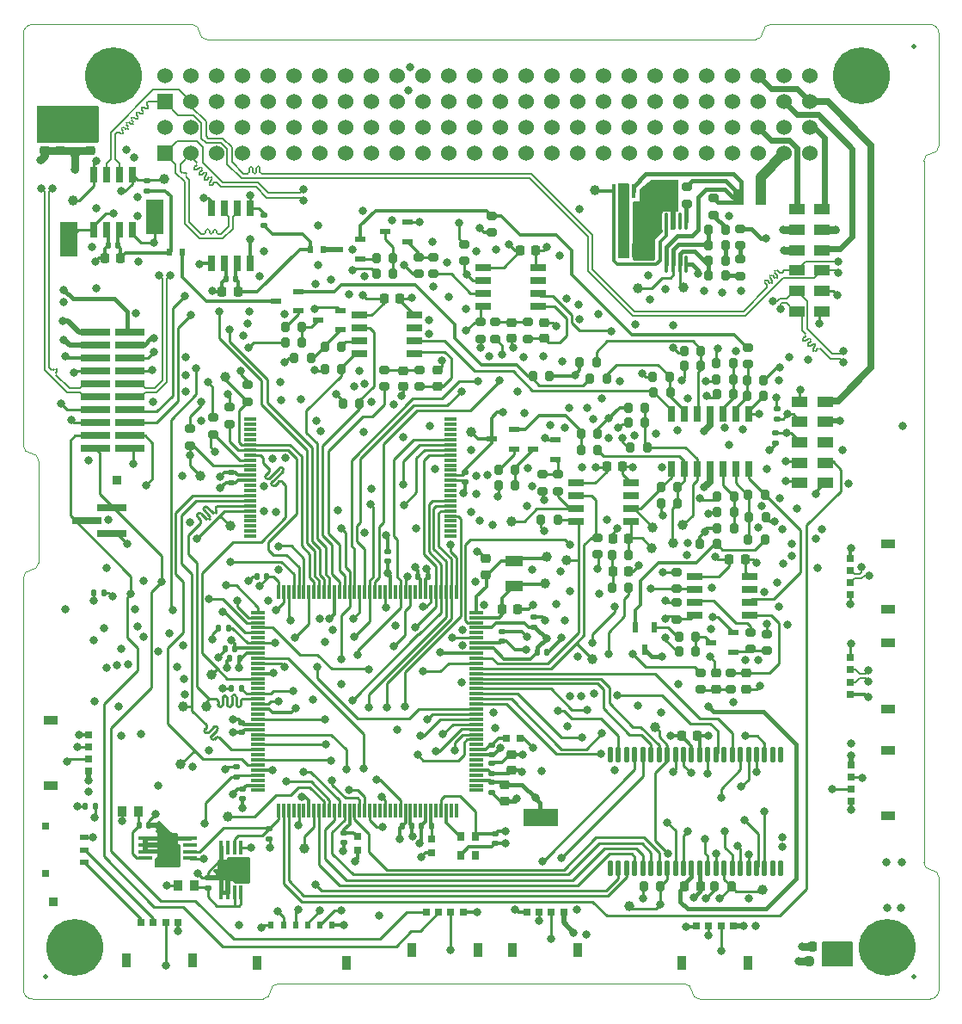
<source format=gbr>
%TF.GenerationSoftware,KiCad,Pcbnew,6.0.7-f9a2dced07~116~ubuntu20.04.1*%
%TF.CreationDate,2022-10-11T04:26:53+03:00*%
%TF.ProjectId,obc-adcs-board,6f62632d-6164-4637-932d-626f6172642e,rev?*%
%TF.SameCoordinates,PX3e2df80PY83e4a60*%
%TF.FileFunction,Copper,L1,Top*%
%TF.FilePolarity,Positive*%
%FSLAX46Y46*%
G04 Gerber Fmt 4.6, Leading zero omitted, Abs format (unit mm)*
G04 Created by KiCad (PCBNEW 6.0.7-f9a2dced07~116~ubuntu20.04.1) date 2022-10-11 04:26:53*
%MOMM*%
%LPD*%
G01*
G04 APERTURE LIST*
G04 Aperture macros list*
%AMRoundRect*
0 Rectangle with rounded corners*
0 $1 Rounding radius*
0 $2 $3 $4 $5 $6 $7 $8 $9 X,Y pos of 4 corners*
0 Add a 4 corners polygon primitive as box body*
4,1,4,$2,$3,$4,$5,$6,$7,$8,$9,$2,$3,0*
0 Add four circle primitives for the rounded corners*
1,1,$1+$1,$2,$3*
1,1,$1+$1,$4,$5*
1,1,$1+$1,$6,$7*
1,1,$1+$1,$8,$9*
0 Add four rect primitives between the rounded corners*
20,1,$1+$1,$2,$3,$4,$5,0*
20,1,$1+$1,$4,$5,$6,$7,0*
20,1,$1+$1,$6,$7,$8,$9,0*
20,1,$1+$1,$8,$9,$2,$3,0*%
G04 Aperture macros list end*
%TA.AperFunction,Profile*%
%ADD10C,0.100000*%
%TD*%
%TA.AperFunction,SMDPad,CuDef*%
%ADD11C,1.000000*%
%TD*%
%TA.AperFunction,SMDPad,CuDef*%
%ADD12R,0.850000X0.600000*%
%TD*%
%TA.AperFunction,SMDPad,CuDef*%
%ADD13R,0.800000X0.700000*%
%TD*%
%TA.AperFunction,SMDPad,CuDef*%
%ADD14R,0.660000X0.650000*%
%TD*%
%TA.AperFunction,SMDPad,CuDef*%
%ADD15R,0.850000X1.340000*%
%TD*%
%TA.AperFunction,SMDPad,CuDef*%
%ADD16RoundRect,0.137500X0.137500X-0.625000X0.137500X0.625000X-0.137500X0.625000X-0.137500X-0.625000X0*%
%TD*%
%TA.AperFunction,SMDPad,CuDef*%
%ADD17R,0.650000X1.528000*%
%TD*%
%TA.AperFunction,SMDPad,CuDef*%
%ADD18RoundRect,0.200000X0.200000X0.275000X-0.200000X0.275000X-0.200000X-0.275000X0.200000X-0.275000X0*%
%TD*%
%TA.AperFunction,ComponentPad*%
%ADD19C,5.600000*%
%TD*%
%TA.AperFunction,SMDPad,CuDef*%
%ADD20RoundRect,0.200000X-0.200000X-0.275000X0.200000X-0.275000X0.200000X0.275000X-0.200000X0.275000X0*%
%TD*%
%TA.AperFunction,SMDPad,CuDef*%
%ADD21R,0.620000X0.670000*%
%TD*%
%TA.AperFunction,SMDPad,CuDef*%
%ADD22R,1.050000X0.600000*%
%TD*%
%TA.AperFunction,SMDPad,CuDef*%
%ADD23RoundRect,0.140000X-0.140000X-0.170000X0.140000X-0.170000X0.140000X0.170000X-0.140000X0.170000X0*%
%TD*%
%TA.AperFunction,SMDPad,CuDef*%
%ADD24R,1.500000X1.000000*%
%TD*%
%TA.AperFunction,SMDPad,CuDef*%
%ADD25R,0.940000X1.020000*%
%TD*%
%TA.AperFunction,SMDPad,CuDef*%
%ADD26RoundRect,0.200000X0.275000X-0.200000X0.275000X0.200000X-0.275000X0.200000X-0.275000X-0.200000X0*%
%TD*%
%TA.AperFunction,SMDPad,CuDef*%
%ADD27RoundRect,0.140000X-0.170000X0.140000X-0.170000X-0.140000X0.170000X-0.140000X0.170000X0.140000X0*%
%TD*%
%TA.AperFunction,SMDPad,CuDef*%
%ADD28RoundRect,0.225000X-0.250000X0.225000X-0.250000X-0.225000X0.250000X-0.225000X0.250000X0.225000X0*%
%TD*%
%TA.AperFunction,SMDPad,CuDef*%
%ADD29R,1.475000X0.300000*%
%TD*%
%TA.AperFunction,SMDPad,CuDef*%
%ADD30R,0.300000X1.475000*%
%TD*%
%TA.AperFunction,SMDPad,CuDef*%
%ADD31R,1.400000X0.450000*%
%TD*%
%TA.AperFunction,SMDPad,CuDef*%
%ADD32RoundRect,0.135000X-0.135000X-0.185000X0.135000X-0.185000X0.135000X0.185000X-0.135000X0.185000X0*%
%TD*%
%TA.AperFunction,SMDPad,CuDef*%
%ADD33RoundRect,0.225000X-0.225000X-0.250000X0.225000X-0.250000X0.225000X0.250000X-0.225000X0.250000X0*%
%TD*%
%TA.AperFunction,SMDPad,CuDef*%
%ADD34R,0.800000X0.900000*%
%TD*%
%TA.AperFunction,SMDPad,CuDef*%
%ADD35RoundRect,0.140000X0.140000X0.170000X-0.140000X0.170000X-0.140000X-0.170000X0.140000X-0.170000X0*%
%TD*%
%TA.AperFunction,SMDPad,CuDef*%
%ADD36R,1.528000X0.650000*%
%TD*%
%TA.AperFunction,SMDPad,CuDef*%
%ADD37RoundRect,0.200000X-0.275000X0.200000X-0.275000X-0.200000X0.275000X-0.200000X0.275000X0.200000X0*%
%TD*%
%TA.AperFunction,SMDPad,CuDef*%
%ADD38RoundRect,0.135000X-0.185000X0.135000X-0.185000X-0.135000X0.185000X-0.135000X0.185000X0.135000X0*%
%TD*%
%TA.AperFunction,SMDPad,CuDef*%
%ADD39RoundRect,0.140000X0.170000X-0.140000X0.170000X0.140000X-0.170000X0.140000X-0.170000X-0.140000X0*%
%TD*%
%TA.AperFunction,SMDPad,CuDef*%
%ADD40R,0.700000X0.650000*%
%TD*%
%TA.AperFunction,SMDPad,CuDef*%
%ADD41R,0.450000X1.400000*%
%TD*%
%TA.AperFunction,SMDPad,CuDef*%
%ADD42R,0.650000X1.525000*%
%TD*%
%TA.AperFunction,SMDPad,CuDef*%
%ADD43RoundRect,0.237500X-0.237500X0.250000X-0.237500X-0.250000X0.237500X-0.250000X0.237500X0.250000X0*%
%TD*%
%TA.AperFunction,SMDPad,CuDef*%
%ADD44R,2.870000X0.740000*%
%TD*%
%TA.AperFunction,SMDPad,CuDef*%
%ADD45R,1.800000X1.000000*%
%TD*%
%TA.AperFunction,SMDPad,CuDef*%
%ADD46RoundRect,0.135000X0.185000X-0.135000X0.185000X0.135000X-0.185000X0.135000X-0.185000X-0.135000X0*%
%TD*%
%TA.AperFunction,SMDPad,CuDef*%
%ADD47R,0.600000X0.650000*%
%TD*%
%TA.AperFunction,SMDPad,CuDef*%
%ADD48C,0.500000*%
%TD*%
%TA.AperFunction,SMDPad,CuDef*%
%ADD49RoundRect,0.225000X0.225000X0.250000X-0.225000X0.250000X-0.225000X-0.250000X0.225000X-0.250000X0*%
%TD*%
%TA.AperFunction,SMDPad,CuDef*%
%ADD50R,1.780000X3.430000*%
%TD*%
%TA.AperFunction,SMDPad,CuDef*%
%ADD51RoundRect,0.100000X0.100000X-0.712500X0.100000X0.712500X-0.100000X0.712500X-0.100000X-0.712500X0*%
%TD*%
%TA.AperFunction,SMDPad,CuDef*%
%ADD52R,2.920000X0.740000*%
%TD*%
%TA.AperFunction,SMDPad,CuDef*%
%ADD53RoundRect,0.225000X0.250000X-0.225000X0.250000X0.225000X-0.250000X0.225000X-0.250000X-0.225000X0*%
%TD*%
%TA.AperFunction,SMDPad,CuDef*%
%ADD54R,0.650000X0.660000*%
%TD*%
%TA.AperFunction,SMDPad,CuDef*%
%ADD55R,1.340000X0.850000*%
%TD*%
%TA.AperFunction,SMDPad,CuDef*%
%ADD56R,1.300000X0.300000*%
%TD*%
%TA.AperFunction,SMDPad,CuDef*%
%ADD57R,1.000000X1.500000*%
%TD*%
%TA.AperFunction,SMDPad,CuDef*%
%ADD58RoundRect,0.135000X0.135000X0.185000X-0.135000X0.185000X-0.135000X-0.185000X0.135000X-0.185000X0*%
%TD*%
%TA.AperFunction,ComponentPad*%
%ADD59R,0.850000X0.850000*%
%TD*%
%TA.AperFunction,SMDPad,CuDef*%
%ADD60R,0.600000X1.050000*%
%TD*%
%TA.AperFunction,ComponentPad*%
%ADD61R,1.530000X1.530000*%
%TD*%
%TA.AperFunction,ComponentPad*%
%ADD62C,1.530000*%
%TD*%
%TA.AperFunction,SMDPad,CuDef*%
%ADD63R,0.450000X1.475000*%
%TD*%
%TA.AperFunction,SMDPad,CuDef*%
%ADD64RoundRect,0.237500X0.250000X0.237500X-0.250000X0.237500X-0.250000X-0.237500X0.250000X-0.237500X0*%
%TD*%
%TA.AperFunction,SMDPad,CuDef*%
%ADD65R,3.430000X1.780000*%
%TD*%
%TA.AperFunction,SMDPad,CuDef*%
%ADD66R,0.650000X0.700000*%
%TD*%
%TA.AperFunction,ViaPad*%
%ADD67C,0.800000*%
%TD*%
%TA.AperFunction,Conductor*%
%ADD68C,0.350000*%
%TD*%
%TA.AperFunction,Conductor*%
%ADD69C,0.250000*%
%TD*%
%TA.AperFunction,Conductor*%
%ADD70C,0.300000*%
%TD*%
%TA.AperFunction,Conductor*%
%ADD71C,0.800000*%
%TD*%
%TA.AperFunction,Conductor*%
%ADD72C,0.400000*%
%TD*%
%TA.AperFunction,Conductor*%
%ADD73C,0.500000*%
%TD*%
%TA.AperFunction,Conductor*%
%ADD74C,0.650000*%
%TD*%
%TA.AperFunction,Conductor*%
%ADD75C,0.450000*%
%TD*%
%TA.AperFunction,Conductor*%
%ADD76C,1.000000*%
%TD*%
%TA.AperFunction,Conductor*%
%ADD77C,0.600000*%
%TD*%
%TA.AperFunction,Conductor*%
%ADD78C,0.700000*%
%TD*%
%TA.AperFunction,Conductor*%
%ADD79C,0.340000*%
%TD*%
%TA.AperFunction,Conductor*%
%ADD80C,0.150000*%
%TD*%
G04 APERTURE END LIST*
D10*
X1600000Y43065000D02*
X1600000Y53065000D01*
X66685000Y120000D02*
X89370000Y120000D01*
X850000Y42315000D02*
G75*
G03*
X100000Y41565000I0J-750000D01*
G01*
X65935000Y870000D02*
G75*
G03*
X65185000Y1620000I-750000J0D01*
G01*
X72185000Y94510000D02*
G75*
G03*
X72935000Y95260000I0J750000D01*
G01*
X90270000Y12065000D02*
X90270000Y1020000D01*
X850000Y42315000D02*
G75*
G03*
X1600000Y43065000I0J750000D01*
G01*
X25185000Y1620000D02*
G75*
G03*
X24435000Y870000I0J-750000D01*
G01*
X18185000Y94510000D02*
X72185000Y94510000D01*
X100000Y41565000D02*
X100000Y1010000D01*
X73685000Y96010000D02*
G75*
G03*
X72935000Y95260000I0J-750000D01*
G01*
X1000000Y96010000D02*
G75*
G03*
X100000Y95110000I0J-900000D01*
G01*
X100000Y1010000D02*
G75*
G03*
X1000000Y110000I900000J0D01*
G01*
X88770000Y13565000D02*
X88770000Y82565000D01*
X90270000Y12065000D02*
G75*
G03*
X89520000Y12815000I-750000J0D01*
G01*
X89520000Y83315000D02*
G75*
G03*
X88770000Y82565000I0J-750000D01*
G01*
X88770000Y13565000D02*
G75*
G03*
X89520000Y12815000I750000J0D01*
G01*
X25185000Y1620000D02*
X65185000Y1620000D01*
X73685000Y96010000D02*
X89370000Y96010000D01*
X89520000Y83315000D02*
G75*
G03*
X90270000Y84065000I0J750000D01*
G01*
X89370000Y120000D02*
G75*
G03*
X90270000Y1020000I0J900000D01*
G01*
X1600000Y53065000D02*
G75*
G03*
X850000Y53815000I-750000J0D01*
G01*
X23685000Y120000D02*
G75*
G03*
X24435000Y870000I0J750000D01*
G01*
X90270000Y95110000D02*
G75*
G03*
X89370000Y96010000I-900000J0D01*
G01*
X17435000Y95260000D02*
G75*
G03*
X18185000Y94510000I750000J0D01*
G01*
X100000Y54565000D02*
G75*
G03*
X850000Y53815000I750000J0D01*
G01*
X1000000Y96010000D02*
X16685000Y96010000D01*
X90270000Y95110000D02*
X90270000Y84065000D01*
X100000Y95110000D02*
X100000Y54565000D01*
X17435000Y95260000D02*
G75*
G03*
X16685000Y96010000I-750000J0D01*
G01*
X23685000Y120000D02*
X1000000Y110000D01*
X65935000Y870000D02*
G75*
G03*
X66685000Y120000I750000J0D01*
G01*
D11*
%TO.P,TP25,1,1*%
%TO.N,/OBC module/MEM_NAND_CMD_ENABLE*%
X15600000Y23200000D03*
%TD*%
D12*
%TO.P,J11,1,1*%
%TO.N,GND*%
X6075000Y16000000D03*
%TO.P,J11,2,2*%
%TO.N,/OBC module/Connectors/COMMS_SWCLK*%
X6075000Y14800000D03*
%TO.P,J11,3,3*%
%TO.N,/OBC module/Connectors/COMMS_SWDIO*%
X6075000Y13600000D03*
D13*
%TO.P,J11,MP1,MP1*%
%TO.N,unconnected-(J13-PadMP1)*%
X2300000Y17150000D03*
%TO.P,J11,MP2,MP2*%
%TO.N,unconnected-(J13-PadMP2)*%
X2300000Y12450000D03*
%TD*%
D14*
%TO.P,J13,1,1*%
%TO.N,/OBC module/MCU_SWDIO*%
X39800000Y8635000D03*
%TO.P,J13,2,2*%
%TO.N,/OBC module/MCU_SWCLK*%
X41000000Y8635000D03*
%TO.P,J13,3,3*%
%TO.N,/ADCS_SWCLK*%
X42200000Y8635000D03*
%TO.P,J13,4,4*%
%TO.N,GND*%
X43400000Y8635000D03*
D15*
%TO.P,J13,5,5*%
%TO.N,unconnected-(J6-Pad5)*%
X38375000Y4930000D03*
%TO.P,J13,6,6*%
%TO.N,unconnected-(J6-Pad6)*%
X44825000Y4930000D03*
%TD*%
D16*
%TO.P,U7,1,NC*%
%TO.N,unconnected-(U7-Pad1)*%
X57900960Y12999279D03*
%TO.P,U7,2,A20*%
%TO.N,/OBC module/MEM_A20*%
X58700960Y12999279D03*
%TO.P,U7,3,A0*%
%TO.N,/OBC module/MEM_A0*%
X59500960Y12999279D03*
%TO.P,U7,4,A1*%
%TO.N,/OBC module/MEM_A1*%
X60300960Y12999279D03*
%TO.P,U7,5,A2*%
%TO.N,/OBC module/MEM_A2*%
X61100960Y12999279D03*
%TO.P,U7,6,A3*%
%TO.N,/OBC module/MEM_A3*%
X61900960Y12999279D03*
%TO.P,U7,7,A4*%
%TO.N,/OBC module/MEM_A4*%
X62700960Y12999279D03*
%TO.P,U7,8,~{E}*%
%TO.N,/OBC module/MEM_MRAM_ENABLE*%
X63500960Y12999279D03*
%TO.P,U7,9,DQ0*%
%TO.N,/OBC module/MEM_D0*%
X64300960Y12999279D03*
%TO.P,U7,10,DQ1*%
%TO.N,/OBC module/MEM_D1*%
X65100960Y12999279D03*
%TO.P,U7,11,VDD*%
%TO.N,/OBC module/3V3_LCLPROT_MRAM*%
X65900960Y12999279D03*
%TO.P,U7,12,VSS*%
%TO.N,GND*%
X66700960Y12999279D03*
%TO.P,U7,13,DQ2*%
%TO.N,/OBC module/MEM_D2*%
X67500960Y12999279D03*
%TO.P,U7,14,DQ3*%
%TO.N,/OBC module/MEM_D3*%
X68300960Y12999279D03*
%TO.P,U7,15,~{W}*%
%TO.N,/OBC module/MEM_MRAM_WR_ENABLE*%
X69100960Y12999279D03*
%TO.P,U7,16,A5*%
%TO.N,/OBC module/MEM_A5*%
X69900960Y12999279D03*
%TO.P,U7,17,A6*%
%TO.N,/OBC module/MEM_A6*%
X70700960Y12999279D03*
%TO.P,U7,18,A7*%
%TO.N,/OBC module/MEM_A7*%
X71500960Y12999279D03*
%TO.P,U7,19,A8*%
%TO.N,/OBC module/MEM_A8*%
X72300960Y12999279D03*
%TO.P,U7,20,A9*%
%TO.N,/OBC module/MEM_A9*%
X73100960Y12999279D03*
%TO.P,U7,21,NC*%
%TO.N,unconnected-(U7-Pad21)*%
X73900960Y12999279D03*
%TO.P,U7,22,NC*%
%TO.N,unconnected-(U7-Pad22)*%
X74700960Y12999279D03*
%TO.P,U7,23,NC*%
%TO.N,unconnected-(U7-Pad23)*%
X74700960Y24174279D03*
%TO.P,U7,24,NC*%
%TO.N,unconnected-(U7-Pad24)*%
X73900960Y24174279D03*
%TO.P,U7,25,A10*%
%TO.N,/OBC module/MEM_A10*%
X73100960Y24174279D03*
%TO.P,U7,26,A11*%
%TO.N,/OBC module/MEM_A11*%
X72300960Y24174279D03*
%TO.P,U7,27,A12*%
%TO.N,/OBC module/MEM_A12*%
X71500960Y24174279D03*
%TO.P,U7,28,A13*%
%TO.N,/OBC module/MEM_A13*%
X70700960Y24174279D03*
%TO.P,U7,29,A14*%
%TO.N,/OBC module/MEM_A14*%
X69900960Y24174279D03*
%TO.P,U7,30,NC*%
%TO.N,unconnected-(U7-Pad30)*%
X69100960Y24174279D03*
%TO.P,U7,31,DQ4*%
%TO.N,/OBC module/MEM_D4*%
X68300960Y24174279D03*
%TO.P,U7,32,DQ5*%
%TO.N,/OBC module/MEM_D5*%
X67500960Y24174279D03*
%TO.P,U7,33,VDD*%
%TO.N,/OBC module/3V3_LCLPROT_MRAM*%
X66700960Y24174279D03*
%TO.P,U7,34,VSS*%
%TO.N,GND*%
X65900960Y24174279D03*
%TO.P,U7,35,DQ6*%
%TO.N,/OBC module/MEM_D6*%
X65100960Y24174279D03*
%TO.P,U7,36,DQ7*%
%TO.N,/OBC module/MEM_D7*%
X64300960Y24174279D03*
%TO.P,U7,37,~{G}*%
%TO.N,/OBC module/MEM_MRAM_OUT_ENABLE*%
X63500960Y24174279D03*
%TO.P,U7,38,A15*%
%TO.N,/OBC module/MEM_A15*%
X62700960Y24174279D03*
%TO.P,U7,39,A16*%
%TO.N,/OBC module/MEM_A16*%
X61900960Y24174279D03*
%TO.P,U7,40,A17*%
%TO.N,/OBC module/MEM_A17*%
X61100960Y24174279D03*
%TO.P,U7,41,A18*%
%TO.N,/OBC module/MEM_A18*%
X60300960Y24174279D03*
%TO.P,U7,42,NC*%
%TO.N,unconnected-(U7-Pad42)*%
X59500960Y24174279D03*
%TO.P,U7,43,A19*%
%TO.N,/OBC module/MEM_A19*%
X58700960Y24174279D03*
%TO.P,U7,44,NC*%
%TO.N,unconnected-(U7-Pad44)*%
X57900960Y24174279D03*
%TD*%
D17*
%TO.P,U2,1,TXD*%
%TO.N,/OBC module/CAN_TX_2*%
X6995000Y75789000D03*
%TO.P,U2,2,GND*%
%TO.N,GND*%
X8265000Y75789000D03*
%TO.P,U2,3,VCC*%
%TO.N,/OBC module/CAN transceivers/OC_PROT_BKUP*%
X9535000Y75789000D03*
%TO.P,U2,4,RXD*%
%TO.N,/OBC module/CAN_RX_2*%
X10805000Y75789000D03*
%TO.P,U2,5,FAULT*%
%TO.N,/OBC module/CAN_FAULT_2*%
X10805000Y81211000D03*
%TO.P,U2,6,CANL*%
%TO.N,CAN2-*%
X9535000Y81211000D03*
%TO.P,U2,7,CANH*%
%TO.N,CAN2+*%
X8265000Y81211000D03*
%TO.P,U2,8,S*%
%TO.N,/OBC module/CAN_SILENT_2*%
X6995000Y81211000D03*
%TD*%
D18*
%TO.P,R58,1*%
%TO.N,/OBC module/LCL/2IN+*%
X70075960Y49550000D03*
%TO.P,R58,2*%
%TO.N,GND*%
X68425960Y49550000D03*
%TD*%
D19*
%TO.P,H2,1,1*%
%TO.N,unconnected-(H4-Pad1)*%
X82630000Y90930000D03*
%TD*%
D20*
%TO.P,R13,1*%
%TO.N,/OBC module/3V3_PROT*%
X46875960Y50700000D03*
%TO.P,R13,2*%
%TO.N,Net-(Q4-Pad3)*%
X48525960Y50700000D03*
%TD*%
D21*
%TO.P,F3,1*%
%TO.N,/OBC module/3V3_LCLPROT_CAN_1*%
X29625000Y73900000D03*
%TO.P,F3,2*%
%TO.N,/OBC module/CAN transceivers/OC_PROT_MAIN*%
X28375000Y73900000D03*
%TD*%
D19*
%TO.P,H3,1,1*%
%TO.N,unconnected-(H1-Pad1)*%
X5180000Y5190000D03*
%TD*%
D22*
%TO.P,Q3,1*%
%TO.N,Net-(Q8-Pad1)*%
X48400000Y54250000D03*
%TO.P,Q3,2*%
%TO.N,/OBC module/LCL/SHUNT_NEG_TERM_2*%
X48400000Y56150000D03*
%TO.P,Q3,3*%
%TO.N,/OBC module/3V3_LCLPROT_NAND*%
X46200000Y55200000D03*
%TD*%
D11*
%TO.P,TP24,1,1*%
%TO.N,/OBC module/MCU_RTC_IN*%
X51500000Y41000000D03*
%TD*%
D18*
%TO.P,R23,1*%
%TO.N,Net-(Q6-Pad1)*%
X28425000Y63200000D03*
%TO.P,R23,2*%
%TO.N,GND*%
X26775000Y63200000D03*
%TD*%
%TO.P,R80,1*%
%TO.N,/OBC module/LCL/SHUNT_NEG_TERM_1*%
X68375000Y44900000D03*
%TO.P,R80,2*%
%TO.N,/OBC module/3V3_PROT*%
X66725000Y44900000D03*
%TD*%
D23*
%TO.P,C38,1*%
%TO.N,/OBC module/3V3_PROT*%
X37420000Y17150000D03*
%TO.P,C38,2*%
%TO.N,GND*%
X38380000Y17150000D03*
%TD*%
D24*
%TO.P,J5,1,1*%
%TO.N,/EPS_3V3_SU*%
X76250000Y77800000D03*
%TO.P,J5,2,2*%
%TO.N,GND*%
X76250000Y75800000D03*
%TO.P,J5,3,3*%
X76250000Y73800000D03*
%TO.P,J5,4,4*%
%TO.N,CAN2+*%
X76250000Y71800000D03*
%TO.P,J5,5,5*%
%TO.N,CAN1-*%
X76250000Y69800000D03*
%TO.P,J5,6,6*%
%TO.N,CAN1+*%
X76250000Y67800000D03*
%TO.P,J5,7,7*%
%TO.N,/EPS_5V_SU*%
X78750000Y77800000D03*
%TO.P,J5,8,8*%
%TO.N,GND*%
X78750000Y75800000D03*
%TO.P,J5,9,9*%
%TO.N,/EPS_12V_SU*%
X78750000Y73800000D03*
%TO.P,J5,10,10*%
%TO.N,CAN2-*%
X78750000Y71800000D03*
%TO.P,J5,11,11*%
%TO.N,/OBC module/Connectors/SU_SWCLK*%
X78750000Y69800000D03*
%TO.P,J5,12,12*%
%TO.N,/OBC module/Connectors/SU_SWDIO*%
X78750000Y67800000D03*
%TD*%
D25*
%TO.P,F4,1*%
%TO.N,/OBC module/3V3_PROT*%
X9810000Y18600000D03*
%TO.P,F4,2*%
%TO.N,Net-(C65-Pad1)*%
X11390000Y18600000D03*
%TD*%
D26*
%TO.P,R5,1*%
%TO.N,Net-(R46-Pad1)*%
X65400000Y78375000D03*
%TO.P,R5,2*%
%TO.N,/OBC module/Overvoltage-RP protection/3V3_OC_PROT*%
X65400000Y80025000D03*
%TD*%
D11*
%TO.P,TP12,1,1*%
%TO.N,/OBC module/MEM_NAND_WR_ENABLE*%
X18100000Y28900000D03*
%TD*%
D25*
%TO.P,F5,1*%
%TO.N,/OBC module/3V3_PROT*%
X15360000Y11250000D03*
%TO.P,F5,2*%
%TO.N,Net-(C66-Pad1)*%
X16940000Y11250000D03*
%TD*%
D26*
%TO.P,R50,1*%
%TO.N,/OBC module/LCL/PWM_CAN1_CURR_THRES*%
X49800960Y65075000D03*
%TO.P,R50,2*%
%TO.N,Net-(C72-Pad1)*%
X49800960Y66725000D03*
%TD*%
D27*
%TO.P,C39,1*%
%TO.N,/OBC module/MCU_VDDPLL*%
X31700000Y16480000D03*
%TO.P,C39,2*%
%TO.N,GND*%
X31700000Y15520000D03*
%TD*%
D28*
%TO.P,C2,1*%
%TO.N,AC_GND_1*%
X6700000Y85175000D03*
%TO.P,C2,2*%
%TO.N,GND*%
X6700000Y83625000D03*
%TD*%
D29*
%TO.P,U4,1,PD0*%
%TO.N,unconnected-(U16-Pad1)*%
X44703242Y20649040D03*
%TO.P,U4,2,PD31*%
%TO.N,unconnected-(U16-Pad2)*%
X44703242Y21149040D03*
%TO.P,U4,3,VDDOUT*%
%TO.N,/OBC module/MCU_VDDCORE*%
X44703242Y21649040D03*
%TO.P,U4,4,PE0*%
%TO.N,unconnected-(U16-Pad4)*%
X44703242Y22149040D03*
%TO.P,U4,5,VDDIN*%
%TO.N,/OBC module/3V3_PROT*%
X44703242Y22649040D03*
%TO.P,U4,6,PE1*%
%TO.N,unconnected-(U16-Pad6)*%
X44703242Y23149040D03*
%TO.P,U4,7,PE2*%
%TO.N,unconnected-(U16-Pad7)*%
X44703242Y23649040D03*
%TO.P,U4,8,VREFN*%
%TO.N,GND*%
X44703242Y24149040D03*
%TO.P,U4,9,VREFP*%
%TO.N,/OBC module/MCU_AD_REF_POS*%
X44703242Y24649040D03*
%TO.P,U4,10,PE3*%
%TO.N,unconnected-(U16-Pad10)*%
X44703242Y25149040D03*
%TO.P,U4,11,PC0*%
%TO.N,/OBC module/MEM_D0*%
X44703242Y25649040D03*
%TO.P,U4,12,PC27*%
%TO.N,/OBC module/MEM_A9*%
X44703242Y26149040D03*
%TO.P,U4,13,PC26*%
%TO.N,/OBC module/MEM_A8*%
X44703242Y26649040D03*
%TO.P,U4,14,PC31*%
%TO.N,/OBC module/MEM_A13*%
X44703242Y27149040D03*
%TO.P,U4,15,PC30*%
%TO.N,/OBC module/MEM_A12*%
X44703242Y27649040D03*
%TO.P,U4,16,PC29*%
%TO.N,/OBC module/MEM_A11*%
X44703242Y28149040D03*
%TO.P,U4,17,PC12*%
%TO.N,/OBC module/CAN_RX_2*%
X44703242Y28649040D03*
%TO.P,U4,18,PC15*%
%TO.N,/OBC module/LCL_MRAM_RST*%
X44703242Y29149040D03*
%TO.P,U4,19,PC13*%
%TO.N,/OBC module/LCL_MRAM_SET*%
X44703242Y29649040D03*
%TO.P,U4,20,PB1*%
%TO.N,/OBC module/LCL_PWM_MRAM*%
X44703242Y30149040D03*
%TO.P,U4,21,PB0*%
%TO.N,/OBC module/LCL_PWM_NAND*%
X44703242Y30649040D03*
%TO.P,U4,22,PA20*%
%TO.N,/OBC module/MEM_A16*%
X44703242Y31149040D03*
%TO.P,U4,23,PA19*%
%TO.N,/OBC module/MEM_A15*%
X44703242Y31649040D03*
%TO.P,U4,24,PA18*%
%TO.N,/OBC module/MEM_A14*%
X44703242Y32149040D03*
%TO.P,U4,25,PA17*%
%TO.N,/OBC module/LCL_NAND_SET*%
X44703242Y32649040D03*
%TO.P,U4,26,PB2*%
%TO.N,/OBC module/CAN_TX_1*%
X44703242Y33149040D03*
%TO.P,U4,27,PE4*%
%TO.N,/OBC module/LCL_NAND_RST*%
X44703242Y33649040D03*
%TO.P,U4,28,PE5*%
%TO.N,/OBC module/ADM_DEPLOY_3*%
X44703242Y34149040D03*
%TO.P,U4,29,VDDCORE_1*%
%TO.N,/OBC module/MCU_VDDCORE*%
X44703242Y34649040D03*
%TO.P,U4,30,VDDIO_1*%
%TO.N,/OBC module/3V3_PROT*%
X44703242Y35149040D03*
%TO.P,U4,31,PB3*%
%TO.N,/OBC module/CAN_RX_1*%
X44703242Y35649040D03*
%TO.P,U4,32,PA21*%
%TO.N,/OBC module/Microcontroller/USR_ADC_1*%
X44703242Y36149040D03*
%TO.P,U4,33,VDDCORE_2*%
%TO.N,/OBC module/MCU_VDDCORE*%
X44703242Y36649040D03*
%TO.P,U4,34,PD30*%
%TO.N,/OBC module/ADM_DEPLOY_2*%
X44703242Y37149040D03*
%TO.P,U4,35,PA7*%
%TO.N,/OBC module/MCU_RTC_IN*%
X44703242Y37649040D03*
%TO.P,U4,36,PA8*%
%TO.N,/OBC module/MCU_RTC_OUT*%
X44703242Y38149040D03*
D30*
%TO.P,U4,37,PA22*%
%TO.N,/OBC module/ADM_ENABLE_1*%
X42715242Y40137040D03*
%TO.P,U4,38,PC1*%
%TO.N,/OBC module/MEM_D1*%
X42215242Y40137040D03*
%TO.P,U4,39,PC2*%
%TO.N,/OBC module/MEM_D2*%
X41715242Y40137040D03*
%TO.P,U4,40,PC3*%
%TO.N,/OBC module/MEM_D3*%
X41215242Y40137040D03*
%TO.P,U4,41,PC4*%
%TO.N,/OBC module/MEM_D4*%
X40715242Y40137040D03*
%TO.P,U4,42,PA13*%
%TO.N,/OBC module/ADM_DEPLOY_1*%
X40215242Y40137040D03*
%TO.P,U4,43,VDDIO_2*%
%TO.N,/OBC module/3V3_PROT*%
X39715242Y40137040D03*
%TO.P,U4,44,GND_1*%
%TO.N,GND*%
X39215242Y40137040D03*
%TO.P,U4,45,PA16*%
%TO.N,unconnected-(U16-Pad45)*%
X38715242Y40137040D03*
%TO.P,U4,46,PA23*%
%TO.N,/OBC module/MEM_A19*%
X38215242Y40137040D03*
%TO.P,U4,47,PD27*%
%TO.N,/I2C_MTQ_SDA*%
X37715242Y40137040D03*
%TO.P,U4,48,PC7*%
%TO.N,/OBC module/MEM_D7*%
X37215242Y40137040D03*
%TO.P,U4,49,PA15*%
%TO.N,unconnected-(U16-Pad49)*%
X36715242Y40137040D03*
%TO.P,U4,50,VDDCORE_3*%
%TO.N,/OBC module/MCU_VDDCORE*%
X36215242Y40137040D03*
%TO.P,U4,51,PA14*%
%TO.N,/OBC module/ADM_ENABLE_2*%
X35715242Y40137040D03*
%TO.P,U4,52,PD25*%
%TO.N,unconnected-(U16-Pad52)*%
X35215242Y40137040D03*
%TO.P,U4,53,PD26*%
%TO.N,/OBC module/LCL_CAN_1_SET*%
X34715242Y40137040D03*
%TO.P,U4,54,PC6*%
%TO.N,/OBC module/MEM_D6*%
X34215242Y40137040D03*
%TO.P,U4,55,PD24*%
%TO.N,/OBC module/LCL_CAN_1_RST*%
X33715242Y40137040D03*
%TO.P,U4,56,PA24*%
%TO.N,/OBC module/MEM_A20*%
X33215242Y40137040D03*
%TO.P,U4,57,PD23*%
%TO.N,/OBC module/LCL_PWM_CAN1*%
X32715242Y40137040D03*
%TO.P,U4,58,PC5*%
%TO.N,/OBC module/MEM_D5*%
X32215242Y40137040D03*
%TO.P,U4,59,PA25*%
%TO.N,/OBC module/LCL_PWM_CAN2*%
X31715242Y40137040D03*
%TO.P,U4,60,PD22*%
%TO.N,/OBC module/LCL_CAN_2_SET*%
X31215242Y40137040D03*
%TO.P,U4,61,GND_2*%
%TO.N,GND*%
X30715242Y40137040D03*
%TO.P,U4,62,PA26*%
%TO.N,/OBC module/LCL_CAN_2_RST*%
X30215242Y40137040D03*
%TO.P,U4,63,PD21*%
%TO.N,/OBC module/CAN_FAULT_1*%
X29715242Y40137040D03*
%TO.P,U4,64,PA11*%
%TO.N,/OBC module/CAN_SILENT_1*%
X29215242Y40137040D03*
%TO.P,U4,65,PD20*%
%TO.N,/OBC module/MEM_NAND_BUSY_2*%
X28715242Y40137040D03*
%TO.P,U4,66,PA10*%
%TO.N,/OBC_UART_TX*%
X28215242Y40137040D03*
%TO.P,U4,67,PD19*%
%TO.N,/OBC module/MEM_NAND_ENABLE_1*%
X27715242Y40137040D03*
%TO.P,U4,68,PA12*%
%TO.N,/OBC module/MEM_NAND_BUSY_1*%
X27215242Y40137040D03*
%TO.P,U4,69,PD18*%
%TO.N,/OBC module/MEM_NAND_ENABLE_2*%
X26715242Y40137040D03*
%TO.P,U4,70,PA27*%
%TO.N,/OBC module/MEM_NAND_WR_PROTECT*%
X26215242Y40137040D03*
%TO.P,U4,71,PD28*%
%TO.N,/I2C_MTQ_SCK*%
X25715242Y40137040D03*
%TO.P,U4,72,VDDIO_3*%
%TO.N,/OBC module/3V3_PROT*%
X25215242Y40137040D03*
D29*
%TO.P,U4,73,PA5*%
%TO.N,/OBC module/CAN_FAULT_2*%
X23227242Y38149040D03*
%TO.P,U4,74,PD17*%
%TO.N,/OBC module/CAN_SILENT_2*%
X23227242Y37649040D03*
%TO.P,U4,75,PA9*%
%TO.N,/OBC_UART_RX*%
X23227242Y37149040D03*
%TO.P,U4,76,PC28*%
%TO.N,/OBC module/MEM_A10*%
X23227242Y36649040D03*
%TO.P,U4,77,PA4*%
%TO.N,/OBC module/I2C_SCK_PANELS*%
X23227242Y36149040D03*
%TO.P,U4,78,PD16*%
%TO.N,unconnected-(U16-Pad78)*%
X23227242Y35649040D03*
%TO.P,U4,79,PB6*%
%TO.N,/OBC module/MCU_SWDIO*%
X23227242Y35149040D03*
%TO.P,U4,80,VDDIO_4*%
%TO.N,/OBC module/3V3_PROT*%
X23227242Y34649040D03*
%TO.P,U4,81,VDDCORE_4*%
%TO.N,/OBC module/MCU_VDDCORE*%
X23227242Y34149040D03*
%TO.P,U4,82,PC8*%
%TO.N,/OBC module/MEM_MRAM_WR_ENABLE*%
X23227242Y33649040D03*
%TO.P,U4,83,NRST*%
%TO.N,/OBC module/NRST_OBC*%
X23227242Y33149040D03*
%TO.P,U4,84,PD14*%
%TO.N,unconnected-(U16-Pad84)*%
X23227242Y32649040D03*
%TO.P,U4,85,TST*%
%TO.N,GND*%
X23227242Y32149040D03*
%TO.P,U4,86,PC9*%
%TO.N,/OBC module/MEM_NAND_OUT_ENABLE*%
X23227242Y31649040D03*
%TO.P,U4,87,PB12*%
%TO.N,unconnected-(U16-Pad87)*%
X23227242Y31149040D03*
%TO.P,U4,88,PD13*%
%TO.N,unconnected-(U16-Pad88)*%
X23227242Y30649040D03*
%TO.P,U4,89,PB7*%
%TO.N,/OBC module/MCU_SWCLK*%
X23227242Y30149040D03*
%TO.P,U4,90,PC10*%
%TO.N,/OBC module/MEM_NAND_WR_ENABLE*%
X23227242Y29649040D03*
%TO.P,U4,91,PA3*%
%TO.N,/OBC module/I2C_SDA_PANELS*%
X23227242Y29149040D03*
%TO.P,U4,92,PD12*%
%TO.N,/OBC module/CAN_TX_2*%
X23227242Y28649040D03*
%TO.P,U4,93,PA2*%
%TO.N,unconnected-(U16-Pad93)*%
X23227242Y28149040D03*
%TO.P,U4,94,PC11*%
%TO.N,/OBC module/MEM_MRAM_OUT_ENABLE*%
X23227242Y27649040D03*
%TO.P,U4,95,GND_3*%
%TO.N,GND*%
X23227242Y27149040D03*
%TO.P,U4,96,VDDIO_5*%
%TO.N,/OBC module/3V3_PROT*%
X23227242Y26649040D03*
%TO.P,U4,97,PC14*%
%TO.N,/OBC module/MEM_MRAM_ENABLE*%
X23227242Y26149040D03*
%TO.P,U4,98,PD11*%
%TO.N,/OBC module/Microcontroller/USR_ADC_2*%
X23227242Y25649040D03*
%TO.P,U4,99,PA1*%
%TO.N,/OBC module/MEM_A18*%
X23227242Y25149040D03*
%TO.P,U4,100,PC16*%
%TO.N,/OBC module/MEM_NAND_ADDR_ENABLE*%
X23227242Y24649040D03*
%TO.P,U4,101,PD10*%
%TO.N,unconnected-(U16-Pad101)*%
X23227242Y24149040D03*
%TO.P,U4,102,PA0*%
%TO.N,/OBC module/MEM_A17*%
X23227242Y23649040D03*
%TO.P,U4,103,PC17*%
%TO.N,/OBC module/MEM_NAND_CMD_ENABLE*%
X23227242Y23149040D03*
%TO.P,U4,104,JTAGSEL*%
%TO.N,GND*%
X23227242Y22649040D03*
%TO.P,U4,105,PB4*%
%TO.N,/OBC module/I2C_SDA_SENS*%
X23227242Y22149040D03*
%TO.P,U4,106,PD15*%
%TO.N,unconnected-(U16-Pad106)*%
X23227242Y21649040D03*
%TO.P,U4,107,VDDCORE_5*%
%TO.N,/OBC module/MCU_VDDCORE*%
X23227242Y21149040D03*
%TO.P,U4,108,PD29*%
%TO.N,unconnected-(U16-Pad108)*%
X23227242Y20649040D03*
D30*
%TO.P,U4,109,PB5*%
%TO.N,/OBC module/I2C_SCK_SENS*%
X25215242Y18661040D03*
%TO.P,U4,110,PD9*%
%TO.N,/OBC module/ADM_DEPLOY_4*%
X25715242Y18661040D03*
%TO.P,U4,111,PC18*%
%TO.N,/OBC module/MEM_A0*%
X26215242Y18661040D03*
%TO.P,U4,112,PA28*%
%TO.N,unconnected-(U16-Pad112)*%
X26715242Y18661040D03*
%TO.P,U4,113,PD8*%
%TO.N,/OBC module/MCU_TRACECLK*%
X27215242Y18661040D03*
%TO.P,U4,114,PA6*%
%TO.N,unconnected-(U16-Pad114)*%
X27715242Y18661040D03*
%TO.P,U4,115,GND_4*%
%TO.N,GND*%
X28215242Y18661040D03*
%TO.P,U4,116,PA30*%
%TO.N,/OBC module/USR_GPIO*%
X28715242Y18661040D03*
%TO.P,U4,117,PC19*%
%TO.N,/OBC module/MEM_A1*%
X29215242Y18661040D03*
%TO.P,U4,118,PA31*%
%TO.N,/OBC module/USR_GPIO_PWM*%
X29715242Y18661040D03*
%TO.P,U4,119,PD7*%
%TO.N,/OBC module/MCU_TRACED_3*%
X30215242Y18661040D03*
%TO.P,U4,120,PC20*%
%TO.N,/OBC module/MEM_A2*%
X30715242Y18661040D03*
%TO.P,U4,121,PD6*%
%TO.N,/OBC module/MCU_TRACED_2*%
X31215242Y18661040D03*
%TO.P,U4,122,PC21*%
%TO.N,/OBC module/MEM_A3*%
X31715242Y18661040D03*
%TO.P,U4,123,VDDPLL*%
%TO.N,/OBC module/MCU_VDDPLL*%
X32215242Y18661040D03*
%TO.P,U4,124,PC22*%
%TO.N,/OBC module/MEM_A4*%
X32715242Y18661040D03*
%TO.P,U4,125,PD5*%
%TO.N,/OBC module/MCU_TRACED_1*%
X33215242Y18661040D03*
%TO.P,U4,126,PD4*%
%TO.N,/OBC module/MCU_TRACED_0*%
X33715242Y18661040D03*
%TO.P,U4,127,PC23*%
%TO.N,/OBC module/MEM_A5*%
X34215242Y18661040D03*
%TO.P,U4,128,PD3*%
%TO.N,unconnected-(U16-Pad128)*%
X34715242Y18661040D03*
%TO.P,U4,129,PA29*%
%TO.N,unconnected-(U16-Pad129)*%
X35215242Y18661040D03*
%TO.P,U4,130,PC24*%
%TO.N,/OBC module/MEM_A6*%
X35715242Y18661040D03*
%TO.P,U4,131,PD2*%
%TO.N,unconnected-(U16-Pad131)*%
X36215242Y18661040D03*
%TO.P,U4,132,PD1*%
%TO.N,unconnected-(U16-Pad132)*%
X36715242Y18661040D03*
%TO.P,U4,133,PC25*%
%TO.N,/OBC module/MEM_A7*%
X37215242Y18661040D03*
%TO.P,U4,134,VDDUTMII*%
%TO.N,/OBC module/3V3_PROT*%
X37715242Y18661040D03*
%TO.P,U4,135,GND_5*%
%TO.N,GND*%
X38215242Y18661040D03*
%TO.P,U4,136,HSDM*%
%TO.N,unconnected-(U16-Pad136)*%
X38715242Y18661040D03*
%TO.P,U4,137,HSDP*%
%TO.N,unconnected-(U16-Pad137)*%
X39215242Y18661040D03*
%TO.P,U4,138,GND_6*%
%TO.N,GND*%
X39715242Y18661040D03*
%TO.P,U4,139,VDDUTMIC*%
%TO.N,/OBC module/MCU_VDDUTMIC*%
X40215242Y18661040D03*
%TO.P,U4,140,VBG*%
%TO.N,unconnected-(U16-Pad140)*%
X40715242Y18661040D03*
%TO.P,U4,141,PB8*%
%TO.N,GND*%
X41215242Y18661040D03*
%TO.P,U4,142,PB9*%
%TO.N,/OBC module/MCU_CLK_IN*%
X41715242Y18661040D03*
%TO.P,U4,143,VDDPLLUSB*%
%TO.N,unconnected-(U16-Pad143)*%
X42215242Y18661040D03*
%TO.P,U4,144,PB13*%
%TO.N,unconnected-(U16-Pad144)*%
X42715242Y18661040D03*
%TD*%
D21*
%TO.P,F2,1*%
%TO.N,/OBC module/3V3_LCLPROT_CAN_2*%
X15725000Y73600000D03*
%TO.P,F2,2*%
%TO.N,/OBC module/CAN transceivers/OC_PROT_BKUP*%
X14475000Y73600000D03*
%TD*%
D26*
%TO.P,R22,1*%
%TO.N,/OBC module/LCL/PWM_CAN2_CURR_THRES*%
X39125960Y60361779D03*
%TO.P,R22,2*%
%TO.N,Net-(C71-Pad1)*%
X39125960Y62011779D03*
%TD*%
D31*
%TO.P,U6,1,SDA*%
%TO.N,/OBC module/I2C_SDA_SENS*%
X16500000Y13975000D03*
%TO.P,U6,2,SCL*%
%TO.N,/OBC module/I2C_SCK_SENS*%
X16500000Y14625000D03*
%TO.P,U6,3,ALERT*%
%TO.N,unconnected-(U19-Pad3)*%
X16500000Y15275000D03*
%TO.P,U6,4,GND*%
%TO.N,GND*%
X16500000Y15925000D03*
%TO.P,U6,5,A2*%
X12100000Y15925000D03*
%TO.P,U6,6,A1*%
X12100000Y15275000D03*
%TO.P,U6,7,A0*%
X12100000Y14625000D03*
%TO.P,U6,8,VDD*%
%TO.N,Net-(C65-Pad1)*%
X12100000Y13975000D03*
%TD*%
D20*
%TO.P,R45,1*%
%TO.N,GND*%
X65175000Y62400000D03*
%TO.P,R45,2*%
%TO.N,/OBC module/LCL/4IN+*%
X66825000Y62400000D03*
%TD*%
D32*
%TO.P,R61,1*%
%TO.N,/OBC module/3V3_PROT*%
X19290000Y36600000D03*
%TO.P,R61,2*%
%TO.N,/OBC module/MCU_SWDIO*%
X20310000Y36600000D03*
%TD*%
D11*
%TO.P,TP2,1,1*%
%TO.N,/OBC module/CAN_FAULT_2*%
X13930000Y80760000D03*
%TD*%
D32*
%TO.P,R60,1*%
%TO.N,/OBC module/3V3_PROT*%
X6990000Y40100000D03*
%TO.P,R60,2*%
%TO.N,/OBC module/I2C_SCK_PANELS*%
X8010000Y40100000D03*
%TD*%
D33*
%TO.P,C34,1*%
%TO.N,GND*%
X69625000Y43350000D03*
%TO.P,C34,2*%
%TO.N,/OBC module/3V3_PROT*%
X71175000Y43350000D03*
%TD*%
D34*
%TO.P,Y2,1,TRI-STATE*%
%TO.N,unconnected-(Y3-Pad1)*%
X44625000Y14275000D03*
%TO.P,Y2,2,GND*%
%TO.N,GND*%
X44625000Y16125000D03*
%TO.P,Y2,3,OUTPUT*%
%TO.N,/OBC module/MCU_CLK_IN*%
X43175000Y16125000D03*
%TO.P,Y2,4,VDD*%
%TO.N,/OBC module/3V3_PROT*%
X43175000Y14275000D03*
%TD*%
D35*
%TO.P,C4,1*%
%TO.N,/OBC module/CAN transceivers/OC_PROT_BKUP*%
X9380000Y74250000D03*
%TO.P,C4,2*%
%TO.N,GND*%
X8420000Y74250000D03*
%TD*%
D26*
%TO.P,R26,1*%
%TO.N,/OBC module/LCL_CAN1_555_OUT*%
X40500000Y71475000D03*
%TO.P,R26,2*%
%TO.N,Net-(Q5-Pad1)*%
X40500000Y73125000D03*
%TD*%
D18*
%TO.P,R43,1*%
%TO.N,/OBC module/LCL_NAND_OP-AMP_IN_NEG*%
X56650000Y54100000D03*
%TO.P,R43,2*%
%TO.N,/OBC module/LCL/SHUNT_NEG_TERM_2*%
X55000000Y54100000D03*
%TD*%
D19*
%TO.P,H4,1,1*%
%TO.N,AC_GND_2*%
X85170000Y5210000D03*
%TD*%
D36*
%TO.P,IC6,1,GND*%
%TO.N,GND*%
X66189000Y41705000D03*
%TO.P,IC6,2,TRIG*%
%TO.N,/OBC module/LCL_MRAM_SET*%
X66189000Y40435000D03*
%TO.P,IC6,3,OUT*%
%TO.N,/OBC module/LCL_MRAM_555_OUT*%
X66189000Y39165000D03*
%TO.P,IC6,4,RESET*%
%TO.N,/OBC module/LCL_MRAM_RST*%
X66189000Y37895000D03*
%TO.P,IC6,5,CONT*%
%TO.N,/OBC module/LCL/PWM_MRAM_CURR_THRES*%
X71611000Y37895000D03*
%TO.P,IC6,6,THRES*%
%TO.N,/OBC module/LCL_MRAM_OP-AMP_OUT*%
X71611000Y39165000D03*
%TO.P,IC6,7,DISCH*%
%TO.N,unconnected-(IC2-Pad7)*%
X71611000Y40435000D03*
%TO.P,IC6,8,VDD*%
%TO.N,/OBC module/3V3_PROT*%
X71611000Y41705000D03*
%TD*%
D11*
%TO.P,TP11,1,1*%
%TO.N,/OBC module/MEM_NAND_ADDR_ENABLE*%
X15800000Y28900000D03*
%TD*%
D28*
%TO.P,C13,1*%
%TO.N,Net-(C71-Pad1)*%
X37525960Y61961779D03*
%TO.P,C13,2*%
%TO.N,GND*%
X37525960Y60411779D03*
%TD*%
D22*
%TO.P,Q4,1*%
%TO.N,Net-(Q6-Pad1)*%
X31300000Y65950000D03*
%TO.P,Q4,2*%
%TO.N,GND*%
X31300000Y67850000D03*
%TO.P,Q4,3*%
%TO.N,Net-(Q6-Pad3)*%
X29100000Y66900000D03*
%TD*%
D37*
%TO.P,R9,1*%
%TO.N,/OBC module/3V3_PROT*%
X16500000Y56225000D03*
%TO.P,R9,2*%
%TO.N,/OBC module/MEM_NAND_ENABLE_2*%
X16500000Y54575000D03*
%TD*%
D38*
%TO.P,R47,1*%
%TO.N,/OBC module/ADM_ENABLE_2*%
X74200000Y55860000D03*
%TO.P,R47,2*%
%TO.N,/OBC module/3V3_PROT*%
X74200000Y54840000D03*
%TD*%
D26*
%TO.P,R77,1*%
%TO.N,Net-(C73-Pad1)*%
X66800000Y30575000D03*
%TO.P,R77,2*%
%TO.N,/OBC module/LCL_PWM_MRAM*%
X66800000Y32225000D03*
%TD*%
D20*
%TO.P,R49,1*%
%TO.N,/OBC module/LCL_CAN2_OP-AMP_OUT*%
X62175000Y59800000D03*
%TO.P,R49,2*%
%TO.N,/OBC module/LCL/4IN-*%
X63825000Y59800000D03*
%TD*%
D39*
%TO.P,C18,1*%
%TO.N,/OBC module/3V3_PROT*%
X21625000Y26320000D03*
%TO.P,C18,2*%
%TO.N,GND*%
X21625000Y27280000D03*
%TD*%
D27*
%TO.P,C26,1*%
%TO.N,/OBC module/MCU_AD_REF_POS*%
X46200000Y25130000D03*
%TO.P,C26,2*%
%TO.N,GND*%
X46200000Y24170000D03*
%TD*%
D37*
%TO.P,R29,1*%
%TO.N,Net-(Q5-Pad1)*%
X39000000Y73125000D03*
%TO.P,R29,2*%
%TO.N,GND*%
X39000000Y71475000D03*
%TD*%
D28*
%TO.P,C1,1*%
%TO.N,AC_GND_1*%
X2200000Y85175000D03*
%TO.P,C1,2*%
%TO.N,GND*%
X2200000Y83625000D03*
%TD*%
D20*
%TO.P,R51,1*%
%TO.N,/OBC module/3V3_PROT*%
X54875000Y62800000D03*
%TO.P,R51,2*%
%TO.N,/OBC module/LCL/4IN+*%
X56525000Y62800000D03*
%TD*%
D40*
%TO.P,FL2,1*%
%TO.N,/OBC module/MCU_VDDCORE*%
X33000000Y14725000D03*
%TO.P,FL2,2*%
%TO.N,/OBC module/MCU_VDDPLL*%
X33000000Y16075000D03*
%TD*%
D11*
%TO.P,TP21,1,1*%
%TO.N,/OBC module/LCL_NAND_OP-AMP_IN_NEG*%
X64050000Y44950000D03*
%TD*%
D18*
%TO.P,R52,1*%
%TO.N,/OBC module/LCL/3IN+*%
X70025000Y59600000D03*
%TO.P,R52,2*%
%TO.N,GND*%
X68375000Y59600000D03*
%TD*%
D37*
%TO.P,R72,1*%
%TO.N,/OBC module/3V3_PROT*%
X64400000Y42125000D03*
%TO.P,R72,2*%
%TO.N,/OBC module/LCL_MRAM_SET*%
X64400000Y40475000D03*
%TD*%
%TO.P,R3,1*%
%TO.N,/OBC module/LCL/SHUNT_NEG_TERM_3*%
X46200000Y77175000D03*
%TO.P,R3,2*%
%TO.N,/OBC module/3V3_PROT*%
X46200000Y75525000D03*
%TD*%
D11*
%TO.P,TP19,1,1*%
%TO.N,/OBC module/LCL_NAND_OP-AMP_OUT*%
X62050000Y46550000D03*
%TD*%
D37*
%TO.P,R16,1*%
%TO.N,/OBC module/3V3_PROT*%
X43550000Y74375000D03*
%TO.P,R16,2*%
%TO.N,/OBC module/LCL_CAN_1_SET*%
X43550000Y72725000D03*
%TD*%
D27*
%TO.P,C42,1*%
%TO.N,/OBC module/MCU_VDDCORE*%
X46250000Y21430000D03*
%TO.P,C42,2*%
%TO.N,GND*%
X46250000Y20470000D03*
%TD*%
D20*
%TO.P,R41,1*%
%TO.N,GND*%
X59675000Y56800000D03*
%TO.P,R41,2*%
%TO.N,/OBC module/LCL_NAND_OP-AMP_IN_POS*%
X61325000Y56800000D03*
%TD*%
D37*
%TO.P,R6,1*%
%TO.N,/OBC module/Overvoltage-RP protection/3V3_OC_PROT*%
X68100000Y78925000D03*
%TO.P,R6,2*%
%TO.N,Net-(R40-Pad2)*%
X68100000Y77275000D03*
%TD*%
D35*
%TO.P,C43,1*%
%TO.N,/OBC module/MCU_VDDUTMIC*%
X40280000Y17150000D03*
%TO.P,C43,2*%
%TO.N,GND*%
X39320000Y17150000D03*
%TD*%
D14*
%TO.P,J15,1,1*%
%TO.N,GND*%
X49700000Y8635000D03*
%TO.P,J15,2,2*%
%TO.N,/OBC module/I2C_SDA_PANELS*%
X50900000Y8635000D03*
%TO.P,J15,3,3*%
%TO.N,/OBC module/I2C_SCK_PANELS*%
X52100000Y8635000D03*
%TO.P,J15,4,4*%
%TO.N,/EPS_5V_PANELS*%
X53300000Y8635000D03*
D15*
%TO.P,J15,5,5*%
%TO.N,unconnected-(J10-Pad5)*%
X48275000Y4930000D03*
%TO.P,J15,6,6*%
%TO.N,unconnected-(J10-Pad6)*%
X54725000Y4930000D03*
%TD*%
D37*
%TO.P,R36,1*%
%TO.N,Net-(Q4-Pad1)*%
X51200000Y51725000D03*
%TO.P,R36,2*%
%TO.N,GND*%
X51200000Y50075000D03*
%TD*%
D18*
%TO.P,R54,1*%
%TO.N,/OBC module/LCL/4IN-*%
X57525000Y61200000D03*
%TO.P,R54,2*%
%TO.N,/OBC module/LCL/SHUNT_NEG_TERM_4*%
X55875000Y61200000D03*
%TD*%
D26*
%TO.P,R71,1*%
%TO.N,/OBC module/3V3_PROT*%
X56600000Y43875000D03*
%TO.P,R71,2*%
%TO.N,/OBC module/LCL_NAND_SET*%
X56600000Y45525000D03*
%TD*%
D38*
%TO.P,R83,1*%
%TO.N,/OBC module/I2C_SCK_SENS*%
X24300000Y16910000D03*
%TO.P,R83,2*%
%TO.N,/OBC module/3V3_PROT*%
X24300000Y15890000D03*
%TD*%
D37*
%TO.P,R11,1*%
%TO.N,/OBC module/3V3_PROT*%
X22200000Y60525000D03*
%TO.P,R11,2*%
%TO.N,/OBC module/MEM_NAND_BUSY_2*%
X22200000Y58875000D03*
%TD*%
D11*
%TO.P,TP7,1,1*%
%TO.N,/OBC module/MEM_NAND_ENABLE_2*%
X17550000Y51600000D03*
%TD*%
D20*
%TO.P,R56,1*%
%TO.N,GND*%
X62075000Y61300000D03*
%TO.P,R56,2*%
%TO.N,/OBC module/LCL/4IN-*%
X63725000Y61300000D03*
%TD*%
D41*
%TO.P,U5,1,SDA*%
%TO.N,/OBC module/I2C_SDA_SENS*%
X21525000Y15000000D03*
%TO.P,U5,2,SCL*%
%TO.N,/OBC module/I2C_SCK_SENS*%
X20875000Y15000000D03*
%TO.P,U5,3,ALERT*%
%TO.N,unconnected-(U20-Pad3)*%
X20225000Y15000000D03*
%TO.P,U5,4,GND*%
%TO.N,GND*%
X19575000Y15000000D03*
%TO.P,U5,5,A2*%
X19575000Y10600000D03*
%TO.P,U5,6,A1*%
X20225000Y10600000D03*
%TO.P,U5,7,A0*%
%TO.N,Net-(C66-Pad1)*%
X20875000Y10600000D03*
%TO.P,U5,8,VDD*%
X21525000Y10600000D03*
%TD*%
D20*
%TO.P,R20,1*%
%TO.N,/OBC module/3V3_PROT*%
X34875000Y71500000D03*
%TO.P,R20,2*%
%TO.N,Net-(Q5-Pad3)*%
X36525000Y71500000D03*
%TD*%
D42*
%TO.P,IC4,1,1OUT*%
%TO.N,/OBC module/LCL_NAND_OP-AMP_OUT*%
X63890000Y52288000D03*
%TO.P,IC4,2,1IN-*%
%TO.N,/OBC module/LCL_NAND_OP-AMP_IN_NEG*%
X65160000Y52288000D03*
%TO.P,IC4,3,1IN+*%
%TO.N,/OBC module/LCL_NAND_OP-AMP_IN_POS*%
X66430000Y52288000D03*
%TO.P,IC4,4,VDD+*%
%TO.N,/OBC module/3V3_PROT*%
X67700000Y52288000D03*
%TO.P,IC4,5,2IN+*%
%TO.N,/OBC module/LCL/2IN+*%
X68970000Y52288000D03*
%TO.P,IC4,6,2IN-*%
%TO.N,/OBC module/LCL/2IN-*%
X70240000Y52288000D03*
%TO.P,IC4,7,2OUT*%
%TO.N,/OBC module/LCL_MRAM_OP-AMP_OUT*%
X71510000Y52288000D03*
%TO.P,IC4,8,3OUT*%
%TO.N,/OBC module/LCL_CAN1_OP-AMP_OUT*%
X71510000Y57712000D03*
%TO.P,IC4,9,3IN-*%
%TO.N,/OBC module/LCL/3IN-*%
X70240000Y57712000D03*
%TO.P,IC4,10,3IN+*%
%TO.N,/OBC module/LCL/3IN+*%
X68970000Y57712000D03*
%TO.P,IC4,11,VDD-/GND*%
%TO.N,GND*%
X67700000Y57712000D03*
%TO.P,IC4,12,4IN+*%
%TO.N,/OBC module/LCL/4IN+*%
X66430000Y57712000D03*
%TO.P,IC4,13,4IN-*%
%TO.N,/OBC module/LCL/4IN-*%
X65160000Y57712000D03*
%TO.P,IC4,14,4OUT*%
%TO.N,/OBC module/LCL_CAN2_OP-AMP_OUT*%
X63890000Y57712000D03*
%TD*%
D43*
%TO.P,R2,1*%
%TO.N,AC_GND_1*%
X5200000Y85212500D03*
%TO.P,R2,2*%
%TO.N,GND*%
X5200000Y83387500D03*
%TD*%
D18*
%TO.P,R69,1*%
%TO.N,GND*%
X73225000Y47550000D03*
%TO.P,R69,2*%
%TO.N,/OBC module/LCL/2IN-*%
X71575000Y47550000D03*
%TD*%
D32*
%TO.P,R62,1*%
%TO.N,/OBC module/3V3_PROT*%
X20590000Y30700000D03*
%TO.P,R62,2*%
%TO.N,/OBC module/MCU_SWCLK*%
X21610000Y30700000D03*
%TD*%
D11*
%TO.P,TP18,1,1*%
%TO.N,/OBC module/LCL_NAND_SET*%
X56100000Y33600000D03*
%TD*%
D22*
%TO.P,Q5,1*%
%TO.N,Net-(Q10-Pad1)*%
X27200000Y67850000D03*
%TO.P,Q5,2*%
%TO.N,/OBC module/LCL/SHUNT_NEG_TERM_4*%
X27200000Y69750000D03*
%TO.P,Q5,3*%
%TO.N,/OBC module/3V3_LCLPROT_CAN_2*%
X25000000Y68800000D03*
%TD*%
D44*
%TO.P,J7,1,1*%
%TO.N,/OBC module/MCU_SWDIO*%
X8832000Y48470000D03*
%TO.P,J7,2,2*%
%TO.N,/OBC module/MCU_SWCLK*%
X6368000Y47200000D03*
%TO.P,J7,3,3*%
%TO.N,GND*%
X8832000Y45930000D03*
%TD*%
D20*
%TO.P,R84,1*%
%TO.N,/OBC module/3V3_PROT*%
X68175000Y11200000D03*
%TO.P,R84,2*%
%TO.N,/OBC module/MEM_MRAM_WR_ENABLE*%
X69825000Y11200000D03*
%TD*%
D37*
%TO.P,R70,1*%
%TO.N,/OBC module/3V3_PROT*%
X64400000Y39125000D03*
%TO.P,R70,2*%
%TO.N,/OBC module/LCL_MRAM_RST*%
X64400000Y37475000D03*
%TD*%
D19*
%TO.P,H1,1,1*%
%TO.N,AC_GND_1*%
X8990000Y90930000D03*
%TD*%
D33*
%TO.P,C23,1*%
%TO.N,/OBC module/MCU_RTC_IN*%
X47225000Y38500000D03*
%TO.P,C23,2*%
%TO.N,GND*%
X48775000Y38500000D03*
%TD*%
D20*
%TO.P,R17,1*%
%TO.N,/OBC module/3V3_PROT*%
X31575000Y58700000D03*
%TO.P,R17,2*%
%TO.N,/OBC module/LCL_CAN_2_SET*%
X33225000Y58700000D03*
%TD*%
D22*
%TO.P,Q1,1*%
%TO.N,Net-(Q5-Pad1)*%
X37900000Y74650000D03*
%TO.P,Q1,2*%
%TO.N,GND*%
X37900000Y76550000D03*
%TO.P,Q1,3*%
%TO.N,Net-(Q5-Pad3)*%
X35700000Y75600000D03*
%TD*%
D18*
%TO.P,R31,1*%
%TO.N,/OBC module/LCL/4IN+*%
X66825960Y63900000D03*
%TO.P,R31,2*%
%TO.N,GND*%
X65175960Y63900000D03*
%TD*%
D45*
%TO.P,Y1,1,CRYSTAL_1*%
%TO.N,/OBC module/MCU_RTC_IN*%
X48400000Y40750000D03*
%TO.P,Y1,2,CRYSTAL_2*%
%TO.N,/OBC module/MCU_RTC_OUT*%
X48400000Y43250000D03*
%TD*%
D46*
%TO.P,R4,1*%
%TO.N,/OBC module/CAN transceivers/OC_PROT_MAIN*%
X23800000Y76190000D03*
%TO.P,R4,2*%
%TO.N,/OBC module/CAN_FAULT_1*%
X23800000Y77210000D03*
%TD*%
%TO.P,R82,1*%
%TO.N,/OBC module/I2C_SDA_SENS*%
X21100000Y21990000D03*
%TO.P,R82,2*%
%TO.N,/OBC module/3V3_PROT*%
X21100000Y23010000D03*
%TD*%
D22*
%TO.P,Q9,1*%
%TO.N,Net-(Q3-Pad1)*%
X70050960Y34250000D03*
%TO.P,Q9,2*%
%TO.N,GND*%
X70050960Y36150000D03*
%TO.P,Q9,3*%
%TO.N,Net-(Q3-Pad3)*%
X67850960Y35200000D03*
%TD*%
D47*
%TO.P,J14,1,1*%
%TO.N,/OBC module/MCU_TRACECLK*%
X24500000Y7380500D03*
%TO.P,J14,2,2*%
%TO.N,/OBC module/MCU_TRACED_3*%
X25700000Y7380500D03*
%TO.P,J14,3,3*%
%TO.N,/OBC module/MCU_TRACED_2*%
X26900000Y7380500D03*
%TO.P,J14,4,4*%
%TO.N,/OBC module/MCU_TRACED_1*%
X28100000Y7380500D03*
%TO.P,J14,5,5*%
%TO.N,/OBC module/MCU_TRACED_0*%
X29300000Y7380500D03*
%TO.P,J14,6,6*%
%TO.N,GND*%
X30500000Y7380500D03*
D15*
%TO.P,J14,MP1,MP1*%
%TO.N,unconnected-(J16-PadMP1)*%
X31925000Y3675500D03*
%TO.P,J14,MP2,MP2*%
%TO.N,unconnected-(J16-PadMP2)*%
X23075000Y3675500D03*
%TD*%
D35*
%TO.P,C20,1*%
%TO.N,/OBC module/MCU_VDDCORE*%
X21380000Y33650000D03*
%TO.P,C20,2*%
%TO.N,GND*%
X20420000Y33650000D03*
%TD*%
D48*
%TO.P,FID3,*%
%TO.N,*%
X87800000Y2300000D03*
%TD*%
D11*
%TO.P,TP13,1,1*%
%TO.N,/OBC module/MEM_NAND_WR_PROTECT*%
X20450000Y46650000D03*
%TD*%
D28*
%TO.P,C10,1*%
%TO.N,Net-(C72-Pad1)*%
X48200960Y66675000D03*
%TO.P,C10,2*%
%TO.N,GND*%
X48200960Y65125000D03*
%TD*%
D11*
%TO.P,TP26,1,1*%
%TO.N,/OBC module/USR_GPIO_PWM*%
X20200000Y18100000D03*
%TD*%
D18*
%TO.P,R34,1*%
%TO.N,GND*%
X73000960Y61000000D03*
%TO.P,R34,2*%
%TO.N,/OBC module/LCL/3IN-*%
X71350960Y61000000D03*
%TD*%
D49*
%TO.P,C31,1*%
%TO.N,/OBC module/3V3_LCLPROT_MRAM*%
X66475000Y26000000D03*
%TO.P,C31,2*%
%TO.N,GND*%
X64925000Y26000000D03*
%TD*%
D48*
%TO.P,FID1,*%
%TO.N,*%
X87800000Y93800000D03*
%TD*%
D28*
%TO.P,C32,1*%
%TO.N,/OBC module/LCL/PWM_MRAM_CURR_THRES*%
X71300000Y32175000D03*
%TO.P,C32,2*%
%TO.N,GND*%
X71300000Y30625000D03*
%TD*%
D37*
%TO.P,R73,1*%
%TO.N,/OBC module/LCL_MRAM_555_OUT*%
X71700000Y36225000D03*
%TO.P,R73,2*%
%TO.N,Net-(Q3-Pad1)*%
X71700000Y34575000D03*
%TD*%
D20*
%TO.P,R27,1*%
%TO.N,Net-(Q9-Pad1)*%
X34875000Y73000000D03*
%TO.P,R27,2*%
%TO.N,Net-(Q5-Pad3)*%
X36525000Y73000000D03*
%TD*%
D11*
%TO.P,TP6,1,1*%
%TO.N,/OBC module/MEM_NAND_BUSY_2*%
X20000000Y61300000D03*
%TD*%
%TO.P,TP20,1,1*%
%TO.N,/OBC module/PWM_NAND_CURR_THRES*%
X62000000Y44500000D03*
%TD*%
D38*
%TO.P,R30,1*%
%TO.N,/OBC module/3V3_PROT*%
X74300000Y58210000D03*
%TO.P,R30,2*%
%TO.N,/OBC module/ADM_ENABLE_1*%
X74300000Y57190000D03*
%TD*%
D11*
%TO.P,TP15,1,1*%
%TO.N,/OBC module/LCL_NAND_555_OUT*%
X48200000Y47100000D03*
%TD*%
D20*
%TO.P,R74,1*%
%TO.N,Net-(Q7-Pad1)*%
X64675000Y35800000D03*
%TO.P,R74,2*%
%TO.N,Net-(Q3-Pad3)*%
X66325000Y35800000D03*
%TD*%
D35*
%TO.P,C17,1*%
%TO.N,/OBC module/3V3_PROT*%
X24080000Y41700000D03*
%TO.P,C17,2*%
%TO.N,GND*%
X23120000Y41700000D03*
%TD*%
D50*
%TO.P,TP3,1*%
%TO.N,/OBC module/CAN_TX_2*%
X4600000Y74900000D03*
%TD*%
D11*
%TO.P,TP5,1,1*%
%TO.N,/OBC module/PROT_IC_GATE_OUT*%
X56400000Y79700000D03*
%TD*%
D20*
%TO.P,R64,1*%
%TO.N,/OBC module/3V3_PROT*%
X64675000Y34300000D03*
%TO.P,R64,2*%
%TO.N,Net-(Q3-Pad3)*%
X66325000Y34300000D03*
%TD*%
D51*
%TO.P,U3,1,VIN*%
%TO.N,/OBC module/Overvoltage-RP protection/3V3_OC_PROT*%
X63425000Y72387500D03*
%TO.P,U3,2,UV*%
%TO.N,/OBC module/PRO_OV_LIM*%
X64075000Y72387500D03*
%TO.P,U3,3,OV*%
%TO.N,/OBC module/PROT_UV_LIM*%
X64725000Y72387500D03*
%TO.P,U3,4,GND*%
%TO.N,GND*%
X65375000Y72387500D03*
%TO.P,U3,5,~{SHDN}*%
%TO.N,Net-(R46-Pad1)*%
X65375000Y76612500D03*
%TO.P,U3,6,~{FAULT}*%
%TO.N,unconnected-(U8-Pad6)*%
X64725000Y76612500D03*
%TO.P,U3,7,VOUT*%
%TO.N,/OBC module/3V3_PROT*%
X64075000Y76612500D03*
%TO.P,U3,8,GATE*%
%TO.N,/OBC module/PROT_IC_GATE_OUT*%
X63425000Y76612500D03*
%TD*%
D20*
%TO.P,R75,1*%
%TO.N,Net-(C74-Pad1)*%
X58075000Y40600000D03*
%TO.P,R75,2*%
%TO.N,/OBC module/LCL_PWM_NAND*%
X59725000Y40600000D03*
%TD*%
D49*
%TO.P,C8,1*%
%TO.N,/OBC module/CAN transceivers/OC_PROT_MAIN*%
X21225000Y69750000D03*
%TO.P,C8,2*%
%TO.N,GND*%
X19675000Y69750000D03*
%TD*%
D11*
%TO.P,TP17,1,1*%
%TO.N,/OBC module/LCL_NAND_OP-AMP_IN_POS*%
X65050000Y46750000D03*
%TD*%
D52*
%TO.P,J3,01,01*%
%TO.N,/EPS_3V3_ADCS*%
X7185000Y65727500D03*
%TO.P,J3,02,02*%
%TO.N,/EPS_3V3_OBC*%
X10615000Y65727500D03*
%TO.P,J3,03,03*%
%TO.N,GND*%
X7185000Y64457500D03*
%TO.P,J3,04,04*%
X10615000Y64457500D03*
%TO.P,J3,05,05*%
%TO.N,/ADCS_VDD*%
X7185000Y63187500D03*
%TO.P,J3,06,06*%
%TO.N,/OBC module/3V3_PROT*%
X10615000Y63187500D03*
%TO.P,J3,07,07*%
%TO.N,/ADCS_RESET*%
X7185000Y61917500D03*
%TO.P,J3,08,08*%
%TO.N,/OBC module/NRST_OBC*%
X10615000Y61917500D03*
%TO.P,J3,09,09*%
%TO.N,CAN2-*%
X7185000Y60647500D03*
%TO.P,J3,10,10*%
%TO.N,CAN1-*%
X10615000Y60647500D03*
%TO.P,J3,11,11*%
%TO.N,CAN2+*%
X7185000Y59377500D03*
%TO.P,J3,12,12*%
%TO.N,CAN1+*%
X10615000Y59377500D03*
%TO.P,J3,13,13*%
%TO.N,/OBC_UART_TX*%
X7185000Y58107500D03*
%TO.P,J3,14,14*%
%TO.N,/ADCS_UART_RX*%
X10615000Y58107500D03*
%TO.P,J3,15,15*%
%TO.N,/OBC_UART_RX*%
X7185000Y56837500D03*
%TO.P,J3,16,16*%
%TO.N,/ADCS_UART_TX*%
X10615000Y56837500D03*
%TO.P,J3,17,17*%
%TO.N,/OBC module/MCU_SWCLK*%
X7185000Y55567500D03*
%TO.P,J3,18,18*%
%TO.N,/ADCS_SWCLK*%
X10615000Y55567500D03*
%TO.P,J3,19,19*%
%TO.N,/OBC module/MCU_SWDIO*%
X7185000Y54297500D03*
%TO.P,J3,20,20*%
%TO.N,/ADCS_SWDIO*%
X10615000Y54297500D03*
%TD*%
D18*
%TO.P,R76,1*%
%TO.N,/OBC module/PWM_NAND_CURR_THRES*%
X59725000Y43800000D03*
%TO.P,R76,2*%
%TO.N,Net-(C74-Pad1)*%
X58075000Y43800000D03*
%TD*%
D35*
%TO.P,C19,1*%
%TO.N,/OBC module/3V3_PROT*%
X20930000Y34600000D03*
%TO.P,C19,2*%
%TO.N,GND*%
X19970000Y34600000D03*
%TD*%
D53*
%TO.P,C9,1*%
%TO.N,/OBC module/LCL/PWM_CAN2_CURR_THRES*%
X40900000Y60425000D03*
%TO.P,C9,2*%
%TO.N,GND*%
X40900000Y61975000D03*
%TD*%
D11*
%TO.P,TP28,1,1*%
%TO.N,/OBC module/MEM_MRAM_WR_ENABLE*%
X72900000Y10900000D03*
%TD*%
%TO.P,TP22,1,1*%
%TO.N,/OBC module/LCL_NAND_RST*%
X53600000Y43300000D03*
%TD*%
D35*
%TO.P,C21,1*%
%TO.N,/OBC module/3V3_PROT*%
X39930000Y41650000D03*
%TO.P,C21,2*%
%TO.N,GND*%
X38970000Y41650000D03*
%TD*%
D33*
%TO.P,C12,1*%
%TO.N,GND*%
X35600000Y69050000D03*
%TO.P,C12,2*%
%TO.N,/OBC module/3V3_PROT*%
X37150000Y69050000D03*
%TD*%
D54*
%TO.P,J8,1,1*%
%TO.N,GND*%
X81565000Y30100000D03*
%TO.P,J8,2,2*%
%TO.N,CAN2+*%
X81565000Y31300000D03*
%TO.P,J8,3,3*%
%TO.N,CAN2-*%
X81565000Y32500000D03*
%TO.P,J8,4,4*%
%TO.N,/OBC module/Connectors/SU_SWDIO*%
X81565000Y33700000D03*
D55*
%TO.P,J8,5,5*%
%TO.N,unconnected-(J3-Pad5)*%
X85270000Y28675000D03*
%TO.P,J8,6,6*%
%TO.N,unconnected-(J3-Pad6)*%
X85270000Y35125000D03*
%TD*%
D40*
%TO.P,FL3,1*%
%TO.N,/OBC module/MCU_VDDCORE*%
X40300000Y14475000D03*
%TO.P,FL3,2*%
%TO.N,/OBC module/MCU_VDDUTMIC*%
X40300000Y15825000D03*
%TD*%
D11*
%TO.P,TP23,1,1*%
%TO.N,/OBC module/MEM_MRAM_OUT_ENABLE*%
X62350000Y26850000D03*
%TD*%
D54*
%TO.P,J6,1,1*%
%TO.N,GND*%
X6535000Y26140000D03*
%TO.P,J6,2,2*%
%TO.N,/OBC module/I2C_SDA_PANELS*%
X6535000Y24940000D03*
%TO.P,J6,3,3*%
%TO.N,/OBC module/I2C_SCK_PANELS*%
X6535000Y23740000D03*
%TO.P,J6,4,4*%
%TO.N,/EPS_5V_PANELS*%
X6535000Y22540000D03*
D55*
%TO.P,J6,5,5*%
%TO.N,unconnected-(J11-Pad5)*%
X2830000Y27565000D03*
%TO.P,J6,6,6*%
%TO.N,unconnected-(J11-Pad6)*%
X2830000Y21115000D03*
%TD*%
D49*
%TO.P,C33,1*%
%TO.N,/OBC module/PWM_NAND_CURR_THRES*%
X59675000Y45400000D03*
%TO.P,C33,2*%
%TO.N,GND*%
X58125000Y45400000D03*
%TD*%
D18*
%TO.P,R7,1*%
%TO.N,Net-(R40-Pad2)*%
X69225000Y75800000D03*
%TO.P,R7,2*%
%TO.N,/OBC module/PRO_OV_LIM*%
X67575000Y75800000D03*
%TD*%
D20*
%TO.P,R33,1*%
%TO.N,/OBC module/PRO_OV_LIM*%
X67575000Y74300000D03*
%TO.P,R33,2*%
%TO.N,Net-(R44-Pad2)*%
X69225000Y74300000D03*
%TD*%
D48*
%TO.P,FID2,*%
%TO.N,*%
X2300000Y2300000D03*
%TD*%
D50*
%TO.P,TP4,1*%
%TO.N,/OBC module/CAN_RX_2*%
X13000000Y77110000D03*
%TD*%
D28*
%TO.P,C40,1*%
%TO.N,/OBC module/MCU_VDDCORE*%
X47500000Y21175000D03*
%TO.P,C40,2*%
%TO.N,GND*%
X47500000Y19625000D03*
%TD*%
D37*
%TO.P,R46,1*%
%TO.N,Net-(R39-Pad2)*%
X70700000Y72925000D03*
%TO.P,R46,2*%
%TO.N,Net-(R41-Pad2)*%
X70700000Y71275000D03*
%TD*%
D20*
%TO.P,R79,1*%
%TO.N,GND*%
X62875000Y48900000D03*
%TO.P,R79,2*%
%TO.N,/OBC module/LCL_NAND_OP-AMP_IN_NEG*%
X64525000Y48900000D03*
%TD*%
D17*
%TO.P,U1,1,TXD*%
%TO.N,/OBC module/CAN_TX_1*%
X18595000Y72489000D03*
%TO.P,U1,2,GND*%
%TO.N,GND*%
X19865000Y72489000D03*
%TO.P,U1,3,VCC*%
%TO.N,/OBC module/CAN transceivers/OC_PROT_MAIN*%
X21135000Y72489000D03*
%TO.P,U1,4,RXD*%
%TO.N,/OBC module/CAN_RX_1*%
X22405000Y72489000D03*
%TO.P,U1,5,FAULT*%
%TO.N,/OBC module/CAN_FAULT_1*%
X22405000Y77911000D03*
%TO.P,U1,6,CANL*%
%TO.N,CAN1-*%
X21135000Y77911000D03*
%TO.P,U1,7,CANH*%
%TO.N,CAN1+*%
X19865000Y77911000D03*
%TO.P,U1,8,S*%
%TO.N,/OBC module/CAN_SILENT_1*%
X18595000Y77911000D03*
%TD*%
D39*
%TO.P,C37,1*%
%TO.N,Net-(C66-Pad1)*%
X18250000Y11070000D03*
%TO.P,C37,2*%
%TO.N,GND*%
X18250000Y12030000D03*
%TD*%
D20*
%TO.P,R28,1*%
%TO.N,Net-(Q10-Pad1)*%
X25875000Y66200000D03*
%TO.P,R28,2*%
%TO.N,Net-(Q6-Pad3)*%
X27525000Y66200000D03*
%TD*%
D18*
%TO.P,R48,1*%
%TO.N,Net-(R41-Pad2)*%
X69225000Y71300000D03*
%TO.P,R48,2*%
%TO.N,/OBC module/PROT_UV_LIM*%
X67575000Y71300000D03*
%TD*%
D20*
%TO.P,R42,1*%
%TO.N,GND*%
X68350960Y61100000D03*
%TO.P,R42,2*%
%TO.N,/OBC module/LCL/3IN+*%
X70000960Y61100000D03*
%TD*%
D56*
%TO.P,IC2,1,NC_1*%
%TO.N,unconnected-(IC1-Pad1)*%
X22465242Y57149040D03*
%TO.P,IC2,2,NC_2*%
%TO.N,unconnected-(IC1-Pad2)*%
X22465242Y56649040D03*
%TO.P,IC2,3,NC_3*%
%TO.N,unconnected-(IC1-Pad3)*%
X22465242Y56149040D03*
%TO.P,IC2,4,NC_4*%
%TO.N,unconnected-(IC1-Pad4)*%
X22465242Y55649040D03*
%TO.P,IC2,5,NC_5*%
%TO.N,unconnected-(IC1-Pad5)*%
X22465242Y55149040D03*
%TO.P,IC2,6,R/B2#*%
%TO.N,/OBC module/MEM_NAND_BUSY_2*%
X22465242Y54649040D03*
%TO.P,IC2,7,R/B#*%
%TO.N,/OBC module/MEM_NAND_BUSY_1*%
X22465242Y54149040D03*
%TO.P,IC2,8,RE#*%
%TO.N,/OBC module/MEM_NAND_OUT_ENABLE*%
X22465242Y53649040D03*
%TO.P,IC2,9,CE#*%
%TO.N,/OBC module/MEM_NAND_ENABLE_1*%
X22465242Y53149040D03*
%TO.P,IC2,10,CE2#*%
%TO.N,/OBC module/MEM_NAND_ENABLE_2*%
X22465242Y52649040D03*
%TO.P,IC2,11,NC_6*%
%TO.N,unconnected-(IC1-Pad11)*%
X22465242Y52149040D03*
%TO.P,IC2,12,VCC_1*%
%TO.N,/OBC module/3V3_LCLPROT_NAND*%
X22465242Y51649040D03*
%TO.P,IC2,13,VSS_1*%
%TO.N,GND*%
X22465242Y51149040D03*
%TO.P,IC2,14,NC_7*%
%TO.N,unconnected-(IC1-Pad14)*%
X22465242Y50649040D03*
%TO.P,IC2,15,NC_8*%
%TO.N,unconnected-(IC1-Pad15)*%
X22465242Y50149040D03*
%TO.P,IC2,16,CLE*%
%TO.N,/OBC module/MEM_NAND_CMD_ENABLE*%
X22465242Y49649040D03*
%TO.P,IC2,17,ALE*%
%TO.N,/OBC module/MEM_NAND_ADDR_ENABLE*%
X22465242Y49149040D03*
%TO.P,IC2,18,WE#*%
%TO.N,/OBC module/MEM_NAND_WR_ENABLE*%
X22465242Y48649040D03*
%TO.P,IC2,19,WP#*%
%TO.N,/OBC module/MEM_NAND_WR_PROTECT*%
X22465242Y48149040D03*
%TO.P,IC2,20,NC_9*%
%TO.N,unconnected-(IC1-Pad20)*%
X22465242Y47649040D03*
%TO.P,IC2,21,NC_10*%
%TO.N,unconnected-(IC1-Pad21)*%
X22465242Y47149040D03*
%TO.P,IC2,22,NC_11*%
%TO.N,unconnected-(IC1-Pad22)*%
X22465242Y46649040D03*
%TO.P,IC2,23,NC_12*%
%TO.N,unconnected-(IC1-Pad23)*%
X22465242Y46149040D03*
%TO.P,IC2,24,NC_13*%
%TO.N,unconnected-(IC1-Pad24)*%
X22465242Y45649040D03*
%TO.P,IC2,25,DNU/VSSQ_1*%
%TO.N,unconnected-(IC1-Pad25)*%
X42165242Y45649040D03*
%TO.P,IC2,26,DNU_1*%
%TO.N,unconnected-(IC1-Pad26)*%
X42165242Y46149040D03*
%TO.P,IC2,27,NC_14*%
%TO.N,unconnected-(IC1-Pad27)*%
X42165242Y46649040D03*
%TO.P,IC2,28,NC_15*%
%TO.N,unconnected-(IC1-Pad28)*%
X42165242Y47149040D03*
%TO.P,IC2,29,DQ0*%
%TO.N,/OBC module/MEM_D0*%
X42165242Y47649040D03*
%TO.P,IC2,30,DQ1*%
%TO.N,/OBC module/MEM_D1*%
X42165242Y48149040D03*
%TO.P,IC2,31,DQ2*%
%TO.N,/OBC module/MEM_D2*%
X42165242Y48649040D03*
%TO.P,IC2,32,DQ3*%
%TO.N,/OBC module/MEM_D3*%
X42165242Y49149040D03*
%TO.P,IC2,33,NC_16*%
%TO.N,unconnected-(IC1-Pad33)*%
X42165242Y49649040D03*
%TO.P,IC2,34,DNU/VCCQ_1*%
%TO.N,unconnected-(IC1-Pad34)*%
X42165242Y50149040D03*
%TO.P,IC2,35,DNU_2*%
%TO.N,unconnected-(IC1-Pad35)*%
X42165242Y50649040D03*
%TO.P,IC2,36,VSS_2*%
%TO.N,GND*%
X42165242Y51149040D03*
%TO.P,IC2,37,VCC_2*%
%TO.N,/OBC module/3V3_LCLPROT_NAND*%
X42165242Y51649040D03*
%TO.P,IC2,38,DNU_3*%
%TO.N,unconnected-(IC1-Pad38)*%
X42165242Y52149040D03*
%TO.P,IC2,39,DNU/VCCQ_2*%
%TO.N,unconnected-(IC1-Pad39)*%
X42165242Y52649040D03*
%TO.P,IC2,40,NC_17*%
%TO.N,unconnected-(IC1-Pad40)*%
X42165242Y53149040D03*
%TO.P,IC2,41,DQ4*%
%TO.N,/OBC module/MEM_D4*%
X42165242Y53649040D03*
%TO.P,IC2,42,DQ5*%
%TO.N,/OBC module/MEM_D5*%
X42165242Y54149040D03*
%TO.P,IC2,43,DQ6*%
%TO.N,/OBC module/MEM_D6*%
X42165242Y54649040D03*
%TO.P,IC2,44,DQ7*%
%TO.N,/OBC module/MEM_D7*%
X42165242Y55149040D03*
%TO.P,IC2,45,NC_18*%
%TO.N,unconnected-(IC1-Pad45)*%
X42165242Y55649040D03*
%TO.P,IC2,46,NC_19*%
%TO.N,unconnected-(IC1-Pad46)*%
X42165242Y56149040D03*
%TO.P,IC2,47,NC_20*%
%TO.N,unconnected-(IC1-Pad47)*%
X42165242Y56649040D03*
%TO.P,IC2,48,DNU/VSSQ_2*%
%TO.N,unconnected-(IC1-Pad48)*%
X42165242Y57149040D03*
%TD*%
D20*
%TO.P,R78,1*%
%TO.N,/OBC module/3V3_PROT*%
X51075000Y47300000D03*
%TO.P,R78,2*%
%TO.N,/OBC module/LCL_NAND_RST*%
X52725000Y47300000D03*
%TD*%
%TO.P,R24,1*%
%TO.N,/OBC module/3V3_PROT*%
X25875000Y64700000D03*
%TO.P,R24,2*%
%TO.N,Net-(Q6-Pad3)*%
X27525000Y64700000D03*
%TD*%
D57*
%TO.P,F1,1*%
%TO.N,/EPS_3V3_OBC*%
X72700000Y79000000D03*
%TO.P,F1,2*%
%TO.N,/OBC module/Overvoltage-RP protection/3V3_OC_PROT*%
X70500000Y79000000D03*
%TD*%
D37*
%TO.P,R8,1*%
%TO.N,GND*%
X70700000Y75925000D03*
%TO.P,R8,2*%
%TO.N,Net-(R39-Pad2)*%
X70700000Y74275000D03*
%TD*%
D27*
%TO.P,C36,1*%
%TO.N,/OBC module/MCU_VDDCORE*%
X21700000Y20780000D03*
%TO.P,C36,2*%
%TO.N,GND*%
X21700000Y19820000D03*
%TD*%
D58*
%TO.P,R81,1*%
%TO.N,/OBC module/3V3_PROT*%
X7210000Y19100000D03*
%TO.P,R81,2*%
%TO.N,/OBC module/I2C_SDA_PANELS*%
X6190000Y19100000D03*
%TD*%
D59*
%TO.P,J10,1,Pin_1*%
%TO.N,/OBC module/3V3_PROT*%
X3000000Y9700000D03*
%TD*%
D26*
%TO.P,R63,1*%
%TO.N,Net-(Q3-Pad1)*%
X73300000Y34375000D03*
%TO.P,R63,2*%
%TO.N,GND*%
X73300000Y36025000D03*
%TD*%
D20*
%TO.P,R59,1*%
%TO.N,/OBC module/LCL/SHUNT_NEG_TERM_2*%
X55000000Y55700000D03*
%TO.P,R59,2*%
%TO.N,/OBC module/3V3_PROT*%
X56650000Y55700000D03*
%TD*%
D33*
%TO.P,C15,1*%
%TO.N,GND*%
X49025000Y73750000D03*
%TO.P,C15,2*%
%TO.N,/OBC module/3V3_PROT*%
X50575000Y73750000D03*
%TD*%
D20*
%TO.P,R15,1*%
%TO.N,/OBC module/3V3_PROT*%
X29775000Y62100000D03*
%TO.P,R15,2*%
%TO.N,/OBC module/LCL_CAN_2_RST*%
X31425000Y62100000D03*
%TD*%
D14*
%TO.P,J12,1,1*%
%TO.N,/OBC module/Connectors/COMMS_SWDIO*%
X11700000Y7635000D03*
%TO.P,J12,2,2*%
%TO.N,/OBC module/Connectors/COMMS_SWCLK*%
X12900000Y7635000D03*
%TO.P,J12,3,3*%
%TO.N,/ADCS_SWDIO*%
X14100000Y7635000D03*
%TO.P,J12,4,4*%
%TO.N,GND*%
X15300000Y7635000D03*
D15*
%TO.P,J12,5,5*%
%TO.N,unconnected-(J4-Pad5)*%
X10275000Y3930000D03*
%TO.P,J12,6,6*%
%TO.N,unconnected-(J4-Pad6)*%
X16725000Y3930000D03*
%TD*%
D26*
%TO.P,R53,1*%
%TO.N,/OBC module/LCL/3IN-*%
X71475960Y62575000D03*
%TO.P,R53,2*%
%TO.N,/OBC module/LCL/SHUNT_NEG_TERM_3*%
X71475960Y64225000D03*
%TD*%
D54*
%TO.P,J17,1,1*%
%TO.N,GND*%
X81585000Y19580000D03*
%TO.P,J17,2,2*%
%TO.N,/OBC module/I2C_SDA_PANELS*%
X81585000Y20780000D03*
%TO.P,J17,3,3*%
%TO.N,/OBC module/I2C_SCK_PANELS*%
X81585000Y21980000D03*
%TO.P,J17,4,4*%
%TO.N,/EPS_5V_PANELS*%
X81585000Y23180000D03*
D55*
%TO.P,J17,5,5*%
%TO.N,unconnected-(J14-Pad5)*%
X85290000Y18155000D03*
%TO.P,J17,6,6*%
%TO.N,unconnected-(J14-Pad6)*%
X85290000Y24605000D03*
%TD*%
D20*
%TO.P,R85,1*%
%TO.N,/OBC module/3V3_PROT*%
X61175960Y11200000D03*
%TO.P,R85,2*%
%TO.N,/OBC module/MEM_MRAM_ENABLE*%
X62825960Y11200000D03*
%TD*%
D46*
%TO.P,R1,1*%
%TO.N,/OBC module/CAN transceivers/OC_PROT_BKUP*%
X12260000Y79650000D03*
%TO.P,R1,2*%
%TO.N,/OBC module/CAN_FAULT_2*%
X12260000Y80670000D03*
%TD*%
D60*
%TO.P,Q8,1*%
%TO.N,Net-(Q7-Pad1)*%
X62250000Y36700000D03*
%TO.P,Q8,2*%
%TO.N,/OBC module/LCL/SHUNT_NEG_TERM_1*%
X60350000Y36700000D03*
%TO.P,Q8,3*%
%TO.N,/OBC module/3V3_LCLPROT_MRAM*%
X61300000Y34500000D03*
%TD*%
D24*
%TO.P,J4,1,1*%
%TO.N,ADM_PD*%
X76550000Y58900000D03*
%TO.P,J4,2,2*%
%TO.N,/OBC module/ADM_ENABLE_1*%
X76550000Y56900000D03*
%TO.P,J4,3,3*%
%TO.N,/OBC module/ADM_ENABLE_2*%
X76550000Y54900000D03*
%TO.P,J4,4,4*%
%TO.N,/OBC module/ADM_DEPLOY_2*%
X76550000Y52900000D03*
%TO.P,J4,5,5*%
%TO.N,/OBC module/ADM_DEPLOY_1*%
X76550000Y50900000D03*
%TO.P,J4,6,6*%
%TO.N,/EPS_5V_ADM*%
X79050000Y58900000D03*
%TO.P,J4,7,7*%
%TO.N,GND*%
X79050000Y56900000D03*
%TO.P,J4,8,8*%
%TO.N,unconnected-(J7-Pad8)*%
X79050000Y54900000D03*
%TO.P,J4,9,9*%
%TO.N,/OBC module/ADM_DEPLOY_4*%
X79050000Y52900000D03*
%TO.P,J4,10,10*%
%TO.N,/OBC module/ADM_DEPLOY_3*%
X79050000Y50900000D03*
%TD*%
D11*
%TO.P,TP9,1,1*%
%TO.N,/OBC module/PROT_UV_LIM*%
X65100000Y70100000D03*
%TD*%
D20*
%TO.P,R40,1*%
%TO.N,/OBC module/3V3_PROT*%
X68325960Y62700000D03*
%TO.P,R40,2*%
%TO.N,/OBC module/LCL/3IN+*%
X69975960Y62700000D03*
%TD*%
%TO.P,R39,1*%
%TO.N,/OBC module/PROT_UV_LIM*%
X67575000Y72800000D03*
%TO.P,R39,2*%
%TO.N,Net-(R44-Pad2)*%
X69225000Y72800000D03*
%TD*%
%TO.P,R38,1*%
%TO.N,/OBC module/LCL/SHUNT_NEG_TERM_4*%
X50275000Y61400000D03*
%TO.P,R38,2*%
%TO.N,/OBC module/3V3_PROT*%
X51925000Y61400000D03*
%TD*%
D53*
%TO.P,C14,1*%
%TO.N,/OBC module/LCL/PWM_CAN1_CURR_THRES*%
X51400000Y65125000D03*
%TO.P,C14,2*%
%TO.N,GND*%
X51400000Y66675000D03*
%TD*%
D33*
%TO.P,C30,1*%
%TO.N,Net-(C74-Pad1)*%
X58125000Y42200000D03*
%TO.P,C30,2*%
%TO.N,GND*%
X59675000Y42200000D03*
%TD*%
D61*
%TO.P,J1,01,01*%
%TO.N,CAN1-*%
X14048000Y83309000D03*
D62*
%TO.P,J1,02,02*%
%TO.N,unconnected-(J1-Pad02)*%
X14048000Y85849000D03*
%TO.P,J1,03,03*%
%TO.N,CAN1+*%
X16588000Y83309000D03*
%TO.P,J1,04,04*%
%TO.N,unconnected-(J1-Pad04)*%
X16588000Y85849000D03*
%TO.P,J1,05,05*%
%TO.N,unconnected-(J1-Pad05)*%
X19128000Y83309000D03*
%TO.P,J1,06,06*%
%TO.N,unconnected-(J1-Pad06)*%
X19128000Y85849000D03*
%TO.P,J1,07,07*%
%TO.N,unconnected-(J1-Pad07)*%
X21668000Y83309000D03*
%TO.P,J1,08,08*%
%TO.N,unconnected-(J1-Pad08)*%
X21668000Y85849000D03*
%TO.P,J1,09,09*%
%TO.N,unconnected-(J1-Pad09)*%
X24208000Y83309000D03*
%TO.P,J1,10,10*%
%TO.N,unconnected-(J1-Pad10)*%
X24208000Y85849000D03*
%TO.P,J1,11,11*%
%TO.N,unconnected-(J1-Pad11)*%
X26748000Y83309000D03*
%TO.P,J1,12,12*%
%TO.N,unconnected-(J1-Pad12)*%
X26748000Y85849000D03*
%TO.P,J1,13,13*%
%TO.N,unconnected-(J1-Pad13)*%
X29288000Y83309000D03*
%TO.P,J1,14,14*%
%TO.N,unconnected-(J1-Pad14)*%
X29288000Y85849000D03*
%TO.P,J1,15,15*%
%TO.N,unconnected-(J1-Pad15)*%
X31828000Y83309000D03*
%TO.P,J1,16,16*%
%TO.N,unconnected-(J1-Pad16)*%
X31828000Y85849000D03*
%TO.P,J1,17,17*%
%TO.N,unconnected-(J1-Pad17)*%
X34368000Y83309000D03*
%TO.P,J1,18,18*%
%TO.N,unconnected-(J1-Pad18)*%
X34368000Y85849000D03*
%TO.P,J1,19,19*%
%TO.N,unconnected-(J1-Pad19)*%
X36908000Y83309000D03*
%TO.P,J1,20,20*%
%TO.N,unconnected-(J1-Pad20)*%
X36908000Y85849000D03*
%TO.P,J1,21,21*%
%TO.N,unconnected-(J1-Pad21)*%
X39448000Y83309000D03*
%TO.P,J1,22,22*%
%TO.N,unconnected-(J1-Pad22)*%
X39448000Y85849000D03*
%TO.P,J1,23,23*%
%TO.N,unconnected-(J1-Pad23)*%
X41988000Y83309000D03*
%TO.P,J1,24,24*%
%TO.N,unconnected-(J1-Pad24)*%
X41988000Y85849000D03*
%TO.P,J1,25,25*%
%TO.N,unconnected-(J1-Pad25)*%
X44528000Y83309000D03*
%TO.P,J1,26,26*%
%TO.N,unconnected-(J1-Pad26)*%
X44528000Y85849000D03*
%TO.P,J1,27,27*%
%TO.N,unconnected-(J1-Pad27)*%
X47068000Y83309000D03*
%TO.P,J1,28,28*%
%TO.N,unconnected-(J1-Pad28)*%
X47068000Y85849000D03*
%TO.P,J1,29,29*%
%TO.N,unconnected-(J1-Pad29)*%
X49608000Y83309000D03*
%TO.P,J1,30,30*%
%TO.N,unconnected-(J1-Pad30)*%
X49608000Y85849000D03*
%TO.P,J1,31,31*%
%TO.N,unconnected-(J1-Pad31)*%
X52148000Y83309000D03*
%TO.P,J1,32,32*%
%TO.N,unconnected-(J1-Pad32)*%
X52148000Y85849000D03*
%TO.P,J1,33,33*%
%TO.N,unconnected-(J1-Pad33)*%
X54688000Y83309000D03*
%TO.P,J1,34,34*%
%TO.N,unconnected-(J1-Pad34)*%
X54688000Y85849000D03*
%TO.P,J1,35,35*%
%TO.N,unconnected-(J1-Pad35)*%
X57228000Y83309000D03*
%TO.P,J1,36,36*%
%TO.N,unconnected-(J1-Pad36)*%
X57228000Y85849000D03*
%TO.P,J1,37,37*%
%TO.N,unconnected-(J1-Pad37)*%
X59768000Y83309000D03*
%TO.P,J1,38,38*%
%TO.N,unconnected-(J1-Pad38)*%
X59768000Y85849000D03*
%TO.P,J1,39,39*%
%TO.N,unconnected-(J1-Pad39)*%
X62308000Y83309000D03*
%TO.P,J1,40,40*%
%TO.N,unconnected-(J1-Pad40)*%
X62308000Y85849000D03*
%TO.P,J1,41,41*%
%TO.N,/I2C_MTQ_SDA*%
X64848000Y83309000D03*
%TO.P,J1,42,42*%
%TO.N,unconnected-(J1-Pad42)*%
X64848000Y85849000D03*
%TO.P,J1,43,43*%
%TO.N,/I2C_MTQ_SCK*%
X67388000Y83309000D03*
%TO.P,J1,44,44*%
%TO.N,unconnected-(J1-Pad44)*%
X67388000Y85849000D03*
%TO.P,J1,45,45*%
%TO.N,GND*%
X69928000Y83309000D03*
%TO.P,J1,46,46*%
X69928000Y85849000D03*
%TO.P,J1,47,47*%
%TO.N,/EPS_3V3_ADCS*%
X72468000Y83309000D03*
%TO.P,J1,48,48*%
%TO.N,/EPS_3V3_SU*%
X72468000Y85849000D03*
%TO.P,J1,49,49*%
%TO.N,/EPS_3V3_OBC*%
X75008000Y83309000D03*
%TO.P,J1,50,50*%
%TO.N,/EPS_3V3_RW*%
X75008000Y85849000D03*
%TO.P,J1,51,51*%
%TO.N,unconnected-(J1-Pad51)*%
X77548000Y83309000D03*
%TO.P,J1,52,52*%
%TO.N,/EPS_5V_SU*%
X77548000Y85849000D03*
%TD*%
D11*
%TO.P,TP1,1,1*%
%TO.N,/OBC module/CAN_SILENT_2*%
X5000000Y78700000D03*
%TD*%
D18*
%TO.P,R37,1*%
%TO.N,/OBC module/LCL_CAN1_OP-AMP_OUT*%
X73000960Y59500000D03*
%TO.P,R37,2*%
%TO.N,/OBC module/LCL/3IN-*%
X71350960Y59500000D03*
%TD*%
D11*
%TO.P,TP8,1,1*%
%TO.N,/OBC module/3V3_LCLPROT_NAND*%
X44150000Y55900000D03*
%TD*%
D22*
%TO.P,Q6,1*%
%TO.N,Net-(Q9-Pad1)*%
X33300000Y72950000D03*
%TO.P,Q6,2*%
%TO.N,/OBC module/LCL/SHUNT_NEG_TERM_3*%
X33300000Y74850000D03*
%TO.P,Q6,3*%
%TO.N,/OBC module/3V3_LCLPROT_CAN_1*%
X31100000Y73900000D03*
%TD*%
D37*
%TO.P,R12,1*%
%TO.N,/OBC module/3V3_PROT*%
X18800000Y57325000D03*
%TO.P,R12,2*%
%TO.N,/OBC module/MEM_NAND_ENABLE_1*%
X18800000Y55675000D03*
%TD*%
D20*
%TO.P,R68,1*%
%TO.N,GND*%
X68425000Y48000000D03*
%TO.P,R68,2*%
%TO.N,/OBC module/LCL/2IN+*%
X70075000Y48000000D03*
%TD*%
%TO.P,R35,1*%
%TO.N,/OBC module/3V3_PROT*%
X59675000Y58300000D03*
%TO.P,R35,2*%
%TO.N,/OBC module/LCL_NAND_OP-AMP_IN_POS*%
X61325000Y58300000D03*
%TD*%
D39*
%TO.P,C22,1*%
%TO.N,/OBC module/3V3_PROT*%
X47200000Y35320000D03*
%TO.P,C22,2*%
%TO.N,GND*%
X47200000Y36280000D03*
%TD*%
D27*
%TO.P,C11,1*%
%TO.N,/OBC module/3V3_LCLPROT_NAND*%
X43600000Y51930000D03*
%TO.P,C11,2*%
%TO.N,GND*%
X43600000Y50970000D03*
%TD*%
D49*
%TO.P,C47,1*%
%TO.N,AC_GND_2*%
X79375000Y5300000D03*
%TO.P,C47,2*%
%TO.N,GND*%
X77825000Y5300000D03*
%TD*%
D53*
%TO.P,C29,1*%
%TO.N,Net-(C73-Pad1)*%
X68300000Y30625000D03*
%TO.P,C29,2*%
%TO.N,GND*%
X68300000Y32175000D03*
%TD*%
D54*
%TO.P,J9,1,1*%
%TO.N,/OBC module/Connectors/SU_SWCLK*%
X81565000Y39900000D03*
%TO.P,J9,2,2*%
%TO.N,CAN1-*%
X81565000Y41100000D03*
%TO.P,J9,3,3*%
%TO.N,CAN1+*%
X81565000Y42300000D03*
%TO.P,J9,4,4*%
%TO.N,GND*%
X81565000Y43500000D03*
D55*
%TO.P,J9,5,5*%
%TO.N,unconnected-(J2-Pad5)*%
X85270000Y38475000D03*
%TO.P,J9,6,6*%
%TO.N,unconnected-(J2-Pad6)*%
X85270000Y44925000D03*
%TD*%
D26*
%TO.P,R18,1*%
%TO.N,/OBC module/3V3_PROT*%
X45100000Y65075000D03*
%TO.P,R18,2*%
%TO.N,/OBC module/LCL_CAN_1_RST*%
X45100000Y66725000D03*
%TD*%
%TO.P,R32,1*%
%TO.N,/OBC module/LCL_NAND_555_OUT*%
X52700000Y50075000D03*
%TO.P,R32,2*%
%TO.N,Net-(Q4-Pad1)*%
X52700000Y51725000D03*
%TD*%
D11*
%TO.P,TP14,1,1*%
%TO.N,/OBC module/MEM_NAND_OUT_ENABLE*%
X18600000Y32000000D03*
%TD*%
D63*
%TO.P,Q2,1,D1*%
%TO.N,/OBC module/Overvoltage-RP protection/3V3_OC_PROT*%
X60175000Y79638000D03*
%TO.P,Q2,2,S1_1*%
%TO.N,/OBC module/Overvoltage-RP protection/MOSFET_S*%
X59525000Y79638000D03*
%TO.P,Q2,3,S1_2*%
X58875000Y79638000D03*
%TO.P,Q2,4,G1*%
%TO.N,/OBC module/PROT_IC_GATE_OUT*%
X58225000Y79638000D03*
%TO.P,Q2,5,G2*%
X58225000Y73762000D03*
%TO.P,Q2,6,S2_1*%
%TO.N,/OBC module/Overvoltage-RP protection/MOSFET_S*%
X58875000Y73762000D03*
%TO.P,Q2,7,S2_2*%
X59525000Y73762000D03*
%TO.P,Q2,8,D2*%
%TO.N,/OBC module/3V3_PROT*%
X60175000Y73762000D03*
%TD*%
D11*
%TO.P,TP30,1,1*%
%TO.N,/OBC module/MEM_MRAM_ENABLE*%
X59800000Y9300000D03*
%TD*%
D28*
%TO.P,C3,1*%
%TO.N,AC_GND_1*%
X3700000Y85175000D03*
%TO.P,C3,2*%
%TO.N,GND*%
X3700000Y83625000D03*
%TD*%
D33*
%TO.P,C16,1*%
%TO.N,GND*%
X57525000Y52550000D03*
%TO.P,C16,2*%
%TO.N,/OBC module/3V3_PROT*%
X59075000Y52550000D03*
%TD*%
D61*
%TO.P,J2,01,01*%
%TO.N,CAN2-*%
X14048000Y88389000D03*
D62*
%TO.P,J2,02,02*%
%TO.N,unconnected-(J5-Pad02)*%
X14048000Y90929000D03*
%TO.P,J2,03,03*%
%TO.N,CAN2+*%
X16588000Y88389000D03*
%TO.P,J2,04,04*%
%TO.N,unconnected-(J5-Pad04)*%
X16588000Y90929000D03*
%TO.P,J2,05,05*%
%TO.N,unconnected-(J5-Pad05)*%
X19128000Y88389000D03*
%TO.P,J2,06,06*%
%TO.N,unconnected-(J5-Pad06)*%
X19128000Y90929000D03*
%TO.P,J2,07,07*%
%TO.N,unconnected-(J5-Pad07)*%
X21668000Y88389000D03*
%TO.P,J2,08,08*%
%TO.N,unconnected-(J5-Pad08)*%
X21668000Y90929000D03*
%TO.P,J2,09,09*%
%TO.N,unconnected-(J5-Pad09)*%
X24208000Y88389000D03*
%TO.P,J2,10,10*%
%TO.N,unconnected-(J5-Pad10)*%
X24208000Y90929000D03*
%TO.P,J2,11,11*%
%TO.N,unconnected-(J5-Pad11)*%
X26748000Y88389000D03*
%TO.P,J2,12,12*%
%TO.N,unconnected-(J5-Pad12)*%
X26748000Y90929000D03*
%TO.P,J2,13,13*%
%TO.N,unconnected-(J5-Pad13)*%
X29288000Y88389000D03*
%TO.P,J2,14,14*%
%TO.N,unconnected-(J5-Pad14)*%
X29288000Y90929000D03*
%TO.P,J2,15,15*%
%TO.N,unconnected-(J5-Pad15)*%
X31828000Y88389000D03*
%TO.P,J2,16,16*%
%TO.N,unconnected-(J5-Pad16)*%
X31828000Y90929000D03*
%TO.P,J2,17,17*%
%TO.N,/OBC_UART_TX*%
X34368000Y88389000D03*
%TO.P,J2,18,18*%
%TO.N,/OBC_UART_RX*%
X34368000Y90929000D03*
%TO.P,J2,19,19*%
%TO.N,/ADCS_UART_TX*%
X36908000Y88389000D03*
%TO.P,J2,20,20*%
%TO.N,/ADCS_UART_RX*%
X36908000Y90929000D03*
%TO.P,J2,21,21*%
%TO.N,unconnected-(J5-Pad21)*%
X39448000Y88389000D03*
%TO.P,J2,22,22*%
%TO.N,unconnected-(J5-Pad22)*%
X39448000Y90929000D03*
%TO.P,J2,23,23*%
%TO.N,unconnected-(J5-Pad23)*%
X41988000Y88389000D03*
%TO.P,J2,24,24*%
%TO.N,unconnected-(J5-Pad24)*%
X41988000Y90929000D03*
%TO.P,J2,25,25*%
%TO.N,unconnected-(J5-Pad25)*%
X44528000Y88389000D03*
%TO.P,J2,26,26*%
%TO.N,unconnected-(J5-Pad26)*%
X44528000Y90929000D03*
%TO.P,J2,27,27*%
%TO.N,unconnected-(J5-Pad27)*%
X47068000Y88389000D03*
%TO.P,J2,28,28*%
%TO.N,unconnected-(J5-Pad28)*%
X47068000Y90929000D03*
%TO.P,J2,29,29*%
%TO.N,GND*%
X49608000Y88389000D03*
%TO.P,J2,30,30*%
X49608000Y90929000D03*
%TO.P,J2,31,31*%
X52148000Y88389000D03*
%TO.P,J2,32,32*%
X52148000Y90929000D03*
%TO.P,J2,33,33*%
%TO.N,unconnected-(J5-Pad33)*%
X54688000Y88389000D03*
%TO.P,J2,34,34*%
%TO.N,unconnected-(J5-Pad34)*%
X54688000Y90929000D03*
%TO.P,J2,35,35*%
%TO.N,unconnected-(J5-Pad35)*%
X57228000Y88389000D03*
%TO.P,J2,36,36*%
%TO.N,unconnected-(J5-Pad36)*%
X57228000Y90929000D03*
%TO.P,J2,37,37*%
%TO.N,unconnected-(J5-Pad37)*%
X59768000Y88389000D03*
%TO.P,J2,38,38*%
%TO.N,unconnected-(J5-Pad38)*%
X59768000Y90929000D03*
%TO.P,J2,39,39*%
%TO.N,unconnected-(J5-Pad39)*%
X62308000Y88389000D03*
%TO.P,J2,40,40*%
%TO.N,unconnected-(J5-Pad40)*%
X62308000Y90929000D03*
%TO.P,J2,41,41*%
%TO.N,unconnected-(J5-Pad41)*%
X64848000Y88389000D03*
%TO.P,J2,42,42*%
%TO.N,unconnected-(J5-Pad42)*%
X64848000Y90929000D03*
%TO.P,J2,43,43*%
%TO.N,unconnected-(J5-Pad43)*%
X67388000Y88389000D03*
%TO.P,J2,44,44*%
%TO.N,unconnected-(J5-Pad44)*%
X67388000Y90929000D03*
%TO.P,J2,45,45*%
%TO.N,unconnected-(J5-Pad45)*%
X69928000Y88389000D03*
%TO.P,J2,46,46*%
%TO.N,unconnected-(J5-Pad46)*%
X69928000Y90929000D03*
%TO.P,J2,47,47*%
%TO.N,/EPS_5V_PANELS*%
X72468000Y88389000D03*
%TO.P,J2,48,48*%
%TO.N,/EPS_5V_ADM*%
X72468000Y90929000D03*
%TO.P,J2,49,49*%
%TO.N,/EPS_12V_SU*%
X75008000Y88389000D03*
%TO.P,J2,50,50*%
%TO.N,unconnected-(J5-Pad50)*%
X75008000Y90929000D03*
%TO.P,J2,51,51*%
%TO.N,/EPS_5V_ADM*%
X77548000Y88389000D03*
%TO.P,J2,52,52*%
%TO.N,unconnected-(J5-Pad52)*%
X77548000Y90929000D03*
%TD*%
D39*
%TO.P,C41,1*%
%TO.N,/OBC module/3V3_PROT*%
X46250000Y22320000D03*
%TO.P,C41,2*%
%TO.N,GND*%
X46250000Y23280000D03*
%TD*%
D18*
%TO.P,R55,1*%
%TO.N,/OBC module/LCL_NAND_OP-AMP_IN_POS*%
X61525000Y54400000D03*
%TO.P,R55,2*%
%TO.N,GND*%
X59875000Y54400000D03*
%TD*%
D37*
%TO.P,R19,1*%
%TO.N,Net-(C72-Pad1)*%
X46600000Y66725000D03*
%TO.P,R19,2*%
%TO.N,/OBC module/LCL_PWM_CAN1*%
X46600000Y65075000D03*
%TD*%
D27*
%TO.P,C45,1*%
%TO.N,GND*%
X46600000Y16380000D03*
%TO.P,C45,2*%
%TO.N,/OBC module/3V3_PROT*%
X46600000Y15420000D03*
%TD*%
D14*
%TO.P,J16,1,1*%
%TO.N,GND*%
X66400000Y7335000D03*
%TO.P,J16,2,2*%
%TO.N,/OBC module/I2C_SDA_PANELS*%
X67600000Y7335000D03*
%TO.P,J16,3,3*%
%TO.N,/OBC module/I2C_SCK_PANELS*%
X68800000Y7335000D03*
%TO.P,J16,4,4*%
%TO.N,/EPS_5V_PANELS*%
X70000000Y7335000D03*
D15*
%TO.P,J16,5,5*%
%TO.N,unconnected-(J9-Pad5)*%
X64975000Y3630000D03*
%TO.P,J16,6,6*%
%TO.N,unconnected-(J9-Pad6)*%
X71425000Y3630000D03*
%TD*%
D39*
%TO.P,C28,1*%
%TO.N,/OBC module/MCU_VDDCORE*%
X50400000Y36720000D03*
%TO.P,C28,2*%
%TO.N,GND*%
X50400000Y37680000D03*
%TD*%
D64*
%TO.P,R86,1*%
%TO.N,AC_GND_2*%
X79312500Y3800000D03*
%TO.P,R86,2*%
%TO.N,GND*%
X77487500Y3800000D03*
%TD*%
D53*
%TO.P,C44,1*%
%TO.N,/OBC module/3V3_PROT*%
X48200000Y22635000D03*
%TO.P,C44,2*%
%TO.N,GND*%
X48200000Y24185000D03*
%TD*%
D37*
%TO.P,R10,1*%
%TO.N,/OBC module/3V3_PROT*%
X20400000Y58325000D03*
%TO.P,R10,2*%
%TO.N,/OBC module/MEM_NAND_BUSY_1*%
X20400000Y56675000D03*
%TD*%
D39*
%TO.P,C24,1*%
%TO.N,/OBC module/MCU_VDDCORE*%
X36000000Y43220000D03*
%TO.P,C24,2*%
%TO.N,GND*%
X36000000Y44180000D03*
%TD*%
D65*
%TO.P,TP29,1*%
%TO.N,/OBC module/MCU_VDDCORE*%
X51050000Y18000000D03*
%TD*%
D23*
%TO.P,C35,1*%
%TO.N,Net-(C65-Pad1)*%
X11520000Y17250000D03*
%TO.P,C35,2*%
%TO.N,GND*%
X12480000Y17250000D03*
%TD*%
D38*
%TO.P,C6,1*%
%TO.N,/OBC module/3V3_LCLPROT_NAND*%
X20600000Y51910000D03*
%TO.P,C6,2*%
%TO.N,GND*%
X20600000Y50890000D03*
%TD*%
D18*
%TO.P,R14,1*%
%TO.N,/OBC module/LCL_CAN2_555_OUT*%
X31425000Y64300000D03*
%TO.P,R14,2*%
%TO.N,Net-(Q6-Pad1)*%
X29775000Y64300000D03*
%TD*%
D53*
%TO.P,C25,1*%
%TO.N,/OBC module/MCU_RTC_OUT*%
X45660000Y41880000D03*
%TO.P,C25,2*%
%TO.N,GND*%
X45660000Y43430000D03*
%TD*%
D36*
%TO.P,IC3,1,GND*%
%TO.N,GND*%
X45389000Y72105000D03*
%TO.P,IC3,2,TRIG*%
%TO.N,/OBC module/LCL_CAN_1_SET*%
X45389000Y70835000D03*
%TO.P,IC3,3,OUT*%
%TO.N,/OBC module/LCL_CAN1_555_OUT*%
X45389000Y69565000D03*
%TO.P,IC3,4,RESET*%
%TO.N,/OBC module/LCL_CAN_1_RST*%
X45389000Y68295000D03*
%TO.P,IC3,5,CONT*%
%TO.N,/OBC module/LCL/PWM_CAN1_CURR_THRES*%
X50811000Y68295000D03*
%TO.P,IC3,6,THRES*%
%TO.N,/OBC module/LCL_CAN1_OP-AMP_OUT*%
X50811000Y69565000D03*
%TO.P,IC3,7,DISCH*%
%TO.N,unconnected-(IC4-Pad7)*%
X50811000Y70835000D03*
%TO.P,IC3,8,VDD*%
%TO.N,/OBC module/3V3_PROT*%
X50811000Y72105000D03*
%TD*%
D11*
%TO.P,TP27,1,1*%
%TO.N,/OBC module/USR_GPIO*%
X27800000Y14900000D03*
%TD*%
D20*
%TO.P,R67,1*%
%TO.N,/OBC module/3V3_PROT*%
X68425000Y46450000D03*
%TO.P,R67,2*%
%TO.N,/OBC module/LCL/2IN+*%
X70075000Y46450000D03*
%TD*%
%TO.P,R44,1*%
%TO.N,/OBC module/LCL_NAND_OP-AMP_OUT*%
X62875000Y50450000D03*
%TO.P,R44,2*%
%TO.N,/OBC module/LCL_NAND_OP-AMP_IN_NEG*%
X64525000Y50450000D03*
%TD*%
D35*
%TO.P,C5,1*%
%TO.N,/OBC module/CAN transceivers/OC_PROT_MAIN*%
X20980000Y71000000D03*
%TO.P,C5,2*%
%TO.N,GND*%
X20020000Y71000000D03*
%TD*%
D23*
%TO.P,C27,1*%
%TO.N,/OBC module/MCU_VDDCORE*%
X50720000Y34250000D03*
%TO.P,C27,2*%
%TO.N,GND*%
X51680000Y34250000D03*
%TD*%
D20*
%TO.P,R25,1*%
%TO.N,Net-(Q8-Pad1)*%
X46875960Y52200000D03*
%TO.P,R25,2*%
%TO.N,Net-(Q4-Pad3)*%
X48525960Y52200000D03*
%TD*%
D36*
%TO.P,IC5,1,GND*%
%TO.N,GND*%
X54489000Y50905000D03*
%TO.P,IC5,2,TRIG*%
%TO.N,/OBC module/LCL_NAND_SET*%
X54489000Y49635000D03*
%TO.P,IC5,3,OUT*%
%TO.N,/OBC module/LCL_NAND_555_OUT*%
X54489000Y48365000D03*
%TO.P,IC5,4,RESET*%
%TO.N,/OBC module/LCL_NAND_RST*%
X54489000Y47095000D03*
%TO.P,IC5,5,CONT*%
%TO.N,/OBC module/PWM_NAND_CURR_THRES*%
X59911000Y47095000D03*
%TO.P,IC5,6,THRES*%
%TO.N,/OBC module/LCL_NAND_OP-AMP_OUT*%
X59911000Y48365000D03*
%TO.P,IC5,7,DISCH*%
%TO.N,unconnected-(IC3-Pad7)*%
X59911000Y49635000D03*
%TO.P,IC5,8,VDD*%
%TO.N,/OBC module/3V3_PROT*%
X59911000Y50905000D03*
%TD*%
D37*
%TO.P,R21,1*%
%TO.N,Net-(C71-Pad1)*%
X35600000Y62025000D03*
%TO.P,R21,2*%
%TO.N,/OBC module/LCL_PWM_CAN2*%
X35600000Y60375000D03*
%TD*%
%TO.P,R66,1*%
%TO.N,/OBC module/LCL/PWM_MRAM_CURR_THRES*%
X69800000Y32225000D03*
%TO.P,R66,2*%
%TO.N,Net-(C73-Pad1)*%
X69800000Y30575000D03*
%TD*%
D11*
%TO.P,TP16,1,1*%
%TO.N,/OBC module/MCU_RTC_OUT*%
X51600000Y43600000D03*
%TD*%
%TO.P,TP10,1,1*%
%TO.N,/OBC module/PRO_OV_LIM*%
X60650000Y70050000D03*
%TD*%
D33*
%TO.P,C46,1*%
%TO.N,/OBC module/3V3_LCLPROT_MRAM*%
X65225000Y11200000D03*
%TO.P,C46,2*%
%TO.N,GND*%
X66775000Y11200000D03*
%TD*%
D49*
%TO.P,C7,1*%
%TO.N,/OBC module/CAN transceivers/OC_PROT_BKUP*%
X9675000Y73000000D03*
%TO.P,C7,2*%
%TO.N,GND*%
X8125000Y73000000D03*
%TD*%
D18*
%TO.P,R57,1*%
%TO.N,/OBC module/LCL_MRAM_OP-AMP_OUT*%
X73105000Y49740000D03*
%TO.P,R57,2*%
%TO.N,/OBC module/LCL/2IN-*%
X71455000Y49740000D03*
%TD*%
D22*
%TO.P,Q7,1*%
%TO.N,Net-(Q4-Pad1)*%
X52450960Y53230779D03*
%TO.P,Q7,2*%
%TO.N,GND*%
X52450960Y55130779D03*
%TO.P,Q7,3*%
%TO.N,Net-(Q4-Pad3)*%
X50250960Y54180779D03*
%TD*%
D20*
%TO.P,R65,1*%
%TO.N,/OBC module/LCL/2IN-*%
X71475000Y45350000D03*
%TO.P,R65,2*%
%TO.N,/OBC module/LCL/SHUNT_NEG_TERM_1*%
X73125000Y45350000D03*
%TD*%
D36*
%TO.P,IC1,1,GND*%
%TO.N,GND*%
X33189000Y67405000D03*
%TO.P,IC1,2,TRIG*%
%TO.N,/OBC module/LCL_CAN_2_SET*%
X33189000Y66135000D03*
%TO.P,IC1,3,OUT*%
%TO.N,/OBC module/LCL_CAN2_555_OUT*%
X33189000Y64865000D03*
%TO.P,IC1,4,RESET*%
%TO.N,/OBC module/LCL_CAN_2_RST*%
X33189000Y63595000D03*
%TO.P,IC1,5,CONT*%
%TO.N,/OBC module/LCL/PWM_CAN2_CURR_THRES*%
X38611000Y63595000D03*
%TO.P,IC1,6,THRES*%
%TO.N,/OBC module/LCL_CAN2_OP-AMP_OUT*%
X38611000Y64865000D03*
%TO.P,IC1,7,DISCH*%
%TO.N,unconnected-(IC5-Pad7)*%
X38611000Y66135000D03*
%TO.P,IC1,8,VDD*%
%TO.N,/OBC module/3V3_PROT*%
X38611000Y67405000D03*
%TD*%
D66*
%TO.P,FL1,1*%
%TO.N,/OBC module/3V3_PROT*%
X48975000Y25800000D03*
%TO.P,FL1,2*%
%TO.N,/OBC module/MCU_AD_REF_POS*%
X47625000Y25800000D03*
%TD*%
D59*
%TO.P,J18,1,Pin_1*%
%TO.N,/ADCS_VDD*%
X9300000Y51200000D03*
%TD*%
D67*
%TO.N,/OBC module/3V3_LCLPROT_NAND*%
X19450000Y51500000D03*
X47298620Y57825500D03*
%TO.N,GND*%
X81600000Y18700000D03*
X47600000Y16600000D03*
X25200000Y42400000D03*
X33550000Y69400000D03*
X23800000Y48100000D03*
X35150000Y8300000D03*
X10300000Y44900000D03*
X43411765Y49939356D03*
X15273056Y32773056D03*
X74800000Y16000000D03*
X48300000Y64200000D03*
X72600000Y30900000D03*
X75000000Y73800000D03*
X74950000Y75800000D03*
X11450000Y72650000D03*
X74100000Y47100000D03*
X55000000Y29900000D03*
X22300000Y41300000D03*
X33550000Y77700000D03*
X67800000Y36500000D03*
X64100000Y66400000D03*
X44800000Y44125500D03*
X67300000Y60900000D03*
X28800000Y68000000D03*
X11100000Y38500000D03*
X32650000Y60400000D03*
X81600000Y44500000D03*
X76775000Y5300000D03*
X49400000Y57800000D03*
X5200000Y81700000D03*
X65350000Y7200000D03*
X43366241Y34898540D03*
X21740000Y65430000D03*
X50254992Y38855008D03*
X75775500Y43700000D03*
X83300000Y29800000D03*
X8500000Y47300000D03*
X68000000Y37700000D03*
X81600000Y25300000D03*
X30600000Y36400000D03*
X38674500Y42600000D03*
X58700000Y56350000D03*
X6500000Y53100000D03*
X58600000Y46400000D03*
X15975980Y30075517D03*
X70750000Y69800000D03*
X46000000Y63400000D03*
X61000000Y61700000D03*
X67550000Y47900000D03*
X67687701Y33787701D03*
X28920000Y56990000D03*
X7200000Y72700000D03*
X76475000Y3800000D03*
X12950000Y65100000D03*
X59050000Y55300000D03*
X47900000Y74400000D03*
X51390000Y49199989D03*
X54600000Y8900000D03*
X29775500Y35249989D03*
X21350000Y7400000D03*
X40000000Y66900000D03*
X4100000Y65000000D03*
X16074000Y63300000D03*
X53900000Y29900000D03*
X17600000Y57000000D03*
X4100000Y68700000D03*
X24200000Y39275500D03*
X48550000Y8900000D03*
X38800000Y46400000D03*
X56250000Y57150000D03*
X29250000Y37550000D03*
X44800000Y8700000D03*
X34400000Y50350000D03*
X11300000Y36800000D03*
X48700000Y19826944D03*
X33723056Y60676944D03*
X44710000Y51560000D03*
X46650000Y73900000D03*
X38150000Y91850000D03*
X44200000Y54100000D03*
X17250000Y12500000D03*
X47100000Y24800000D03*
X66100000Y10100000D03*
X69600000Y54649500D03*
X45449500Y38925500D03*
X25000000Y48000000D03*
X41300000Y62950000D03*
X6500000Y20500000D03*
X10400000Y33050000D03*
X25800000Y67470000D03*
X33675500Y46000000D03*
X53400000Y56350000D03*
X73200000Y75000000D03*
X28900000Y70499500D03*
X6900000Y16000000D03*
X9300000Y32950000D03*
X8300000Y32700000D03*
X21700000Y18900000D03*
X62387701Y55712299D03*
X81324500Y50800000D03*
X53100000Y35700000D03*
X38000000Y89500000D03*
X80124500Y75800000D03*
X25800000Y62800000D03*
X55571636Y6503924D03*
X66500000Y71500000D03*
X39100000Y76600000D03*
X49250000Y24174500D03*
X35850000Y45750000D03*
X19500000Y50400000D03*
X64600000Y31100000D03*
X30250000Y37500000D03*
X64100000Y64200000D03*
X67100000Y56000000D03*
X23800000Y50600000D03*
X72500000Y33438030D03*
X49700000Y35800000D03*
X37600008Y72300000D03*
X80550000Y57000000D03*
X69600000Y77200000D03*
X44230000Y48000000D03*
X38400000Y16150000D03*
X24600000Y22600000D03*
X5540500Y26100000D03*
X31700000Y7400000D03*
X8300000Y42500000D03*
X40000000Y65589500D03*
X65500000Y44950000D03*
X18675500Y69800000D03*
X51500000Y37400000D03*
X15300000Y6800000D03*
X37300000Y59500000D03*
X86600000Y13600000D03*
X22150000Y66575000D03*
X63800000Y26000000D03*
X78100000Y45400000D03*
X15750000Y51550000D03*
X20700000Y27600000D03*
X60700000Y42800000D03*
X74800000Y15100000D03*
X27500000Y20000000D03*
X20150000Y32700000D03*
X19300000Y33750000D03*
X23400000Y71200000D03*
X1800000Y82700000D03*
X25875431Y53399971D03*
X45000000Y47200000D03*
X16100000Y61500000D03*
X67400000Y59500000D03*
X31600000Y14700000D03*
X7000000Y35400000D03*
X85100000Y13600000D03*
X52950000Y73250000D03*
X43373809Y36404080D03*
X53600000Y69025500D03*
X72200000Y7350000D03*
X75550000Y63250000D03*
X74600000Y49400000D03*
X16500000Y47000000D03*
X40500000Y70200000D03*
X39150000Y15450000D03*
X24700000Y32224500D03*
X22375500Y67800000D03*
X56503904Y52400000D03*
X11190000Y67560000D03*
X42000000Y69200000D03*
X8000000Y36600000D03*
X51450000Y55350000D03*
X52600000Y66300000D03*
X46350000Y28324500D03*
X66750000Y49350000D03*
X74550000Y62250000D03*
X16100000Y59900000D03*
X13100000Y18300000D03*
X73050000Y40200000D03*
X63050000Y47675500D03*
X36702141Y36857492D03*
X54900000Y67000000D03*
X73303571Y37000000D03*
X74850000Y46350000D03*
X44700000Y73700000D03*
X68200000Y43600000D03*
X64900000Y61000000D03*
X33700000Y71249511D03*
X60598056Y29001944D03*
%TO.N,/ADCS_VDD*%
X11900000Y41300000D03*
X64500000Y56100000D03*
X7300000Y77900000D03*
X44710000Y49800000D03*
X67100000Y69800000D03*
X60400000Y66500000D03*
X52000000Y56550000D03*
X69150000Y56300000D03*
X58300000Y22600000D03*
X68900000Y69600000D03*
X75775500Y44900000D03*
X44600000Y41200000D03*
X70950000Y56200000D03*
X4200000Y63400000D03*
X73300000Y52300000D03*
X36550000Y58600000D03*
X76300000Y48400000D03*
X74350000Y41100000D03*
X74500000Y38700000D03*
X31100000Y48200000D03*
X75350000Y36950000D03*
X23800000Y73700000D03*
X70000000Y29300000D03*
X65500000Y59200000D03*
X57100000Y59200000D03*
X55600000Y58250000D03*
X7240000Y70070000D03*
X77400000Y63000000D03*
X53800000Y58300000D03*
X24600000Y53300000D03*
X46600000Y26800000D03*
X61800000Y68974500D03*
X61600000Y71300000D03*
X56300000Y30200000D03*
X71500000Y10000000D03*
X63300000Y70000000D03*
X36400000Y76700000D03*
X12862299Y58862299D03*
X72800000Y48600000D03*
%TO.N,/OBC module/3V3_LCLPROT_MRAM*%
X67600000Y26000000D03*
X67600000Y28900000D03*
X62950000Y33800000D03*
%TO.N,/ADCS module/Microcontroller/MCU_VDDCORE*%
X62900000Y28300000D03*
X71200000Y33500000D03*
X45803305Y51672096D03*
X46280000Y46754500D03*
X53650000Y26975500D03*
X57700000Y55300000D03*
X72500000Y46500000D03*
X43300000Y31300000D03*
%TO.N,/OBC module/3V3_PROT*%
X57750000Y57250000D03*
X47600000Y15400000D03*
X72300000Y43000000D03*
X20700000Y26400000D03*
X17600000Y58900000D03*
X67300000Y10000000D03*
X49600000Y34500000D03*
X63100000Y42100000D03*
X9800000Y17600000D03*
X61100000Y10000000D03*
X23336186Y40776577D03*
X12950000Y63750000D03*
X19700000Y30700000D03*
X68496928Y64136036D03*
X20199500Y59600000D03*
X63300000Y39300000D03*
X51400000Y46200000D03*
X28800000Y62000000D03*
X56600000Y42450000D03*
X38350000Y69100000D03*
X60800000Y77600000D03*
X7000000Y39300000D03*
X24400000Y15000000D03*
X46800000Y49599500D03*
X18250000Y60800000D03*
X14200000Y11300000D03*
X67200000Y46050000D03*
X54400000Y61500000D03*
X20000000Y22700000D03*
X73600000Y54100000D03*
X18700000Y35500000D03*
X21537701Y61937701D03*
X20550000Y35430000D03*
X51650000Y74100000D03*
X45000000Y76000000D03*
X22300000Y64225000D03*
X45100000Y64200000D03*
X7100000Y18000000D03*
X74222701Y59300000D03*
X49200000Y22500000D03*
X39800000Y42449000D03*
X43000000Y76500000D03*
X32500000Y71800000D03*
X60100000Y52400000D03*
X67150000Y50450000D03*
X62050000Y76150000D03*
X63350000Y35650000D03*
X30900000Y59600000D03*
X50300000Y24850000D03*
X61800000Y79150000D03*
X37200000Y15900000D03*
%TO.N,/OBC module/MCU_VDDCORE*%
X36000000Y42000000D03*
X51600000Y35600000D03*
X39250000Y14050000D03*
X32800000Y13700000D03*
X20700000Y20300000D03*
X50500000Y19900000D03*
X21350000Y32700000D03*
%TO.N,ADM_PD*%
X76600000Y60100000D03*
X29400000Y56000000D03*
%TO.N,/ADCS module/MAG_FUSE*%
X11900000Y35800000D03*
X9500000Y28900000D03*
%TO.N,/EPS_3V3_OBC*%
X4100000Y69900000D03*
%TO.N,/EPS_3V3_ADCS*%
X4000000Y66800000D03*
%TO.N,/EPS_3V3_RW*%
X86700000Y56500000D03*
%TO.N,/OBC module/MEM_NAND_ENABLE_1*%
X25187701Y44687701D03*
X19000000Y54000000D03*
%TO.N,/OBC module/MEM_NAND_ENABLE_2*%
X16500000Y53650000D03*
X20450000Y43100000D03*
%TO.N,/OBC module/MEM_NAND_WR_PROTECT*%
X17200000Y45400000D03*
X26450000Y37400000D03*
%TO.N,/OBC module/MEM_D0*%
X38900000Y24150000D03*
X37700000Y28900000D03*
X63500000Y17500000D03*
%TO.N,/OBC module/MEM_D1*%
X65500000Y16600000D03*
X35900000Y28800000D03*
%TO.N,/OBC module/MEM_D2*%
X34100000Y28800000D03*
X67200000Y15850000D03*
%TO.N,/OBC module/MEM_D3*%
X32500000Y29500000D03*
X68300000Y14400000D03*
%TO.N,/OBC module/MEM_D4*%
X58600000Y30000000D03*
X38700000Y36700000D03*
%TO.N,/OBC module/MEM_D5*%
X37550000Y48700000D03*
X31375500Y33550000D03*
X31400000Y46400000D03*
X67500000Y22300000D03*
%TO.N,/OBC module/MEM_D6*%
X34250000Y48800000D03*
X37500000Y50750000D03*
X65831600Y22356199D03*
X32700000Y35800000D03*
%TO.N,/OBC module/MEM_D7*%
X64100000Y22500000D03*
X33009668Y33940332D03*
%TO.N,/OBC module/LCL_MRAM_SET*%
X61900000Y40500000D03*
X57100000Y26250000D03*
%TO.N,/OBC module/LCL_MRAM_RST*%
X63300000Y37500000D03*
X56950000Y24250000D03*
%TO.N,/OBC module/LCL_CAN_1_SET*%
X47004429Y60955706D03*
X43800000Y71400000D03*
%TO.N,/OBC module/LCL_CAN_1_RST*%
X43250000Y59925000D03*
X43700000Y65900000D03*
%TO.N,/OBC module/LCL_CAN1_OP-AMP_OUT*%
X58000000Y65800000D03*
X72550000Y57650000D03*
%TO.N,/I2C_MTQ_SDA*%
X78274500Y42500000D03*
X65400000Y43800000D03*
X37950000Y41724500D03*
%TO.N,/I2C_MTQ_SCK*%
X53900000Y40275500D03*
X24970104Y38375431D03*
X80800000Y54100000D03*
%TO.N,/OBC module/Connectors/SU_SWCLK*%
X80300000Y69350000D03*
X81549312Y38950688D03*
%TO.N,/OBC module/Connectors/SU_SWDIO*%
X81600000Y35100000D03*
X78450000Y66550000D03*
%TO.N,/ADCS_SWDIO*%
X10900000Y52800000D03*
X78729735Y46347576D03*
X14100000Y3400000D03*
%TO.N,/OBC_UART_TX*%
X3800000Y58700000D03*
X26850000Y35650000D03*
%TO.N,/OBC_UART_RX*%
X18400000Y39500000D03*
X4786638Y57093772D03*
%TO.N,/ADCS_UART_TX*%
X16600000Y67400000D03*
%TO.N,/ADCS_UART_RX*%
X16000000Y69300000D03*
%TO.N,/ADCS_SWCLK*%
X12200000Y50700000D03*
X74900000Y42950000D03*
X42200000Y4900000D03*
%TO.N,/ADCS_RESET*%
X5050000Y61750000D03*
X56800000Y40000000D03*
%TO.N,/EPS_5V_PANELS*%
X6510000Y21630000D03*
X71000000Y7300000D03*
X81600000Y24110000D03*
X54260000Y6670000D03*
%TO.N,/OBC module/MCU_SWCLK*%
X26700000Y30450000D03*
X10675000Y40000000D03*
%TO.N,/OBC module/MCU_SWDIO*%
X24900000Y35200000D03*
X13700000Y41200000D03*
%TO.N,/OBC module/ADM_DEPLOY_1*%
X75200000Y51100000D03*
X39450000Y38750000D03*
%TO.N,/OBC module/ADM_DEPLOY_2*%
X53900000Y44800000D03*
X75200000Y53000000D03*
%TO.N,/OBC module/ADM_DEPLOY_3*%
X56100000Y35200000D03*
X58300000Y38700000D03*
X41100000Y34200000D03*
X78100000Y49800000D03*
%TO.N,/OBC module/ADM_ENABLE_1*%
X42200000Y44800000D03*
X75350000Y57650000D03*
%TO.N,/OBC module/ADM_ENABLE_2*%
X75300000Y55850000D03*
X35800000Y38600000D03*
%TO.N,/OBC module/I2C_SDA_PANELS*%
X67600000Y6350000D03*
X5440000Y19060000D03*
X5440000Y24880000D03*
X79750000Y20740000D03*
X50900000Y7800000D03*
X25200000Y29400000D03*
%TO.N,/OBC module/I2C_SCK_PANELS*%
X8850000Y39750000D03*
X82700000Y21900000D03*
X52100000Y6050000D03*
X4410000Y23520000D03*
X68800000Y4850000D03*
X19700000Y38200000D03*
%TO.N,/OBC module/MCU_TRACECLK*%
X27200000Y17200000D03*
X23500000Y7100000D03*
%TO.N,/OBC module/MCU_TRACED_3*%
X26000000Y21500000D03*
X25126944Y8773056D03*
%TO.N,/OBC module/MCU_TRACED_2*%
X27200000Y8900000D03*
X27700000Y22500000D03*
%TO.N,/OBC module/MCU_TRACED_1*%
X29300000Y8800000D03*
X30500000Y21600000D03*
%TO.N,/OBC module/MCU_TRACED_0*%
X32200000Y20700000D03*
X31400000Y8800000D03*
%TO.N,/OBC module/MEM_MRAM_ENABLE*%
X62800000Y9400000D03*
X31900000Y22700000D03*
%TO.N,/OBC module/MEM_MRAM_WR_ENABLE*%
X33600000Y22800000D03*
X68700000Y10000000D03*
%TO.N,/ADCS module/Magnetometer/XINP*%
X7100000Y29400000D03*
X13400000Y21100000D03*
%TO.N,/ADCS module/Magnetometer/YINP*%
X18400000Y24600000D03*
X11700000Y26200000D03*
%TO.N,/ADCS module/Magnetometer/YINN*%
X16800000Y23000000D03*
X9700000Y26000000D03*
%TO.N,/ADCS module/I2C_SDA_SENS*%
X70250000Y63900000D03*
X74500000Y60950000D03*
X55150000Y52400000D03*
%TO.N,/ADCS module/MAG_CS*%
X15900000Y31600000D03*
X51100000Y22550000D03*
%TO.N,/ADCS module/GYR_MISO*%
X32200000Y69450000D03*
X49350000Y63250000D03*
X43700000Y68000000D03*
X30400000Y70900000D03*
X25450000Y59010000D03*
X41800000Y72600000D03*
%TO.N,/ADCS module/GYR_CS3*%
X57600000Y47300000D03*
X37500000Y55400000D03*
X40600000Y52300000D03*
X34400000Y58900000D03*
%TO.N,/ADCS module/GYR_CS2*%
X56700000Y67500000D03*
X58800000Y60900000D03*
%TO.N,/ADCS module/GYR_CS1*%
X60300000Y55600000D03*
X40100000Y56500000D03*
%TO.N,/OBC module/I2C_SDA_SENS*%
X17950000Y17400000D03*
X22550000Y15050000D03*
X17900000Y13950000D03*
%TO.N,/OBC module/LCL_PWM_CAN1*%
X44900000Y60900000D03*
X47200000Y63500000D03*
%TO.N,/OBC module/LCL_PWM_MRAM*%
X55150000Y25850000D03*
X60087299Y34087299D03*
%TO.N,/OBC module/LCL_PWM_NAND*%
X57700000Y34100000D03*
X55600000Y28600000D03*
%TO.N,/ADCS module/MAG_DRDY*%
X9700000Y34600000D03*
X36900000Y26600000D03*
%TO.N,/ADCS module/GYR_MOSI*%
X27400000Y59100000D03*
X54900000Y77800000D03*
X33200000Y61900000D03*
X53150000Y62850000D03*
X54800000Y68400000D03*
X48800000Y59900000D03*
X62950000Y52400000D03*
%TO.N,/ADCS module/GYR_SPCK*%
X29150000Y72350000D03*
X40400000Y74600000D03*
X51300000Y63400000D03*
X25400000Y60800000D03*
%TO.N,/ADCS module/MAG_SPCK*%
X28634668Y29565332D03*
X13386732Y34315109D03*
X54650000Y33850000D03*
%TO.N,/ADCS module/MAG_MOSI*%
X15800000Y34900000D03*
X53400000Y37400000D03*
X31400000Y31100000D03*
%TO.N,/ADCS module/MAG_MISO*%
X4252345Y38500000D03*
X14500000Y36100000D03*
X52600000Y39000000D03*
%TO.N,/OBC module/MEM_A20*%
X32550000Y37550000D03*
X28900000Y11400000D03*
%TO.N,/OBC module/MEM_A5*%
X35450000Y17050000D03*
X69200000Y16600000D03*
%TO.N,/OBC module/MEM_A6*%
X35400000Y20000000D03*
X70400000Y15200000D03*
%TO.N,/OBC module/MEM_A7*%
X34900000Y21700000D03*
X71500000Y14350000D03*
%TO.N,/OBC module/MEM_A8*%
X40750000Y24500000D03*
X71100000Y17700000D03*
%TO.N,/OBC module/MEM_A9*%
X73100000Y18600000D03*
X42550000Y24600000D03*
%TO.N,/OBC module/MEM_A10*%
X71200000Y26000000D03*
X34100000Y32500000D03*
%TO.N,/OBC module/MEM_A11*%
X72300000Y22500000D03*
X39887877Y27669050D03*
%TO.N,/OBC module/MEM_A12*%
X39200000Y26050000D03*
X70800000Y21000000D03*
%TO.N,/OBC module/MEM_A13*%
X68800000Y19900000D03*
X41400000Y26150000D03*
%TO.N,/OBC module/MEM_MRAM_OUT_ENABLE*%
X63600000Y14400000D03*
X29800000Y27650000D03*
%TO.N,/OBC module/MEM_A17*%
X53040000Y13980000D03*
X30350000Y23550000D03*
%TO.N,/OBC module/MEM_A18*%
X29900000Y25200000D03*
X51250000Y13700000D03*
%TO.N,/OBC module/MEM_A19*%
X52720273Y28469773D03*
X36600000Y34800000D03*
%TO.N,/ADCS module/CAN_TX_1*%
X49700000Y48600000D03*
X29150000Y76250000D03*
%TO.N,/ADCS module/CAN_RX_1*%
X50172201Y50544249D03*
X32500000Y73900000D03*
%TO.N,/ADCS module/CAN_TX_2*%
X67900000Y40600000D03*
X11300000Y77175500D03*
%TO.N,/ADCS module/CAN_RX_2*%
X6875394Y74124606D03*
X50200000Y42350000D03*
%TO.N,/ADCS module/CAN_FAULT_2*%
X33600000Y55900000D03*
X49800011Y52350000D03*
%TO.N,/ADCS module/CAN_SILENT_2*%
X53000000Y42200000D03*
X11370000Y79060000D03*
%TO.N,/OBC module/CAN_RX_2*%
X29000000Y32800000D03*
X12910498Y74524500D03*
%TO.N,/OBC module/CAN_FAULT_2*%
X20100000Y40850000D03*
X9700000Y79600000D03*
%TO.N,/OBC module/CAN_TX_1*%
X17400000Y72400000D03*
X39420000Y32380000D03*
%TO.N,/OBC module/CAN_RX_1*%
X42300000Y35700000D03*
X22400000Y74900000D03*
%TO.N,/OBC module/CAN_SILENT_1*%
X17900000Y78900000D03*
X19400000Y67800000D03*
%TO.N,/OBC module/CAN_FAULT_1*%
X22400000Y79200000D03*
X20400000Y66000000D03*
%TO.N,/OBC module/CAN_TX_2*%
X9000000Y77400000D03*
X26900000Y28700000D03*
%TO.N,/OBC module/CAN_SILENT_2*%
X7300000Y82600000D03*
X21200000Y39350000D03*
%TO.N,CAN1-*%
X73875055Y68797621D03*
X83405280Y41811091D03*
X13450000Y71304998D03*
X80849000Y63900000D03*
X27700000Y79750500D03*
%TO.N,CAN1+*%
X27700000Y78650500D03*
X80849000Y62800000D03*
X74652873Y68019803D03*
X14550000Y71304998D03*
X82627462Y42588909D03*
%TO.N,CAN2-*%
X2950000Y79900000D03*
X80325998Y71600000D03*
X10211091Y83658909D03*
X83337163Y32450000D03*
%TO.N,CAN2+*%
X1850000Y79900000D03*
X10988909Y82881091D03*
X83337163Y31350000D03*
X80325998Y72700000D03*
%TO.N,/OBC module/NRST_OBC*%
X25800000Y32800000D03*
X17100000Y62200000D03*
X12800000Y62000000D03*
X14800000Y38400000D03*
%TO.N,AC_GND_1*%
X4600000Y87400000D03*
X3200000Y87400000D03*
X6000000Y87400000D03*
%TO.N,AC_GND_2*%
X85200000Y9100000D03*
X81275000Y5200000D03*
X86500000Y9100000D03*
X81275000Y3900000D03*
%TD*%
D68*
%TO.N,/OBC module/3V3_LCLPROT_NAND*%
X47298620Y57825500D02*
X46725500Y57825500D01*
D69*
X42165242Y51649040D02*
X43319040Y51649040D01*
D70*
X20980000Y51900000D02*
X21000000Y51880000D01*
X19450000Y51500000D02*
X19850000Y51900000D01*
D68*
X46725500Y57825500D02*
X46200000Y57300000D01*
D70*
X21230960Y51649040D02*
X22465242Y51649040D01*
X21000000Y51880000D02*
X21230960Y51649040D01*
D68*
X43600000Y51930000D02*
X43600000Y52200000D01*
D70*
X46200000Y55200000D02*
X44850000Y55200000D01*
D68*
X46200000Y54800000D02*
X46200000Y55200000D01*
D69*
X43319040Y51649040D02*
X43600000Y51930000D01*
D68*
X46200000Y57300000D02*
X46200000Y55200000D01*
D70*
X44850000Y55200000D02*
X44150000Y55900000D01*
X19850000Y51900000D02*
X20980000Y51900000D01*
D68*
X43600000Y52200000D02*
X46200000Y54800000D01*
D69*
%TO.N,GND*%
X67550000Y47900000D02*
X67650000Y48000000D01*
X9270000Y45930000D02*
X8832000Y45930000D01*
D68*
X64925000Y26000000D02*
X63800000Y26000000D01*
D70*
X21755960Y27149040D02*
X21625000Y27280000D01*
D69*
X13000000Y17250000D02*
X14325000Y15925000D01*
X56405000Y50905000D02*
X57525000Y52025000D01*
D70*
X35850000Y45750000D02*
X35950000Y45650000D01*
D69*
X72600000Y30900000D02*
X72325000Y30625000D01*
X60100000Y42200000D02*
X59675000Y42200000D01*
D70*
X39320000Y15620000D02*
X39320000Y17150000D01*
X49220000Y36280000D02*
X47200000Y36280000D01*
X20150000Y33380000D02*
X20420000Y33650000D01*
X19970000Y34420000D02*
X19970000Y34600000D01*
D68*
X18675500Y69800000D02*
X18800000Y69800000D01*
X81585000Y18715000D02*
X81585000Y19580000D01*
D69*
X52225000Y66675000D02*
X51400000Y66675000D01*
X35600000Y68600000D02*
X34405000Y67405000D01*
X56503904Y52400000D02*
X57375000Y52400000D01*
X68450000Y43350000D02*
X69625000Y43350000D01*
D71*
X74950000Y75800000D02*
X76250000Y75800000D01*
D69*
X67650000Y48000000D02*
X68425000Y48000000D01*
D72*
X12007500Y64457500D02*
X10615000Y64457500D01*
D68*
X83300000Y29800000D02*
X83000000Y30100000D01*
X8420000Y75634000D02*
X8265000Y75789000D01*
D70*
X21700000Y18900000D02*
X21700000Y19820000D01*
D69*
X47380000Y72105000D02*
X45389000Y72105000D01*
D71*
X77487500Y3800000D02*
X76475000Y3800000D01*
X2200000Y83625000D02*
X2200000Y83100000D01*
D72*
X66500000Y71800000D02*
X65912500Y72387500D01*
X12650000Y65100000D02*
X12007500Y64457500D01*
D70*
X27862804Y20000000D02*
X28215242Y19647562D01*
X38380000Y16170000D02*
X38380000Y17150000D01*
D69*
X25800000Y62800000D02*
X26200000Y63200000D01*
D70*
X46250000Y20450000D02*
X47075000Y19625000D01*
D69*
X73303571Y37000000D02*
X73303571Y36028571D01*
X61000000Y61700000D02*
X61400000Y61300000D01*
D70*
X28215242Y19647562D02*
X28215242Y18661040D01*
D68*
X43600000Y50127591D02*
X43600000Y50970000D01*
X65900960Y25024040D02*
X64925000Y26000000D01*
D69*
X69625000Y43350000D02*
X69625000Y42725000D01*
X49025000Y73750000D02*
X47380000Y72105000D01*
D68*
X7200000Y72700000D02*
X7500000Y73000000D01*
D72*
X66500000Y71500000D02*
X66500000Y71800000D01*
D70*
X38674500Y42600000D02*
X38970000Y42304500D01*
X49239500Y24185000D02*
X48200000Y24185000D01*
D69*
X39050000Y76550000D02*
X37600000Y76550000D01*
D71*
X2200000Y83100000D02*
X1800000Y82700000D01*
D70*
X51220000Y37680000D02*
X50400000Y37680000D01*
D69*
X68075960Y49200000D02*
X68425960Y49550000D01*
D68*
X83000000Y30100000D02*
X81565000Y30100000D01*
X19675000Y70655000D02*
X20020000Y71000000D01*
D70*
X24700000Y32224500D02*
X24624540Y32149040D01*
D69*
X57525000Y52025000D02*
X57525000Y52550000D01*
D71*
X76250000Y73800000D02*
X75000000Y73800000D01*
D72*
X66675000Y11200000D02*
X66700960Y11225960D01*
D69*
X34405000Y67405000D02*
X33189000Y67405000D01*
D70*
X24624540Y32149040D02*
X23227242Y32149040D01*
D69*
X52600000Y66300000D02*
X52225000Y66675000D01*
D70*
X46370000Y23400000D02*
X47200000Y23400000D01*
D72*
X71825000Y75925000D02*
X70700000Y75925000D01*
D69*
X41300000Y62950000D02*
X41300000Y62375000D01*
X68200000Y43600000D02*
X68450000Y43350000D01*
D70*
X51800000Y34250000D02*
X51680000Y34250000D01*
D68*
X81565000Y44465000D02*
X81565000Y43500000D01*
X5580500Y26140000D02*
X6535000Y26140000D01*
D71*
X5200000Y83287500D02*
X4887500Y83600000D01*
D69*
X67619221Y59280779D02*
X68350960Y59280779D01*
X73675000Y47100000D02*
X73225000Y47550000D01*
D68*
X8420000Y74250000D02*
X8420000Y75634000D01*
D70*
X38970000Y42304500D02*
X38970000Y41650000D01*
X46179040Y24149040D02*
X46200000Y24170000D01*
X47200000Y23400000D02*
X47985000Y24185000D01*
X49899984Y38500000D02*
X48775000Y38500000D01*
D69*
X19575000Y13925000D02*
X19575000Y15000000D01*
D71*
X76775000Y5300000D02*
X77825000Y5300000D01*
D69*
X12480000Y17680000D02*
X12480000Y17250000D01*
X18250000Y12030000D02*
X17720000Y12030000D01*
D70*
X38400000Y16150000D02*
X38380000Y16170000D01*
X38215242Y17314758D02*
X38380000Y17150000D01*
D72*
X12950000Y65100000D02*
X12650000Y65100000D01*
D70*
X49700000Y35800000D02*
X49220000Y36280000D01*
X39215242Y40137040D02*
X39215242Y41404758D01*
D69*
X72325000Y30625000D02*
X71300000Y30625000D01*
D70*
X31700000Y14800000D02*
X31700000Y15520000D01*
D72*
X48700000Y19826944D02*
X48498056Y19625000D01*
D69*
X10300000Y44900000D02*
X9270000Y45930000D01*
X43100000Y20100000D02*
X41600000Y20100000D01*
D68*
X66265000Y7200000D02*
X66400000Y7335000D01*
D73*
X4100000Y65000000D02*
X4130000Y65000000D01*
D69*
X48300000Y64200000D02*
X48200960Y64299040D01*
X74100000Y47100000D02*
X73675000Y47100000D01*
D70*
X24600000Y22600000D02*
X24550960Y22649040D01*
D72*
X65912500Y72387500D02*
X65375000Y72387500D01*
D69*
X18250000Y12030000D02*
X18250000Y12600000D01*
D70*
X39320000Y17150000D02*
X39320000Y17178298D01*
X46470000Y24170000D02*
X46200000Y24170000D01*
D69*
X61400000Y61300000D02*
X62075000Y61300000D01*
X37300000Y59500000D02*
X37525960Y59725960D01*
X51450000Y55350000D02*
X51669221Y55130779D01*
D68*
X15300000Y6800000D02*
X15300000Y7635000D01*
D69*
X67300000Y60900000D02*
X67319221Y60880779D01*
X28800000Y68000000D02*
X29000000Y68200000D01*
X44625000Y18575000D02*
X43100000Y20100000D01*
D68*
X20020000Y72334000D02*
X19865000Y72489000D01*
D72*
X66675000Y10675000D02*
X66675000Y11200000D01*
D69*
X35600000Y69050000D02*
X35600000Y68600000D01*
D72*
X72750000Y75000000D02*
X71825000Y75925000D01*
D70*
X23227242Y27149040D02*
X21755960Y27149040D01*
D69*
X43420960Y51149040D02*
X43600000Y50970000D01*
X58125000Y45925000D02*
X58125000Y45500000D01*
X44625000Y16125000D02*
X44625000Y18575000D01*
X22300000Y41300000D02*
X22700000Y41700000D01*
X64900000Y61000000D02*
X65175960Y61275960D01*
D70*
X47985000Y24185000D02*
X48200000Y24185000D01*
D69*
X18250000Y12600000D02*
X19575000Y13925000D01*
X58700000Y56350000D02*
X59050000Y56700000D01*
X41600000Y20100000D02*
X41215242Y19715242D01*
D70*
X20150000Y32700000D02*
X20150000Y33380000D01*
X47600000Y16600000D02*
X46820000Y16600000D01*
D69*
X68500960Y37700000D02*
X68000000Y37700000D01*
X64100000Y64200000D02*
X64619221Y63680779D01*
D68*
X81600000Y18700000D02*
X81585000Y18715000D01*
D69*
X13100000Y18300000D02*
X12480000Y17680000D01*
X6900000Y16000000D02*
X6075000Y16000000D01*
X51390000Y49199989D02*
X51200000Y49389989D01*
D70*
X53100000Y35550000D02*
X51800000Y34250000D01*
X39320000Y17178298D02*
X39715242Y17573540D01*
D69*
X59050000Y55300000D02*
X59050000Y54950000D01*
D70*
X47100000Y24800000D02*
X46470000Y24170000D01*
D68*
X48550000Y8900000D02*
X48815000Y8635000D01*
D69*
X26200000Y63200000D02*
X26775000Y63200000D01*
X38425008Y71475000D02*
X39000000Y71475000D01*
X51200000Y49389989D02*
X51200000Y50075000D01*
X59050000Y56700000D02*
X59375000Y56700000D01*
X67687701Y33787701D02*
X68150000Y33325402D01*
X44964500Y44125500D02*
X45660000Y43430000D01*
D70*
X30715242Y37965242D02*
X30715242Y40137040D01*
D74*
X67700000Y56600000D02*
X67700000Y57712000D01*
D70*
X21305000Y27600000D02*
X21625000Y27280000D01*
D71*
X5537500Y83625000D02*
X6700000Y83625000D01*
D70*
X46820000Y16600000D02*
X46600000Y16380000D01*
D68*
X20020000Y71000000D02*
X20020000Y72334000D01*
X7500000Y73000000D02*
X8125000Y73000000D01*
D69*
X17720000Y12030000D02*
X17250000Y12500000D01*
X74250960Y62250000D02*
X73000960Y61000000D01*
D70*
X46600000Y16380000D02*
X44880000Y16380000D01*
X44880000Y16380000D02*
X44625000Y16125000D01*
X30250000Y37500000D02*
X30715242Y37965242D01*
D72*
X48498056Y19625000D02*
X47500000Y19625000D01*
D68*
X31680500Y7380500D02*
X30500000Y7380500D01*
D69*
X29000000Y68200000D02*
X30950000Y68200000D01*
X51669221Y55130779D02*
X52450960Y55130779D01*
X39100000Y76600000D02*
X39050000Y76550000D01*
D68*
X18800000Y69800000D02*
X18850000Y69750000D01*
D70*
X47075000Y19625000D02*
X47500000Y19625000D01*
D69*
X48550000Y73750000D02*
X47900000Y74400000D01*
D70*
X39150000Y15450000D02*
X39320000Y15620000D01*
D71*
X78750000Y75800000D02*
X80124500Y75800000D01*
D69*
X58600000Y46400000D02*
X58125000Y45925000D01*
X60700000Y42800000D02*
X60100000Y42200000D01*
D68*
X48815000Y8635000D02*
X49700000Y8635000D01*
D70*
X38215242Y18661040D02*
X38215242Y17314758D01*
D69*
X54489000Y50905000D02*
X56405000Y50905000D01*
D70*
X27500000Y20000000D02*
X27862804Y20000000D01*
D69*
X41215242Y19715242D02*
X41215242Y18661040D01*
X44800000Y44125500D02*
X44964500Y44125500D01*
D70*
X21000000Y50920000D02*
X21229040Y51149040D01*
D69*
X30950000Y68200000D02*
X31300000Y67850000D01*
X68605000Y41705000D02*
X66189000Y41705000D01*
D70*
X35950000Y44230000D02*
X36000000Y44180000D01*
D68*
X31700000Y7400000D02*
X31680500Y7380500D01*
D69*
X67400000Y59500000D02*
X67619221Y59280779D01*
D70*
X46250000Y23280000D02*
X46370000Y23400000D01*
X20020000Y50920000D02*
X21000000Y50920000D01*
X21229040Y51149040D02*
X22465242Y51149040D01*
D72*
X66100000Y10100000D02*
X66675000Y10675000D01*
D74*
X67100000Y56000000D02*
X67700000Y56600000D01*
D70*
X44703242Y24149040D02*
X46179040Y24149040D01*
D73*
X4672500Y64457500D02*
X7185000Y64457500D01*
D68*
X44800000Y8700000D02*
X44735000Y8635000D01*
X8125000Y73000000D02*
X8125000Y73955000D01*
D72*
X73200000Y75000000D02*
X72750000Y75000000D01*
D69*
X22700000Y41700000D02*
X23120000Y41700000D01*
X62875000Y47850500D02*
X62875000Y48900000D01*
D68*
X44735000Y8635000D02*
X43400000Y8635000D01*
D71*
X2200000Y83625000D02*
X3700000Y83625000D01*
D69*
X57375000Y52400000D02*
X57525000Y52550000D01*
X67319221Y60880779D02*
X68350960Y60880779D01*
D73*
X80550000Y57000000D02*
X79050000Y57000000D01*
D69*
X74550000Y62250000D02*
X74250960Y62250000D01*
D70*
X19300000Y33750000D02*
X19970000Y34420000D01*
D69*
X59050000Y54950000D02*
X59700000Y54300000D01*
X14325000Y15925000D02*
X16500000Y15925000D01*
X69625000Y42725000D02*
X68605000Y41705000D01*
D70*
X24550960Y22649040D02*
X23227242Y22649040D01*
X39715242Y17573540D02*
X39715242Y18661040D01*
D69*
X73303571Y36028571D02*
X73300000Y36025000D01*
D70*
X51500000Y37400000D02*
X51220000Y37680000D01*
X19500000Y50400000D02*
X20020000Y50920000D01*
D69*
X68150000Y33325402D02*
X68150000Y32075000D01*
D71*
X4887500Y83600000D02*
X3725000Y83600000D01*
D69*
X66900000Y49200000D02*
X68075960Y49200000D01*
D70*
X50254992Y38855008D02*
X49899984Y38500000D01*
D68*
X5540500Y26100000D02*
X5580500Y26140000D01*
D69*
X37600008Y72300000D02*
X38425008Y71475000D01*
X12480000Y17250000D02*
X13000000Y17250000D01*
D71*
X5200000Y83287500D02*
X5537500Y83625000D01*
D69*
X48200960Y64299040D02*
X48200960Y65125000D01*
D68*
X65350000Y7200000D02*
X66265000Y7200000D01*
D69*
X70050960Y36150000D02*
X68500960Y37700000D01*
X65175960Y61275960D02*
X65175960Y62080779D01*
D70*
X39215242Y41404758D02*
X38970000Y41650000D01*
D71*
X3725000Y83600000D02*
X3700000Y83625000D01*
D68*
X65900960Y24174279D02*
X65900960Y25024040D01*
X43411765Y49939356D02*
X43600000Y50127591D01*
D70*
X49250000Y24174500D02*
X49239500Y24185000D01*
D69*
X63050000Y47675500D02*
X62875000Y47850500D01*
D68*
X18850000Y69750000D02*
X19675000Y69750000D01*
D70*
X53100000Y35700000D02*
X53100000Y35550000D01*
D69*
X33550000Y69400000D02*
X33900000Y69050000D01*
D73*
X4130000Y65000000D02*
X4672500Y64457500D01*
D71*
X5200000Y81700000D02*
X5200000Y83287500D01*
D70*
X46250000Y20470000D02*
X46250000Y20450000D01*
X31600000Y14700000D02*
X31700000Y14800000D01*
D68*
X19675000Y69750000D02*
X19675000Y70655000D01*
X81600000Y44500000D02*
X81565000Y44465000D01*
D70*
X35950000Y45650000D02*
X35950000Y44230000D01*
D69*
X64619221Y63680779D02*
X65175960Y63680779D01*
X41300000Y62375000D02*
X40900000Y61975000D01*
D72*
X66700960Y11225960D02*
X66700960Y12999279D01*
D69*
X66750000Y49350000D02*
X66900000Y49200000D01*
X42165242Y51149040D02*
X43420960Y51149040D01*
X49025000Y73750000D02*
X48550000Y73750000D01*
D70*
X20700000Y27600000D02*
X21305000Y27600000D01*
D69*
X33900000Y69050000D02*
X35600000Y69050000D01*
D68*
X8125000Y73955000D02*
X8420000Y74250000D01*
D69*
X37525960Y59725960D02*
X37525960Y60411779D01*
D68*
%TO.N,/ADCS_VDD*%
X4412500Y63187500D02*
X7185000Y63187500D01*
X4200000Y63400000D02*
X4412500Y63187500D01*
D72*
%TO.N,/OBC module/3V3_LCLPROT_MRAM*%
X76200000Y12000000D02*
X73200000Y9000000D01*
D68*
X66475000Y26000000D02*
X66700960Y25774040D01*
D72*
X62000000Y33800000D02*
X61300000Y34500000D01*
X73200000Y9000000D02*
X65500000Y9000000D01*
D68*
X67600000Y26000000D02*
X66475000Y26000000D01*
D72*
X72974511Y28425489D02*
X76200000Y25200000D01*
X68074511Y28425489D02*
X72974511Y28425489D01*
X65225000Y11475000D02*
X65225000Y11200000D01*
X65900960Y12999279D02*
X65900960Y12150960D01*
D68*
X66700960Y25774040D02*
X66700960Y24174279D01*
D72*
X76200000Y25200000D02*
X76200000Y12000000D01*
X67600000Y28900000D02*
X68074511Y28425489D01*
X65900960Y12150960D02*
X65225000Y11475000D01*
X65225000Y11200000D02*
X64800000Y10775000D01*
X64800000Y10775000D02*
X64800000Y9700000D01*
X65500000Y9000000D02*
X64800000Y9700000D01*
X62950000Y33800000D02*
X62000000Y33800000D01*
D70*
%TO.N,/OBC module/MCU_RTC_IN*%
X46949040Y37649040D02*
X47225000Y37925000D01*
X44703242Y37649040D02*
X46949040Y37649040D01*
X51400000Y40900000D02*
X51500000Y41000000D01*
X48550000Y40900000D02*
X51400000Y40900000D01*
X47225000Y37925000D02*
X47225000Y38500000D01*
X48400000Y40750000D02*
X48550000Y40900000D01*
X48400000Y40750000D02*
X47225000Y39575000D01*
X47225000Y39575000D02*
X47225000Y38500000D01*
%TO.N,/OBC module/MCU_RTC_OUT*%
X45675000Y41800000D02*
X45675000Y40675000D01*
X51500000Y43500000D02*
X51600000Y43600000D01*
X45675000Y40675000D02*
X44700000Y39700000D01*
X44700000Y38152282D02*
X44703242Y38149040D01*
X47125000Y43250000D02*
X45675000Y41800000D01*
X48400000Y43250000D02*
X48650000Y43500000D01*
X44700000Y39700000D02*
X44700000Y38152282D01*
X48650000Y43500000D02*
X51500000Y43500000D01*
X48400000Y43250000D02*
X47125000Y43250000D01*
D68*
%TO.N,/OBC module/3V3_PROT*%
X57750000Y57250000D02*
X56650000Y56150000D01*
D69*
X28800000Y62000000D02*
X28900000Y61900000D01*
D75*
X62050000Y76150000D02*
X62050000Y75800000D01*
D68*
X54400000Y61500000D02*
X54300000Y61400000D01*
D70*
X37715242Y17445242D02*
X37715242Y18800000D01*
D69*
X9810000Y17610000D02*
X9810000Y18600000D01*
D68*
X67200000Y46050000D02*
X67200000Y46300000D01*
X67200000Y46050000D02*
X66725000Y45575000D01*
X56650000Y56150000D02*
X56650000Y55700000D01*
D69*
X18700000Y36010000D02*
X19290000Y36600000D01*
D68*
X67200000Y46300000D02*
X67350000Y46450000D01*
D69*
X38300000Y69050000D02*
X38350000Y69100000D01*
D70*
X47029040Y35149040D02*
X47200000Y35320000D01*
D69*
X74200000Y54700000D02*
X74200000Y54840000D01*
X24700000Y41700000D02*
X25215242Y41184758D01*
D70*
X44703242Y35149040D02*
X47029040Y35149040D01*
D69*
X37150000Y69050000D02*
X37150000Y68866000D01*
X56700000Y42550000D02*
X56700000Y43875000D01*
D70*
X47580000Y15420000D02*
X46600000Y15420000D01*
D69*
X51075000Y46525000D02*
X51075000Y47300000D01*
X71175000Y42141000D02*
X71611000Y41705000D01*
X63350000Y35650000D02*
X63350000Y35450000D01*
D70*
X37420000Y17150000D02*
X37715242Y17445242D01*
D69*
X63125000Y42125000D02*
X64400000Y42125000D01*
X22300000Y64225000D02*
X22775000Y64700000D01*
X59075000Y51741000D02*
X59911000Y50905000D01*
X14250000Y11250000D02*
X15360000Y11250000D01*
X46875960Y49675460D02*
X46875960Y50700000D01*
X73600000Y54100000D02*
X74200000Y54700000D01*
X18250000Y60800000D02*
X18700000Y60350000D01*
X68325960Y63965068D02*
X68325960Y62700000D01*
D68*
X58800000Y58300000D02*
X59675000Y58300000D01*
D70*
X46600000Y15420000D02*
X46255000Y15075000D01*
X45475000Y75525000D02*
X46200000Y75525000D01*
D69*
X7210000Y18110000D02*
X7100000Y18000000D01*
X46800000Y49599500D02*
X46875960Y49675460D01*
X28900000Y61900000D02*
X29775000Y61900000D01*
D74*
X67700000Y51000000D02*
X67700000Y52288000D01*
D69*
X31575000Y58925000D02*
X31575000Y58700000D01*
D68*
X54300000Y61400000D02*
X51925000Y61400000D01*
D69*
X6990000Y40100000D02*
X6990000Y39310000D01*
X63475000Y39125000D02*
X64400000Y39125000D01*
D70*
X47680000Y35320000D02*
X47200000Y35320000D01*
D69*
X22200000Y60900000D02*
X22200000Y60525000D01*
X22775000Y64700000D02*
X25875000Y64700000D01*
X67300000Y10000000D02*
X68175000Y10875000D01*
X16500000Y57400000D02*
X16500000Y56225000D01*
X18700000Y60350000D02*
X18700000Y57425000D01*
X74222701Y59300000D02*
X74222701Y58287299D01*
D68*
X54400000Y61500000D02*
X54875000Y61975000D01*
D69*
X25215242Y41184758D02*
X25215242Y40137040D01*
D70*
X49600000Y34500000D02*
X48500000Y34500000D01*
D69*
X63350000Y35450000D02*
X64500000Y34300000D01*
D70*
X44703242Y22649040D02*
X45920960Y22649040D01*
D74*
X67150000Y50450000D02*
X67700000Y51000000D01*
D69*
X17600000Y58900000D02*
X17600000Y58500000D01*
D70*
X21954040Y26649040D02*
X21625000Y26320000D01*
D68*
X67350000Y46450000D02*
X68425000Y46450000D01*
D69*
X21537701Y61937701D02*
X21537701Y61562299D01*
D70*
X37200000Y15900000D02*
X37200000Y16930000D01*
X39800000Y42449000D02*
X39930000Y42319000D01*
D69*
X61100000Y10000000D02*
X61100000Y11124040D01*
X18700000Y57425000D02*
X18800000Y57325000D01*
D70*
X20979040Y34649040D02*
X20930000Y34600000D01*
D69*
X43000000Y76500000D02*
X43000000Y74925000D01*
X30900000Y59600000D02*
X31575000Y58925000D01*
D70*
X47885000Y22320000D02*
X48200000Y22635000D01*
D69*
X24080000Y41520391D02*
X24080000Y41700000D01*
X59075000Y52550000D02*
X59075000Y51741000D01*
X63300000Y39300000D02*
X63475000Y39125000D01*
D70*
X37200000Y16930000D02*
X37420000Y17150000D01*
X23227242Y26649040D02*
X21954040Y26649040D01*
D69*
X43000000Y74925000D02*
X43550000Y74375000D01*
X37150000Y69050000D02*
X38300000Y69050000D01*
X20199500Y59600000D02*
X20400000Y59399500D01*
X74222701Y58287299D02*
X74300000Y58210000D01*
X56600000Y42450000D02*
X56700000Y42550000D01*
D70*
X50300000Y24850000D02*
X49350000Y25800000D01*
X46255000Y15075000D02*
X43975000Y15075000D01*
D69*
X45100000Y64200000D02*
X45100000Y65075000D01*
D70*
X46250000Y22320000D02*
X47885000Y22320000D01*
X47600000Y15400000D02*
X47580000Y15420000D01*
D69*
X9800000Y17600000D02*
X9810000Y17610000D01*
X50575000Y73750000D02*
X50575000Y72341000D01*
D70*
X49200000Y22500000D02*
X49065000Y22635000D01*
D68*
X54875000Y61975000D02*
X54875000Y62800000D01*
D69*
X32500000Y71800000D02*
X32700000Y72000000D01*
D70*
X20550000Y35430000D02*
X20930000Y35050000D01*
D69*
X68175000Y10875000D02*
X68175000Y11200000D01*
X37150000Y68866000D02*
X38611000Y67405000D01*
D70*
X23227242Y34649040D02*
X20979040Y34649040D01*
D69*
X61100000Y11124040D02*
X61175960Y11200000D01*
D70*
X49065000Y22635000D02*
X48200000Y22635000D01*
D69*
X68496928Y64136036D02*
X68325960Y63965068D01*
X20310000Y23010000D02*
X21100000Y23010000D01*
X12387500Y63187500D02*
X10615000Y63187500D01*
X17600000Y58500000D02*
X16500000Y57400000D01*
X50575000Y72341000D02*
X50811000Y72105000D01*
X20000000Y22700000D02*
X20310000Y23010000D01*
D70*
X20780000Y26320000D02*
X21625000Y26320000D01*
X49350000Y25800000D02*
X48975000Y25800000D01*
D69*
X12950000Y63750000D02*
X12387500Y63187500D01*
X24400000Y15790000D02*
X24300000Y15890000D01*
D70*
X20930000Y35050000D02*
X20930000Y34600000D01*
D69*
X63100000Y42100000D02*
X63125000Y42125000D01*
X14200000Y11300000D02*
X14250000Y11250000D01*
D70*
X45920960Y22649040D02*
X46250000Y22320000D01*
D69*
X71950000Y43350000D02*
X71175000Y43350000D01*
D68*
X66725000Y45575000D02*
X66725000Y44900000D01*
D69*
X18700000Y35500000D02*
X18700000Y36010000D01*
X72300000Y43000000D02*
X71950000Y43350000D01*
X19700000Y30700000D02*
X20590000Y30700000D01*
X51650000Y74100000D02*
X51300000Y73750000D01*
D68*
X57750000Y57250000D02*
X58800000Y58300000D01*
D70*
X43975000Y15075000D02*
X43175000Y14275000D01*
D69*
X24080000Y41700000D02*
X24700000Y41700000D01*
X64500000Y34300000D02*
X64675000Y34300000D01*
X59950000Y52550000D02*
X59075000Y52550000D01*
D75*
X62050000Y75800000D02*
X60175000Y73925000D01*
D69*
X51400000Y46200000D02*
X51075000Y46525000D01*
D70*
X39715242Y41435242D02*
X39715242Y40137040D01*
D69*
X51300000Y73750000D02*
X50575000Y73750000D01*
D70*
X39930000Y41650000D02*
X39715242Y41435242D01*
D69*
X6990000Y39310000D02*
X7000000Y39300000D01*
D75*
X60175000Y73925000D02*
X60175000Y73762000D01*
D70*
X20700000Y26400000D02*
X20780000Y26320000D01*
D69*
X60100000Y52400000D02*
X59950000Y52550000D01*
D70*
X39930000Y42319000D02*
X39930000Y41650000D01*
D69*
X7210000Y19100000D02*
X7210000Y18110000D01*
D70*
X48500000Y34500000D02*
X47680000Y35320000D01*
D69*
X20400000Y59399500D02*
X20400000Y58325000D01*
X21537701Y61562299D02*
X22200000Y60900000D01*
D70*
X45000000Y76000000D02*
X45475000Y75525000D01*
D69*
X32700000Y72000000D02*
X34375000Y72000000D01*
X24400000Y15000000D02*
X24400000Y15790000D01*
X23336186Y40776577D02*
X24080000Y41520391D01*
X71175000Y43350000D02*
X71175000Y42141000D01*
X34375000Y72000000D02*
X34875000Y71500000D01*
D70*
%TO.N,/OBC module/MCU_VDDCORE*%
X46660000Y37100000D02*
X46209040Y36649040D01*
X21350000Y32700000D02*
X21350000Y33620000D01*
D72*
X50720000Y34720000D02*
X50720000Y34250000D01*
D70*
X44703242Y34649040D02*
X46350960Y34649040D01*
X21700000Y20780000D02*
X22069040Y21149040D01*
X44703242Y21649040D02*
X46030960Y21649040D01*
X39250000Y14050000D02*
X39675000Y14475000D01*
X50400000Y36720000D02*
X50390480Y36729520D01*
X32800000Y13700000D02*
X33000000Y13900000D01*
X46209040Y36649040D02*
X44703242Y36649040D01*
X36000000Y43220000D02*
X36000000Y42000000D01*
X46030960Y21649040D02*
X46250000Y21430000D01*
X47245000Y21430000D02*
X47500000Y21175000D01*
X46350960Y34649040D02*
X47400000Y33600000D01*
X20700000Y20300000D02*
X21180000Y20780000D01*
X49820480Y36729520D02*
X49450000Y37100000D01*
X36215242Y41784758D02*
X36215242Y40137040D01*
X39675000Y14475000D02*
X40300000Y14475000D01*
X21350000Y33620000D02*
X21380000Y33650000D01*
X47400000Y33600000D02*
X50070000Y33600000D01*
D72*
X47525000Y21200000D02*
X47500000Y21175000D01*
X51000000Y18050000D02*
X51050000Y18000000D01*
X50480000Y36720000D02*
X50400000Y36720000D01*
X50500000Y19900000D02*
X51000000Y19400000D01*
D70*
X22089742Y34149040D02*
X23227242Y34149040D01*
X46250000Y21430000D02*
X47245000Y21430000D01*
X33000000Y13900000D02*
X33000000Y14725000D01*
D72*
X51600000Y35600000D02*
X50480000Y36720000D01*
D70*
X21380000Y33650000D02*
X21590702Y33650000D01*
X50390480Y36729520D02*
X49820480Y36729520D01*
D72*
X49200000Y21200000D02*
X47525000Y21200000D01*
D70*
X50070000Y33600000D02*
X50720000Y34250000D01*
X49450000Y37100000D02*
X46660000Y37100000D01*
D72*
X51000000Y19400000D02*
X51000000Y18050000D01*
D70*
X21590702Y33650000D02*
X22089742Y34149040D01*
X36000000Y42000000D02*
X36215242Y41784758D01*
X22069040Y21149040D02*
X23227242Y21149040D01*
D72*
X50500000Y19900000D02*
X49200000Y21200000D01*
D70*
X21180000Y20780000D02*
X21700000Y20780000D01*
D72*
X51600000Y35600000D02*
X50720000Y34720000D01*
D70*
%TO.N,/OBC module/MCU_AD_REF_POS*%
X45599040Y24649040D02*
X44703242Y24649040D01*
X47625000Y25800000D02*
X46870000Y25800000D01*
X46870000Y25800000D02*
X46200000Y25130000D01*
X46080000Y25130000D02*
X45599040Y24649040D01*
X46200000Y25130000D02*
X46080000Y25130000D01*
%TO.N,/OBC module/MCU_VDDUTMIC*%
X40215242Y17214758D02*
X40215242Y18661040D01*
D69*
X40280000Y17150000D02*
X40280000Y15845000D01*
X40280000Y15845000D02*
X40300000Y15825000D01*
D70*
%TO.N,/OBC module/MCU_VDDPLL*%
X32595000Y16480000D02*
X33000000Y16075000D01*
X32215242Y17310484D02*
X32215242Y18661040D01*
X31700000Y16795242D02*
X32215242Y17310484D01*
X31700000Y16480000D02*
X31700000Y16795242D01*
X31700000Y16480000D02*
X32595000Y16480000D01*
D68*
%TO.N,/OBC module/CAN transceivers/OC_PROT_MAIN*%
X28375000Y73900000D02*
X27300000Y73900000D01*
X28375000Y73900000D02*
X28375000Y74625000D01*
X21225000Y70755000D02*
X20980000Y71000000D01*
X21225000Y69750000D02*
X21225000Y70755000D01*
X21000000Y72354000D02*
X21135000Y72489000D01*
X24600000Y75390000D02*
X23800000Y76190000D01*
X27300000Y73900000D02*
X23150000Y69750000D01*
X21000000Y71020000D02*
X21000000Y72354000D01*
X20980000Y71000000D02*
X21000000Y71020000D01*
X28375000Y74625000D02*
X27610000Y75390000D01*
X23150000Y69750000D02*
X21225000Y69750000D01*
X27610000Y75390000D02*
X24600000Y75390000D01*
%TO.N,/OBC module/CAN transceivers/OC_PROT_BKUP*%
X14475000Y73600000D02*
X14395000Y73520000D01*
X9675000Y73955000D02*
X9380000Y74250000D01*
X14600000Y73725000D02*
X14600000Y79080000D01*
X14395000Y73520000D02*
X10195000Y73520000D01*
X9380000Y75634000D02*
X9535000Y75789000D01*
X14030000Y79650000D02*
X12260000Y79650000D01*
X14600000Y79080000D02*
X14030000Y79650000D01*
X14475000Y73600000D02*
X14600000Y73725000D01*
X10195000Y73520000D02*
X9675000Y73000000D01*
X9380000Y74250000D02*
X9380000Y75634000D01*
X9675000Y73000000D02*
X9675000Y73955000D01*
D69*
%TO.N,Net-(C65-Pad1)*%
X10800000Y14450978D02*
X11275978Y13975000D01*
X11390000Y18600000D02*
X11390000Y17380000D01*
X11390000Y17380000D02*
X11520000Y17250000D01*
X11275978Y13975000D02*
X12100000Y13975000D01*
X10800000Y16530000D02*
X10800000Y14450978D01*
X11520000Y17250000D02*
X10800000Y16530000D01*
%TO.N,Net-(C66-Pad1)*%
X18170000Y11150000D02*
X18250000Y11070000D01*
X21525000Y10600000D02*
X21525000Y9525000D01*
X19100000Y9300000D02*
X18250000Y10150000D01*
X20875000Y10600000D02*
X20875000Y9375000D01*
X17040000Y11150000D02*
X18170000Y11150000D01*
X18250000Y10150000D02*
X18250000Y11070000D01*
X16940000Y11250000D02*
X17040000Y11150000D01*
X20800000Y9300000D02*
X19100000Y9300000D01*
X21300000Y9300000D02*
X20800000Y9300000D01*
X20875000Y9375000D02*
X20800000Y9300000D01*
X21525000Y9525000D02*
X21300000Y9300000D01*
%TO.N,Net-(C71-Pad1)*%
X39125960Y62011779D02*
X37575960Y62011779D01*
X37575960Y62011779D02*
X37525960Y61961779D01*
X37462739Y62025000D02*
X37525960Y61961779D01*
X35600000Y62025000D02*
X37462739Y62025000D01*
%TO.N,Net-(C72-Pad1)*%
X48250960Y66725000D02*
X48200960Y66675000D01*
X49800960Y66725000D02*
X48250960Y66725000D01*
X48200960Y66675000D02*
X48150960Y66725000D01*
X48150960Y66725000D02*
X46600000Y66725000D01*
%TO.N,Net-(C73-Pad1)*%
X68100000Y30475000D02*
X66600000Y30475000D01*
X68200000Y30575000D02*
X68100000Y30475000D01*
X69800000Y30575000D02*
X68200000Y30575000D01*
%TO.N,Net-(C74-Pad1)*%
X58125000Y42200000D02*
X58125000Y40650000D01*
X58075000Y42250000D02*
X58125000Y42200000D01*
X58125000Y40650000D02*
X58075000Y40600000D01*
X58075000Y43800000D02*
X58075000Y42250000D01*
%TO.N,/OBC module/LCL/PWM_CAN2_CURR_THRES*%
X42250000Y63150000D02*
X42250000Y61250000D01*
X41600000Y63800000D02*
X42250000Y63150000D01*
X39175960Y60411779D02*
X39125960Y60361779D01*
X41411779Y60411779D02*
X39175960Y60411779D01*
X38611000Y63595000D02*
X38816000Y63800000D01*
X42250000Y61250000D02*
X41411779Y60411779D01*
X38816000Y63800000D02*
X41600000Y63800000D01*
%TO.N,/OBC module/LCL/PWM_CAN1_CURR_THRES*%
X49800960Y65075000D02*
X49850960Y65125000D01*
X49850960Y65125000D02*
X51400000Y65125000D01*
X52405000Y68295000D02*
X53600000Y67100000D01*
X53600000Y65400000D02*
X52900000Y64700000D01*
X50811000Y68295000D02*
X52405000Y68295000D01*
X51825000Y64700000D02*
X51400000Y65125000D01*
X53600000Y67100000D02*
X53600000Y65400000D01*
X52900000Y64700000D02*
X51825000Y64700000D01*
%TO.N,/OBC module/LCL/PWM_MRAM_CURR_THRES*%
X69800000Y32225000D02*
X71250000Y32225000D01*
X74500000Y37100000D02*
X73700000Y37900000D01*
X71250000Y32225000D02*
X71300000Y32175000D01*
X73545181Y32175000D02*
X74500000Y33129819D01*
X73700000Y37900000D02*
X71616000Y37900000D01*
X74500000Y33129819D02*
X74500000Y37100000D01*
X71616000Y37900000D02*
X71611000Y37895000D01*
X71300000Y32175000D02*
X73545181Y32175000D01*
%TO.N,ADM_PD*%
X76600000Y60100000D02*
X76550000Y60050000D01*
X76550000Y60050000D02*
X76550000Y59000000D01*
D76*
%TO.N,/EPS_3V3_OBC*%
X72700000Y81000000D02*
X72700000Y79000000D01*
D72*
X10330000Y66012500D02*
X10615000Y65727500D01*
X4980000Y69020000D02*
X9080000Y69020000D01*
D76*
X75008000Y83308000D02*
X72700000Y81000000D01*
D72*
X9080000Y69020000D02*
X10330000Y67770000D01*
X4100000Y69900000D02*
X4980000Y69020000D01*
D76*
X75008000Y83309000D02*
X75008000Y83308000D01*
D72*
X10330000Y67770000D02*
X10330000Y66012500D01*
D73*
%TO.N,/EPS_3V3_ADCS*%
X4000000Y66800000D02*
X4500000Y66800000D01*
X4500000Y66800000D02*
X5572500Y65727500D01*
X5572500Y65727500D02*
X7185000Y65727500D01*
%TO.N,/OBC module/3V3_LCLPROT_CAN_1*%
X29625000Y73900000D02*
X31100000Y73900000D01*
D68*
%TO.N,/OBC module/3V3_LCLPROT_CAN_2*%
X18100000Y68800000D02*
X25000000Y68800000D01*
X15725000Y73600000D02*
X15725000Y71175000D01*
X15725000Y71175000D02*
X18100000Y68800000D01*
D69*
%TO.N,/OBC module/MEM_NAND_BUSY_2*%
X21350000Y58013304D02*
X21350000Y54915260D01*
X21616220Y54649040D02*
X22465242Y54649040D01*
X20000000Y61100000D02*
X22200000Y58900000D01*
X21350000Y54915260D02*
X21616220Y54649040D01*
X22200000Y58863304D02*
X21350000Y58013304D01*
X22200000Y58900000D02*
X22200000Y58875000D01*
X22200000Y58875000D02*
X22200000Y58863304D01*
X28300000Y41588804D02*
X28300000Y43900000D01*
X27500000Y53500000D02*
X26350960Y54649040D01*
X27500000Y44700000D02*
X27500000Y53500000D01*
X28300000Y43900000D02*
X27500000Y44700000D01*
X28715242Y41173562D02*
X28300000Y41588804D01*
X26350960Y54649040D02*
X22465242Y54649040D01*
X20000000Y61300000D02*
X20000000Y61100000D01*
X28715242Y40137040D02*
X28715242Y41173562D01*
%TO.N,/OBC module/MEM_NAND_BUSY_1*%
X26150960Y54149040D02*
X22465242Y54149040D01*
X27215242Y40137040D02*
X27215242Y42584758D01*
X20400000Y56675000D02*
X20400000Y55000000D01*
X24700000Y43800000D02*
X24200000Y44300000D01*
X27000000Y53300000D02*
X26150960Y54149040D01*
X27215242Y42584758D02*
X26000000Y43800000D01*
X27000000Y47900000D02*
X27000000Y53300000D01*
X26000000Y43800000D02*
X24700000Y43800000D01*
X20400000Y55000000D02*
X21250960Y54149040D01*
X24200000Y44300000D02*
X24200000Y45100000D01*
X21250960Y54149040D02*
X22465242Y54149040D01*
X24200000Y45100000D02*
X27000000Y47900000D01*
%TO.N,/OBC module/MEM_NAND_OUT_ENABLE*%
X25643502Y52052513D02*
X25643501Y52052512D01*
X23414264Y53649040D02*
X22465242Y53649040D01*
X24300000Y52300000D02*
X23700000Y52900000D01*
X24582840Y50991855D02*
X25643502Y52052513D01*
X23227242Y31649040D02*
X20150960Y31649040D01*
X23700000Y53363304D02*
X23414264Y53649040D01*
X17650000Y34150000D02*
X17650000Y42050000D01*
X24299999Y51345406D02*
X24300000Y51345407D01*
X20700000Y45100000D02*
X23500000Y45100000D01*
X23700000Y52900000D02*
X23700000Y53363304D01*
X23981801Y51663604D02*
X24299999Y51981801D01*
X20150960Y31649040D02*
X19200000Y32600000D01*
X25900000Y50700000D02*
X25572789Y51027211D01*
X25254591Y51027211D02*
X24901039Y50673658D01*
X17650000Y42050000D02*
X20700000Y45100000D01*
X25900000Y47500000D02*
X25900000Y50700000D01*
X23500000Y45100000D02*
X25900000Y47500000D01*
X19200000Y32600000D02*
X17650000Y34150000D01*
X25325302Y52370713D02*
X24299999Y51345406D01*
X18600000Y32000000D02*
X19200000Y32600000D01*
X25254592Y51027210D02*
G75*
G02*
X25572788Y51027210I159098J-159098D01*
G01*
X23981801Y51345406D02*
G75*
G03*
X24300000Y51345407I159099J159094D01*
G01*
X25325301Y52370714D02*
G75*
G02*
X25643502Y52370711I159099J-159114D01*
G01*
X24582796Y50991899D02*
G75*
G03*
X24582840Y50673657I159104J-159099D01*
G01*
X25643490Y52370699D02*
G75*
G02*
X25643501Y52052512I-159090J-159099D01*
G01*
X24582801Y50673618D02*
G75*
G03*
X24901039Y50673658I159099J159182D01*
G01*
X23981806Y51663599D02*
G75*
G03*
X23981801Y51345406I159094J-159099D01*
G01*
X24299998Y52299998D02*
G75*
G02*
X24299998Y51981802I-159098J-159098D01*
G01*
%TO.N,/OBC module/MEM_NAND_ENABLE_1*%
X26500000Y44700000D02*
X27715242Y43484758D01*
X25187701Y44687701D02*
X25200000Y44700000D01*
X21379524Y53149040D02*
X22465242Y53149040D01*
X18500000Y54500000D02*
X18500000Y55375000D01*
X18800000Y55675000D02*
X18853564Y55675000D01*
X19000000Y54000000D02*
X18500000Y54500000D01*
X18853564Y55675000D02*
X21379524Y53149040D01*
X25200000Y44700000D02*
X26500000Y44700000D01*
X18500000Y55375000D02*
X18800000Y55675000D01*
X27715242Y43484758D02*
X27715242Y40137040D01*
%TO.N,/OBC module/MEM_NAND_ENABLE_2*%
X17550000Y51600000D02*
X16500000Y52650000D01*
X20475000Y43125000D02*
X25500305Y43125000D01*
X25500305Y43125000D02*
X26715242Y41910063D01*
X20450000Y43100000D02*
X20475000Y43125000D01*
X18750960Y52649040D02*
X16825000Y54575000D01*
X26715242Y41910063D02*
X26715242Y40137040D01*
X16825000Y54575000D02*
X16500000Y54575000D01*
X22465242Y52649040D02*
X18750960Y52649040D01*
X16500000Y53650000D02*
X16500000Y54575000D01*
X16500000Y52650000D02*
X16500000Y53650000D01*
%TO.N,/OBC module/MEM_NAND_CMD_ENABLE*%
X15050000Y41950000D02*
X15800000Y41200000D01*
X21600000Y23700000D02*
X22150960Y23149040D01*
X14300000Y34700000D02*
X14300000Y27200000D01*
X15800000Y41200000D02*
X15800000Y36200000D01*
X22150960Y23149040D02*
X23227242Y23149040D01*
X16749040Y49649040D02*
X15050000Y47950000D01*
X15600000Y23200000D02*
X16900000Y24500000D01*
X22465242Y49649040D02*
X16749040Y49649040D01*
X17800000Y23700000D02*
X21600000Y23700000D01*
X14300000Y27200000D02*
X17800000Y23700000D01*
X16900000Y24500000D02*
X17000000Y24500000D01*
X15050000Y47950000D02*
X15050000Y41950000D01*
X15800000Y36200000D02*
X14300000Y34700000D01*
%TO.N,/OBC module/MEM_NAND_ADDR_ENABLE*%
X17099040Y49149040D02*
X15650000Y47700000D01*
X16700000Y41900000D02*
X16700000Y30713604D01*
X16700980Y28900980D02*
X16700980Y28499020D01*
X18948553Y25721172D02*
X19054591Y25827211D01*
X18099999Y26781801D02*
X18100000Y26781802D01*
X22465242Y49149040D02*
X17099040Y49149040D01*
X15650000Y47700000D02*
X15650000Y42950000D01*
X20294250Y24905750D02*
X20550960Y24649040D01*
X20550960Y24649040D02*
X23227242Y24649040D01*
X16700000Y30713604D02*
X16700980Y30712624D01*
X16700980Y28499020D02*
X18100000Y27100000D01*
X18948554Y25721173D02*
X18948553Y25721172D01*
X18312160Y26357567D02*
X18312159Y26357566D01*
X18312159Y26357566D02*
X18842432Y26887843D01*
X19160631Y26569642D02*
X19160632Y26569643D01*
X16700980Y30712624D02*
X16700980Y28900980D01*
X15650000Y42950000D02*
X16700000Y41900000D01*
X18100000Y26781802D02*
X17993961Y26675764D01*
X19372789Y25827211D02*
X20294250Y24905750D01*
X19160632Y26569643D02*
X18630355Y26039370D01*
X15800000Y28900000D02*
X16700000Y28900000D01*
X16700000Y28900000D02*
X16700980Y28900980D01*
X17993996Y26357601D02*
G75*
G02*
X17993961Y26675764I159104J159099D01*
G01*
X19372788Y25827210D02*
G75*
G03*
X19054592Y25827210I-159098J-159098D01*
G01*
X18100000Y26781800D02*
G75*
G03*
X18100000Y27100000I-159100J159100D01*
G01*
X19160601Y26887810D02*
G75*
G03*
X18842432Y26887843I-159101J-159110D01*
G01*
X18948599Y25721128D02*
G75*
G02*
X18630356Y25721173I-159099J159172D01*
G01*
X18630385Y25721202D02*
G75*
G02*
X18630356Y26039369I159115J159098D01*
G01*
X18312199Y26357528D02*
G75*
G02*
X17993962Y26357567I-159099J159172D01*
G01*
X19160672Y26569601D02*
G75*
G03*
X19160631Y26887840I-159172J159099D01*
G01*
%TO.N,/OBC module/MEM_NAND_WR_ENABLE*%
X20624040Y29847417D02*
X20624040Y29649040D01*
X18100000Y28900000D02*
X18100000Y29349040D01*
X18100000Y29349040D02*
X18400000Y29649040D01*
X20174040Y29649040D02*
X20174040Y29799040D01*
X16300000Y45750000D02*
X17519360Y46969362D01*
X19199040Y48649040D02*
X22465242Y48649040D01*
X18367891Y47322914D02*
X18438602Y47393626D01*
X19274040Y29077286D02*
X19274040Y29424040D01*
X18438602Y47641114D02*
X18314857Y47764859D01*
X17519360Y47287560D02*
X17271873Y47535047D01*
X17200000Y43008930D02*
X16300000Y43908930D01*
X19004289Y47959312D02*
X19075000Y48030024D01*
X21074040Y29424040D02*
X21074040Y29847417D01*
X20174040Y29077286D02*
X20174040Y29649040D01*
X23227242Y29649040D02*
X21749040Y29649040D01*
X18400960Y29649040D02*
X17200000Y30850000D01*
X21074040Y29077286D02*
X21074040Y29424040D01*
X19075000Y48525000D02*
X19199040Y48649040D01*
X19075000Y48030024D02*
X19075001Y48030025D01*
X19724040Y29649040D02*
X19724040Y29077286D01*
X17200000Y30850000D02*
X17200000Y43008930D01*
X20024040Y29949040D02*
X19874040Y29949040D01*
X18633058Y48083055D02*
X18756801Y47959312D01*
X19049040Y29649040D02*
X18400960Y29649040D01*
X18314857Y47764859D02*
X17908271Y48171445D01*
X19724040Y29799040D02*
X19724040Y29649040D01*
X20875663Y30045794D02*
X20822417Y30045794D01*
X16300000Y43908930D02*
X16300000Y45750000D01*
X20624040Y29649040D02*
X20624040Y29077286D01*
X17590071Y47853245D02*
X17996660Y47446657D01*
X18226469Y48489643D02*
X18633058Y48083055D01*
X21524040Y29424040D02*
X21524040Y29077286D01*
X17996660Y47446657D02*
X18120403Y47322914D01*
X20173986Y29077286D02*
G75*
G03*
X20399040Y28852286I225014J14D01*
G01*
X20624006Y29847417D02*
G75*
G02*
X20822417Y30045794I198394J-17D01*
G01*
X18438631Y47641143D02*
G75*
G02*
X18438601Y47393627I-123731J-123743D01*
G01*
X21073986Y29077286D02*
G75*
G03*
X21299040Y28852286I225014J14D01*
G01*
X18367890Y47322915D02*
G75*
G02*
X18120404Y47322915I-123743J123745D01*
G01*
X19075031Y48277543D02*
G75*
G02*
X19075000Y48030026I-123731J-123743D01*
G01*
X17908315Y48489599D02*
G75*
G03*
X17908271Y48171445I159085J-159099D01*
G01*
X21299040Y28852260D02*
G75*
G03*
X21524040Y29077286I-40J225040D01*
G01*
X19004288Y47959313D02*
G75*
G02*
X18756802Y47959313I-123743J123745D01*
G01*
X21523960Y29424040D02*
G75*
G02*
X21749040Y29649040I225040J-40D01*
G01*
X19049040Y29649040D02*
G75*
G02*
X19274040Y29424040I-40J-225040D01*
G01*
X19499040Y28852260D02*
G75*
G03*
X19724040Y29077286I-40J225040D01*
G01*
X17271919Y47853199D02*
G75*
G03*
X17271873Y47535047I159081J-159099D01*
G01*
X17590070Y47853244D02*
G75*
G03*
X17271874Y47853244I-159098J-159098D01*
G01*
X20399040Y28852260D02*
G75*
G03*
X20624040Y29077286I-40J225040D01*
G01*
X20875663Y30045740D02*
G75*
G02*
X21074040Y29847417I37J-198340D01*
G01*
X19273986Y29077286D02*
G75*
G03*
X19499040Y28852286I225014J14D01*
G01*
X19074956Y48525044D02*
G75*
G03*
X19075000Y48277512I123744J-123744D01*
G01*
X17519398Y47287598D02*
G75*
G02*
X17519359Y46969363I-159098J-159098D01*
G01*
X19723960Y29799040D02*
G75*
G02*
X19874040Y29949040I150040J-40D01*
G01*
X20024040Y29949040D02*
G75*
G02*
X20174040Y29799040I-40J-150040D01*
G01*
X18226468Y48489642D02*
G75*
G03*
X17908272Y48489642I-159098J-159098D01*
G01*
%TO.N,/OBC module/MEM_NAND_WR_PROTECT*%
X19899040Y48149040D02*
X22465242Y48149040D01*
X17200000Y45450000D02*
X19375000Y47625000D01*
X17200000Y45400000D02*
X17200000Y45450000D01*
X19375000Y47625000D02*
X19475000Y47625000D01*
X19475000Y47625000D02*
X20450000Y46650000D01*
X19375000Y47625000D02*
X19899040Y48149040D01*
X26450000Y37400000D02*
X26215242Y37634758D01*
X26215242Y37634758D02*
X26215242Y40137040D01*
%TO.N,/OBC module/MEM_D0*%
X43500000Y24150000D02*
X43500000Y25382320D01*
X63500000Y17500000D02*
X64324511Y16675489D01*
X38900000Y24150000D02*
X39450000Y23600000D01*
X64324511Y16675489D02*
X64324511Y13022830D01*
X43189753Y47389753D02*
X43200000Y47400000D01*
X42950000Y23600000D02*
X43500000Y24150000D01*
X37700000Y28900000D02*
X37700000Y32300000D01*
X43766720Y25649040D02*
X44703242Y25649040D01*
X43189753Y37789753D02*
X43189753Y47389753D01*
X42950960Y47649040D02*
X42165242Y47649040D01*
X39450000Y23600000D02*
X42950000Y23600000D01*
X64324511Y13022830D02*
X64300960Y12999279D01*
X43500000Y25382320D02*
X43766720Y25649040D01*
X37700000Y32300000D02*
X43189753Y37789753D01*
X43200000Y47400000D02*
X42950960Y47649040D01*
%TO.N,/OBC module/MEM_D1*%
X35900000Y28800000D02*
X35900000Y31200000D01*
X42215242Y37515242D02*
X42215242Y40137040D01*
X65500000Y16600000D02*
X65100960Y16200960D01*
X41000000Y44664282D02*
X42215242Y43449040D01*
X42215242Y43449040D02*
X42215242Y40137040D01*
X42165242Y48149040D02*
X41216220Y48149040D01*
X35900000Y31200000D02*
X42215242Y37515242D01*
X41000000Y47932820D02*
X41000000Y44664282D01*
X41216220Y48149040D02*
X41000000Y47932820D01*
X65100960Y16200960D02*
X65100960Y12999279D01*
%TO.N,/OBC module/MEM_D2*%
X34100000Y28800000D02*
X34100000Y30100000D01*
X41740731Y37740731D02*
X41740731Y40274529D01*
X40500000Y44400000D02*
X41715242Y43184758D01*
X40500000Y48400000D02*
X40500000Y44400000D01*
X67200000Y15850000D02*
X67200000Y14500000D01*
X67200000Y14500000D02*
X67500960Y14199040D01*
X34100000Y30100000D02*
X41740731Y37740731D01*
X40749040Y48649040D02*
X40500000Y48400000D01*
X41715242Y43184758D02*
X41715242Y40137040D01*
X67500960Y14199040D02*
X67500960Y12999279D01*
X42165242Y48649040D02*
X40749040Y48649040D01*
X41689753Y40162529D02*
X41715242Y40137040D01*
%TO.N,/OBC module/MEM_D3*%
X38975489Y35975489D02*
X39000103Y35975489D01*
X40349040Y49149040D02*
X40000000Y48800000D01*
X68300960Y14399040D02*
X68300960Y12999279D01*
X32500000Y29500000D02*
X38975489Y35975489D01*
X42165242Y49149040D02*
X40349040Y49149040D01*
X41215242Y42884758D02*
X41215242Y40137040D01*
X68300000Y14400000D02*
X68300960Y14399040D01*
X40000000Y48800000D02*
X40000000Y44100000D01*
X39000103Y35975489D02*
X41189753Y38165139D01*
X41189753Y38165139D02*
X41189753Y39699040D01*
X40000000Y44100000D02*
X41215242Y42884758D01*
%TO.N,/OBC module/MEM_D4*%
X63000000Y30000000D02*
X65800000Y27200000D01*
X58600000Y30000000D02*
X63000000Y30000000D01*
X67750000Y27200000D02*
X68450000Y26500000D01*
X40049040Y53649040D02*
X39550961Y53150961D01*
X68450000Y24323319D02*
X68300960Y24174279D01*
X40715242Y38715242D02*
X40715242Y40137040D01*
X39550961Y48987357D02*
X39550000Y48986396D01*
X65800000Y27200000D02*
X67750000Y27200000D01*
X42165242Y53649040D02*
X40049040Y53649040D01*
X39550000Y48986396D02*
X39550000Y43850000D01*
X38700000Y36700000D02*
X40715242Y38715242D01*
X40715242Y42684758D02*
X40715242Y40137040D01*
X68450000Y26500000D02*
X68450000Y24323319D01*
X39550961Y53150961D02*
X39550961Y48987357D01*
X39550000Y43850000D02*
X40715242Y42684758D01*
%TO.N,/OBC module/MEM_D5*%
X31400000Y46400000D02*
X31800000Y46000000D01*
X38800000Y53350000D02*
X39599040Y54149040D01*
X38800000Y49950000D02*
X38800000Y53350000D01*
X37550000Y48700000D02*
X38800000Y49950000D01*
X31800000Y46000000D02*
X31800000Y42650000D01*
X67500000Y22300000D02*
X67500960Y22300960D01*
X31800000Y42650000D02*
X32215242Y42234758D01*
X32215242Y38715242D02*
X32215242Y40137040D01*
X67500960Y22300960D02*
X67500960Y24174279D01*
X31375500Y33550000D02*
X31375500Y37875500D01*
X31375500Y37875500D02*
X32215242Y38715242D01*
X39599040Y54149040D02*
X42165242Y54149040D01*
X32215242Y42234758D02*
X32215242Y40137040D01*
%TO.N,/OBC module/MEM_D6*%
X34189753Y37289753D02*
X34189753Y39899040D01*
X34215242Y41310936D02*
X34215242Y40137040D01*
X37500000Y53000000D02*
X39149040Y54649040D01*
X65831600Y22356199D02*
X65100960Y23086839D01*
X65100960Y23086839D02*
X65100960Y24174279D01*
X39149040Y54649040D02*
X42165242Y54649040D01*
X34500000Y41595694D02*
X34215242Y41310936D01*
X32700000Y35800000D02*
X34189753Y37289753D01*
X37500000Y50750000D02*
X37500000Y53000000D01*
X34250000Y48800000D02*
X34500000Y48550000D01*
X34500000Y48550000D02*
X34500000Y41595694D01*
%TO.N,/OBC module/MEM_D7*%
X37215242Y41324758D02*
X37215242Y40137040D01*
X37215242Y38615242D02*
X37215242Y40137040D01*
X38549040Y55149040D02*
X36600000Y53200000D01*
X36600000Y53200000D02*
X36600000Y45650000D01*
X64100000Y22500000D02*
X64300960Y22700960D01*
X42165242Y55149040D02*
X38549040Y55149040D01*
X33009668Y33940332D02*
X33009668Y34409668D01*
X36900000Y41640000D02*
X37215242Y41324758D01*
X33009668Y34409668D02*
X37215242Y38615242D01*
X64300960Y22700960D02*
X64300960Y24174279D01*
X36900000Y45350000D02*
X36900000Y41640000D01*
X36600000Y45650000D02*
X36900000Y45350000D01*
%TO.N,/OBC module/LCL_MRAM_SET*%
X57100000Y26250000D02*
X55550000Y24700000D01*
X53100000Y24700000D02*
X48150960Y29649040D01*
X64375000Y40500000D02*
X64400000Y40475000D01*
X61900000Y40500000D02*
X64375000Y40500000D01*
X66149000Y40475000D02*
X64400000Y40475000D01*
X66189000Y40435000D02*
X66149000Y40475000D01*
X48150960Y29649040D02*
X44703242Y29649040D01*
X55550000Y24700000D02*
X53100000Y24700000D01*
%TO.N,/OBC module/LCL_MRAM_555_OUT*%
X68100000Y39300000D02*
X70300000Y37100000D01*
X66324000Y39300000D02*
X68100000Y39300000D01*
X71700000Y36800000D02*
X71700000Y36225000D01*
X71400000Y37100000D02*
X71700000Y36800000D01*
X70300000Y37100000D02*
X71400000Y37100000D01*
X66189000Y39165000D02*
X66324000Y39300000D01*
%TO.N,/OBC module/LCL_MRAM_RST*%
X63300000Y37500000D02*
X63600000Y37800000D01*
X56950000Y24250000D02*
X52550000Y24250000D01*
X52550000Y24250000D02*
X47650960Y29149040D01*
X64075000Y37800000D02*
X64400000Y37475000D01*
X65794000Y37500000D02*
X64425000Y37500000D01*
X47650960Y29149040D02*
X44703242Y29149040D01*
X64425000Y37500000D02*
X64400000Y37475000D01*
X63600000Y37800000D02*
X64075000Y37800000D01*
X66189000Y37895000D02*
X65794000Y37500000D01*
%TO.N,/OBC module/LCL_NAND_SET*%
X56500000Y45725000D02*
X56500000Y49200000D01*
X52049040Y32649040D02*
X54600000Y35200000D01*
X44703242Y32649040D02*
X52049040Y32649040D01*
X54600000Y35200000D02*
X54600000Y35100000D01*
X55300000Y40000000D02*
X55300000Y44800000D01*
X56025000Y45525000D02*
X56700000Y45525000D01*
X56500000Y49200000D02*
X56065000Y49635000D01*
X55300000Y35900000D02*
X55300000Y38400000D01*
X54600000Y35100000D02*
X56100000Y33600000D01*
X56700000Y45525000D02*
X56500000Y45725000D01*
X54600000Y35200000D02*
X55300000Y35900000D01*
X56065000Y49635000D02*
X54489000Y49635000D01*
X55300000Y38400000D02*
X55300000Y40000000D01*
X55300000Y44800000D02*
X56025000Y45525000D01*
%TO.N,/OBC module/LCL_NAND_555_OUT*%
X50665000Y48365000D02*
X49400000Y47100000D01*
X49400000Y47100000D02*
X48200000Y47100000D01*
X54489000Y48365000D02*
X50665000Y48365000D01*
X52700000Y50075000D02*
X52700000Y49600000D01*
X52700000Y49600000D02*
X53935000Y48365000D01*
X53935000Y48365000D02*
X54489000Y48365000D01*
%TO.N,/OBC module/LCL_NAND_RST*%
X54284000Y47300000D02*
X54489000Y47095000D01*
X46250960Y33649040D02*
X46775000Y33125000D01*
X53600000Y43300000D02*
X54800000Y43300000D01*
X52725000Y47300000D02*
X54284000Y47300000D01*
X54800000Y43300000D02*
X54800000Y46784000D01*
X54800000Y36200000D02*
X54800000Y43300000D01*
X46775000Y33125000D02*
X51725000Y33125000D01*
X51725000Y33125000D02*
X54800000Y36200000D01*
X54800000Y46784000D02*
X54489000Y47095000D01*
X44703242Y33649040D02*
X46250960Y33649040D01*
%TO.N,/OBC module/LCL_NAND_OP-AMP_OUT*%
X59911000Y48365000D02*
X60865000Y48365000D01*
X62875000Y50450000D02*
X63890000Y51465000D01*
X59911000Y48365000D02*
X60235000Y48365000D01*
X62875000Y50375000D02*
X62875000Y50450000D01*
X60865000Y48365000D02*
X62875000Y50375000D01*
X63890000Y51465000D02*
X63890000Y52288000D01*
X60235000Y48365000D02*
X62050000Y46550000D01*
%TO.N,/OBC module/LCL_CAN_1_SET*%
X47004429Y60955706D02*
X47004429Y60904429D01*
X34715242Y41174540D02*
X34715242Y40137040D01*
X35100000Y46600000D02*
X35100000Y41559298D01*
X44100000Y58000000D02*
X38850000Y58000000D01*
X44365000Y70835000D02*
X45389000Y70835000D01*
X35543618Y47043618D02*
X35100000Y46600000D01*
X35543618Y54693618D02*
X35543618Y47043618D01*
X43550000Y71650000D02*
X43550000Y72725000D01*
X35100000Y41559298D02*
X34715242Y41174540D01*
X47004429Y60904429D02*
X44100000Y58000000D01*
X38850000Y58000000D02*
X35543618Y54693618D01*
X43800000Y71400000D02*
X44365000Y70835000D01*
X43800000Y71400000D02*
X43550000Y71650000D01*
%TO.N,/OBC module/LCL_CAN1_555_OUT*%
X40500000Y71475000D02*
X42225000Y71475000D01*
X42225000Y71475000D02*
X44135000Y69565000D01*
X44135000Y69565000D02*
X45389000Y69565000D01*
%TO.N,/OBC module/LCL_CAN_1_RST*%
X45075000Y66700000D02*
X45100000Y66725000D01*
X33300000Y53275000D02*
X33300000Y47000000D01*
X32950500Y45199500D02*
X33715242Y44434758D01*
X33300000Y47000000D02*
X32950500Y46650500D01*
X43700000Y65900000D02*
X44500000Y66700000D01*
X43250000Y59925000D02*
X41825000Y58500000D01*
X44500000Y66700000D02*
X45075000Y66700000D01*
X32950500Y46650500D02*
X32950500Y45199500D01*
X45100000Y68006000D02*
X45389000Y68295000D01*
X41825000Y58500000D02*
X38525000Y58500000D01*
X45100000Y66725000D02*
X45100000Y68006000D01*
X38525000Y58500000D02*
X33300000Y53275000D01*
X33715242Y44434758D02*
X33715242Y40137040D01*
%TO.N,/OBC module/LCL_CAN1_OP-AMP_OUT*%
X54100000Y67400000D02*
X52200000Y69300000D01*
X72488000Y57712000D02*
X71510000Y57712000D01*
X54900000Y65900000D02*
X54100000Y66700000D01*
X52200000Y69300000D02*
X51076000Y69300000D01*
X51076000Y69300000D02*
X50811000Y69565000D01*
X54100000Y66700000D02*
X54100000Y67400000D01*
X57900000Y65900000D02*
X54900000Y65900000D01*
X71510000Y58009040D02*
X73000960Y59500000D01*
X72550000Y57650000D02*
X72488000Y57712000D01*
X71510000Y57712000D02*
X71510000Y58009040D01*
X58000000Y65800000D02*
X57900000Y65900000D01*
%TO.N,/OBC module/LCL_CAN_2_SET*%
X33225000Y58700000D02*
X33225000Y58225000D01*
X33225000Y59025000D02*
X34600000Y60400000D01*
X33225000Y58225000D02*
X29550000Y54550000D01*
X34600000Y65700000D02*
X34165000Y66135000D01*
X31215242Y41216434D02*
X31215242Y40137040D01*
X33225000Y58700000D02*
X33225000Y59025000D01*
X34165000Y66135000D02*
X33189000Y66135000D01*
X34600000Y60400000D02*
X34600000Y65700000D01*
X30500000Y44800000D02*
X30500000Y41931676D01*
X29550000Y54550000D02*
X29550000Y45750000D01*
X30500000Y41931676D02*
X31215242Y41216434D01*
X29550000Y45750000D02*
X30500000Y44800000D01*
%TO.N,/OBC module/LCL_CAN2_555_OUT*%
X33124000Y64800000D02*
X33189000Y64865000D01*
X31825000Y64800000D02*
X33124000Y64800000D01*
X31425000Y64400000D02*
X31825000Y64800000D01*
%TO.N,/OBC module/LCL_CAN_2_RST*%
X27940000Y55860000D02*
X27940000Y57990000D01*
X31400000Y61450000D02*
X31400000Y62275000D01*
X30215242Y41580716D02*
X29900000Y41895958D01*
X29900000Y41895958D02*
X29900000Y44550000D01*
X30215242Y40137040D02*
X30215242Y41580716D01*
X29000000Y45450000D02*
X29000000Y54800000D01*
X27940000Y57990000D02*
X31400000Y61450000D01*
X29900000Y44550000D02*
X29000000Y45450000D01*
X32720000Y63595000D02*
X33189000Y63595000D01*
X31400000Y62275000D02*
X32720000Y63595000D01*
X29000000Y54800000D02*
X27940000Y55860000D01*
%TO.N,/OBC module/LCL_CAN2_OP-AMP_OUT*%
X61975000Y60000000D02*
X50200000Y60000000D01*
X41535000Y64865000D02*
X38611000Y64865000D01*
X48300000Y61900000D02*
X44500000Y61900000D01*
X63890000Y57712000D02*
X63890000Y58085000D01*
X62175000Y59800000D02*
X61975000Y60000000D01*
X44500000Y61900000D02*
X41535000Y64865000D01*
X63890000Y58085000D02*
X62175000Y59800000D01*
X50200000Y60000000D02*
X48300000Y61900000D01*
%TO.N,/OBC module/LCL_NAND_OP-AMP_IN_NEG*%
X65200000Y51125000D02*
X65200000Y52248000D01*
X64050000Y44950000D02*
X64000000Y45000000D01*
X56650000Y54100000D02*
X57250000Y53500000D01*
X64525000Y50450000D02*
X64525000Y48900000D01*
X64000000Y48375000D02*
X64525000Y48900000D01*
X64525000Y50450000D02*
X65200000Y51125000D01*
X57250000Y53500000D02*
X64700000Y53500000D01*
X64700000Y53500000D02*
X65160000Y53040000D01*
X65200000Y52248000D02*
X65160000Y52288000D01*
X65160000Y53040000D02*
X65160000Y52288000D01*
X64000000Y45000000D02*
X64000000Y48375000D01*
%TO.N,/OBC module/LCL_NAND_OP-AMP_IN_POS*%
X61325000Y56800000D02*
X61325000Y54600000D01*
X61325000Y54600000D02*
X61525000Y54400000D01*
X66000000Y50750000D02*
X66430000Y51180000D01*
X66430000Y53270000D02*
X65300000Y54400000D01*
X66430000Y51180000D02*
X66430000Y52288000D01*
X61325000Y56800000D02*
X61325000Y58300000D01*
X65050000Y46750000D02*
X66000000Y47700000D01*
X66000000Y47700000D02*
X66000000Y50750000D01*
X66430000Y52288000D02*
X66430000Y53270000D01*
X65300000Y54400000D02*
X61525000Y54400000D01*
%TO.N,/OBC module/LCL/2IN-*%
X70240000Y50910000D02*
X71410000Y49740000D01*
X71575000Y47550000D02*
X71575000Y45450000D01*
X70240000Y52288000D02*
X70240000Y50910000D01*
X71575000Y45450000D02*
X71475000Y45350000D01*
X71575000Y49620000D02*
X71575000Y47550000D01*
X71455000Y49740000D02*
X71575000Y49620000D01*
X71410000Y49740000D02*
X71455000Y49740000D01*
%TO.N,/OBC module/LCL/2IN+*%
X68970000Y50655960D02*
X70075960Y49550000D01*
X70075960Y48000960D02*
X70075960Y49550000D01*
X70075000Y48000000D02*
X70075000Y46450000D01*
X70075000Y48000000D02*
X70075960Y48000960D01*
X68970000Y52288000D02*
X68970000Y50655960D01*
%TO.N,/OBC module/LCL/3IN-*%
X71475960Y62355779D02*
X71475960Y61005779D01*
X71475960Y61005779D02*
X71350960Y60880779D01*
X71350960Y59350960D02*
X71350960Y59500000D01*
X71350960Y60880779D02*
X71350960Y59280779D01*
X70240000Y58240000D02*
X71350960Y59350960D01*
%TO.N,/OBC module/LCL/3IN+*%
X68970000Y57712000D02*
X68970000Y58270000D01*
X69975960Y62480779D02*
X69975960Y60905779D01*
X68970000Y58270000D02*
X70025000Y59325000D01*
X70000960Y60880779D02*
X70000960Y59280779D01*
X70025000Y59325000D02*
X70025000Y59600000D01*
X69975960Y60905779D02*
X70000960Y60880779D01*
%TO.N,/OBC module/LCL/4IN+*%
X56525000Y62800000D02*
X56525000Y63825000D01*
X57600000Y64900000D02*
X63774695Y64900000D01*
X66825000Y62125000D02*
X66500000Y61800000D01*
X63774695Y64900000D02*
X63799695Y64925000D01*
X63799695Y64925000D02*
X64400305Y64925000D01*
X56525000Y63825000D02*
X57600000Y64900000D01*
X66000000Y64900000D02*
X66825000Y64075000D01*
X64425305Y64900000D02*
X66000000Y64900000D01*
X66500000Y57782000D02*
X66430000Y57712000D01*
X66500000Y61800000D02*
X66500000Y57782000D01*
X64400305Y64925000D02*
X64425305Y64900000D01*
X66825000Y64075000D02*
X66825000Y62125000D01*
%TO.N,/OBC module/LCL/4IN-*%
X57525000Y61575000D02*
X58500000Y62550000D01*
X63725000Y59475000D02*
X65160000Y58040000D01*
X58500000Y62550000D02*
X62550000Y62550000D01*
X57525000Y61200000D02*
X57525000Y61575000D01*
X65160000Y58040000D02*
X65160000Y57712000D01*
X62550000Y62550000D02*
X63725000Y61375000D01*
X63725000Y61300000D02*
X63725000Y59475000D01*
X63725000Y61375000D02*
X63725000Y61300000D01*
%TO.N,/I2C_MTQ_SDA*%
X37950000Y41724500D02*
X37715242Y41489742D01*
X37715242Y41489742D02*
X37715242Y40137040D01*
%TO.N,/I2C_MTQ_SCK*%
X24970104Y38375431D02*
X25715242Y39120569D01*
X25715242Y39120569D02*
X25715242Y40137040D01*
D77*
%TO.N,/EPS_3V3_SU*%
X75531779Y84573511D02*
X73743489Y84573511D01*
X73743489Y84573511D02*
X72468000Y85849000D01*
X76272511Y83832779D02*
X75531779Y84573511D01*
X76272511Y78322511D02*
X76272511Y83832779D01*
X76250000Y78300000D02*
X76272511Y78322511D01*
%TO.N,/EPS_5V_SU*%
X78001000Y85849000D02*
X79000000Y84850000D01*
X79000000Y78050000D02*
X78750000Y77800000D01*
X77548000Y85849000D02*
X78001000Y85849000D01*
X79000000Y84850000D02*
X79000000Y78050000D01*
D69*
%TO.N,/OBC module/Connectors/SU_SWCLK*%
X79850000Y69800000D02*
X78750000Y69800000D01*
X80300000Y69350000D02*
X79850000Y69800000D01*
X81549312Y38950688D02*
X81565000Y38966376D01*
X81565000Y38966376D02*
X81565000Y39900000D01*
%TO.N,/OBC module/Connectors/SU_SWDIO*%
X78450000Y66550000D02*
X78450000Y67500000D01*
X81600000Y35100000D02*
X81565000Y35065000D01*
X81565000Y35065000D02*
X81565000Y33700000D01*
X78450000Y67500000D02*
X78750000Y67800000D01*
%TO.N,/ADCS_SWDIO*%
X10900000Y54012500D02*
X10615000Y54297500D01*
X10900000Y52800000D02*
X10900000Y54012500D01*
X14100000Y7635000D02*
X14100000Y3400000D01*
%TO.N,/OBC module/Connectors/COMMS_SWDIO*%
X6100000Y13600000D02*
X11700000Y8000000D01*
X11700000Y8000000D02*
X11700000Y7635000D01*
X6075000Y13600000D02*
X6100000Y13600000D01*
%TO.N,/OBC module/Connectors/COMMS_SWCLK*%
X6075000Y14800000D02*
X6200000Y14800000D01*
X12900000Y8100000D02*
X12900000Y7635000D01*
X6200000Y14800000D02*
X12900000Y8100000D01*
%TO.N,/OBC_UART_TX*%
X3800000Y58700000D02*
X4392500Y58107500D01*
X4392500Y58107500D02*
X7185000Y58107500D01*
X28215242Y37015242D02*
X28215242Y40137040D01*
X26850000Y35650000D02*
X28215242Y37015242D01*
%TO.N,/OBC_UART_RX*%
X5042910Y56837500D02*
X7185000Y56837500D01*
X22050960Y37149040D02*
X23227242Y37149040D01*
X4786638Y57093772D02*
X5042910Y56837500D01*
X19700000Y39500000D02*
X22050960Y37149040D01*
X18400000Y39500000D02*
X19700000Y39500000D01*
%TO.N,/ADCS_UART_TX*%
X16600000Y67400000D02*
X15349500Y66149500D01*
X15349500Y58949500D02*
X13237500Y56837500D01*
X13237500Y56837500D02*
X10615000Y56837500D01*
X15349500Y66149500D02*
X15349500Y58949500D01*
%TO.N,/ADCS_UART_RX*%
X14800000Y68100000D02*
X16000000Y69300000D01*
X10822500Y57900000D02*
X13200000Y57900000D01*
X14800000Y59500000D02*
X14800000Y68100000D01*
X13200000Y57900000D02*
X14800000Y59500000D01*
X10615000Y58107500D02*
X10822500Y57900000D01*
%TO.N,/ADCS_SWCLK*%
X42200000Y4900000D02*
X42200000Y8635000D01*
X12800000Y51300000D02*
X12800000Y54850000D01*
X12200000Y50700000D02*
X12800000Y51300000D01*
X12082500Y55567500D02*
X10615000Y55567500D01*
X12800000Y54850000D02*
X12082500Y55567500D01*
%TO.N,/ADCS_RESET*%
X5217500Y61917500D02*
X7185000Y61917500D01*
X5050000Y61750000D02*
X5217500Y61917500D01*
D73*
%TO.N,/EPS_5V_PANELS*%
X71000000Y7300000D02*
X70965000Y7335000D01*
X81600000Y23195000D02*
X81585000Y23180000D01*
X53300000Y7630000D02*
X53300000Y8635000D01*
X81600000Y24110000D02*
X81600000Y23195000D01*
X54260000Y6670000D02*
X53300000Y7630000D01*
X6535000Y21655000D02*
X6535000Y22540000D01*
X70965000Y7335000D02*
X70000000Y7335000D01*
X6510000Y21630000D02*
X6535000Y21655000D01*
D78*
%TO.N,/EPS_5V_ADM*%
X83600000Y62250000D02*
X80350000Y59000000D01*
X79311000Y88389000D02*
X83600000Y84100000D01*
X80350000Y59000000D02*
X79050000Y59000000D01*
D77*
X77548000Y88389000D02*
X76273000Y89664000D01*
D78*
X77548000Y88389000D02*
X79311000Y88389000D01*
D77*
X76273000Y89664000D02*
X73733000Y89664000D01*
D78*
X83600000Y84100000D02*
X83600000Y62250000D01*
D77*
X73733000Y89664000D02*
X72468000Y90929000D01*
%TO.N,/EPS_12V_SU*%
X80550000Y73950000D02*
X78900000Y73950000D01*
X78380000Y87120000D02*
X81721321Y83778679D01*
X75008000Y88389000D02*
X76277000Y87120000D01*
X81721321Y83778679D02*
X81721321Y75121321D01*
X76277000Y87120000D02*
X78380000Y87120000D01*
X81721321Y75121321D02*
X80550000Y73950000D01*
X78900000Y73950000D02*
X78750000Y73800000D01*
D69*
%TO.N,/OBC module/MCU_SWCLK*%
X24750000Y30450000D02*
X24449040Y30149040D01*
X5167500Y55567500D02*
X7185000Y55567500D01*
X22050960Y30149040D02*
X23227242Y30149040D01*
X10350000Y35650000D02*
X11300000Y34700000D01*
X8000000Y29170000D02*
X8000000Y14150000D01*
X4700000Y47700000D02*
X4700000Y55100000D01*
X10675000Y40000000D02*
X10675000Y41725000D01*
X19700000Y5300000D02*
X36800000Y5300000D01*
X10675000Y40000000D02*
X10350000Y39675000D01*
X39165000Y6800000D02*
X41000000Y8635000D01*
X38300000Y6800000D02*
X39165000Y6800000D01*
X36800000Y5300000D02*
X38300000Y6800000D01*
X11300000Y32470000D02*
X8000000Y29170000D01*
X21610000Y30590000D02*
X22050960Y30149040D01*
X21610000Y30700000D02*
X21610000Y30590000D01*
X12950000Y9200000D02*
X15800000Y9200000D01*
X8000000Y14150000D02*
X12950000Y9200000D01*
X4700000Y55100000D02*
X5167500Y55567500D01*
X15800000Y9200000D02*
X19700000Y5300000D01*
X10675000Y41725000D02*
X4700000Y47700000D01*
X10350000Y39675000D02*
X10350000Y35650000D01*
X11300000Y34700000D02*
X11300000Y32470000D01*
X26700000Y30450000D02*
X24750000Y30450000D01*
X24449040Y30149040D02*
X23227242Y30149040D01*
%TO.N,/OBC module/MCU_SWDIO*%
X22140720Y35149040D02*
X23227242Y35149040D01*
X12661732Y30761732D02*
X8700000Y26800000D01*
X37835000Y8635000D02*
X39800000Y8635000D01*
X20310000Y36600000D02*
X20689760Y36600000D01*
X17050000Y9800000D02*
X20850000Y6000000D01*
X13700000Y43702000D02*
X7600000Y49802000D01*
X13700000Y41200000D02*
X12661732Y40161732D01*
X7600000Y49802000D02*
X7600000Y53882500D01*
X12661732Y40161732D02*
X12661732Y30761732D01*
X20850000Y6000000D02*
X35200000Y6000000D01*
X7600000Y53882500D02*
X7185000Y54297500D01*
X24849040Y35149040D02*
X23227242Y35149040D01*
X24900000Y35200000D02*
X24849040Y35149040D01*
X20689760Y36600000D02*
X22140720Y35149040D01*
X8700000Y26800000D02*
X8700000Y14700000D01*
X13600000Y9800000D02*
X17050000Y9800000D01*
X8700000Y14700000D02*
X13600000Y9800000D01*
X13700000Y41200000D02*
X13700000Y43702000D01*
X35200000Y6000000D02*
X37835000Y8635000D01*
%TO.N,/OBC module/ADM_DEPLOY_1*%
X39450000Y38750000D02*
X39764724Y38750000D01*
X40215242Y39200518D02*
X40215242Y40137040D01*
X76450000Y51100000D02*
X76550000Y51000000D01*
X39764724Y38750000D02*
X40215242Y39200518D01*
X75200000Y51100000D02*
X76450000Y51100000D01*
%TO.N,/OBC module/ADM_DEPLOY_2*%
X43850960Y37149040D02*
X43639273Y37360727D01*
X43639273Y44799273D02*
X44140000Y45300000D01*
X43639273Y37360727D02*
X43639273Y44799273D01*
X44703242Y37149040D02*
X43850960Y37149040D01*
X53400000Y45300000D02*
X53900000Y44800000D01*
X44140000Y45300000D02*
X53400000Y45300000D01*
X75200000Y53000000D02*
X76550000Y53000000D01*
%TO.N,/OBC module/ADM_DEPLOY_3*%
X58300000Y38250000D02*
X58300000Y38700000D01*
D70*
X41150960Y34149040D02*
X44703242Y34149040D01*
D69*
X78100000Y49800000D02*
X78100000Y50050000D01*
D70*
X41100000Y34200000D02*
X41150960Y34149040D01*
D69*
X56100000Y35200000D02*
X56100000Y36050000D01*
X56100000Y36050000D02*
X58300000Y38250000D01*
X78100000Y50050000D02*
X79050000Y51000000D01*
%TO.N,/OBC module/ADM_DEPLOY_4*%
X25715242Y11484758D02*
X27500000Y9700000D01*
X57550000Y8300000D02*
X74600000Y8300000D01*
X25715242Y18661040D02*
X25715242Y11484758D01*
X80600000Y50100000D02*
X80600000Y52200000D01*
X74600000Y8300000D02*
X77250000Y10950000D01*
X77250000Y46750000D02*
X80600000Y50100000D01*
X77250000Y10950000D02*
X77250000Y46750000D01*
X80600000Y52200000D02*
X79800000Y53000000D01*
X79800000Y53000000D02*
X79050000Y53000000D01*
X27500000Y9700000D02*
X56150000Y9700000D01*
X56150000Y9700000D02*
X57550000Y8300000D01*
%TO.N,/OBC module/ADM_ENABLE_1*%
X42200000Y44800000D02*
X42200000Y44100000D01*
X75350000Y57650000D02*
X74890000Y57190000D01*
X74890000Y57190000D02*
X74300000Y57190000D01*
X42200000Y44100000D02*
X42715242Y43584758D01*
X75350000Y57650000D02*
X75900000Y57650000D01*
X75900000Y57650000D02*
X76550000Y57000000D01*
X42715242Y43584758D02*
X42715242Y40137040D01*
%TO.N,/OBC module/ADM_ENABLE_2*%
X35715242Y38684758D02*
X35715242Y40137040D01*
X74210000Y55850000D02*
X74200000Y55860000D01*
X75700000Y55850000D02*
X76550000Y55000000D01*
X75300000Y55850000D02*
X75700000Y55850000D01*
X35800000Y38600000D02*
X35715242Y38684758D01*
X75300000Y55850000D02*
X74210000Y55850000D01*
%TO.N,/OBC module/I2C_SDA_PANELS*%
X24249040Y29149040D02*
X23227242Y29149040D01*
X5480000Y19100000D02*
X5440000Y19060000D01*
X6475000Y24880000D02*
X6535000Y24940000D01*
X50900000Y7800000D02*
X50900000Y8567500D01*
X79790000Y20780000D02*
X81585000Y20780000D01*
X25200000Y29400000D02*
X24500000Y29400000D01*
X6190000Y19100000D02*
X5480000Y19100000D01*
X79750000Y20740000D02*
X79790000Y20780000D01*
X67600000Y6350000D02*
X67600000Y7335000D01*
X24500000Y29400000D02*
X24249040Y29149040D01*
X5440000Y24880000D02*
X6475000Y24880000D01*
%TO.N,/OBC module/I2C_SCK_PANELS*%
X6495000Y23700000D02*
X6535000Y23740000D01*
X19700000Y38200000D02*
X19850000Y38200000D01*
X82700000Y21900000D02*
X82620000Y21980000D01*
X8010000Y40100000D02*
X8500000Y40100000D01*
X21900960Y36149040D02*
X23227242Y36149040D01*
X19850000Y38200000D02*
X21900960Y36149040D01*
X52100000Y8635000D02*
X52100000Y6050000D01*
X4590000Y23700000D02*
X6495000Y23700000D01*
X82620000Y21980000D02*
X81585000Y21980000D01*
X8500000Y40100000D02*
X8850000Y39750000D01*
X4410000Y23520000D02*
X4590000Y23700000D01*
X68800000Y4850000D02*
X68800000Y7335000D01*
%TO.N,/OBC module/MCU_TRACECLK*%
X27200000Y17200000D02*
X27215242Y17215242D01*
X27215242Y17215242D02*
X27215242Y18661040D01*
X23500000Y7100000D02*
X23780500Y7380500D01*
X23780500Y7380500D02*
X24500000Y7380500D01*
%TO.N,/OBC module/MCU_TRACED_3*%
X30215242Y19684758D02*
X30215242Y18661040D01*
X25126944Y8773056D02*
X25700000Y8200000D01*
X25700000Y8200000D02*
X25700000Y7380500D01*
X26000000Y21500000D02*
X28400000Y21500000D01*
X28400000Y21500000D02*
X30215242Y19684758D01*
%TO.N,/OBC module/MCU_TRACED_2*%
X28350000Y22500000D02*
X31215242Y19634758D01*
X27700000Y22500000D02*
X28350000Y22500000D01*
X31215242Y19634758D02*
X31215242Y18661040D01*
X27200000Y8900000D02*
X26900000Y8600000D01*
X26900000Y8600000D02*
X26900000Y7380500D01*
%TO.N,/OBC module/MCU_TRACED_1*%
X33215242Y19697562D02*
X33215242Y18661040D01*
X31800000Y19900000D02*
X33012804Y19900000D01*
X28100000Y7600000D02*
X28100000Y7380500D01*
X33012804Y19900000D02*
X33215242Y19697562D01*
X29300000Y8800000D02*
X28100000Y7600000D01*
X30500000Y21200000D02*
X31800000Y19900000D01*
X30500000Y21600000D02*
X30500000Y21200000D01*
%TO.N,/OBC module/MCU_TRACED_0*%
X33715242Y19984758D02*
X33715242Y18661040D01*
X31400000Y8800000D02*
X30719500Y8800000D01*
X32200000Y20700000D02*
X33000000Y20700000D01*
X33000000Y20700000D02*
X33715242Y19984758D01*
X30719500Y8800000D02*
X29300000Y7380500D01*
D70*
%TO.N,/OBC module/MCU_CLK_IN*%
X41715242Y18661040D02*
X41715242Y17484758D01*
X43075000Y16125000D02*
X43175000Y16125000D01*
X41715242Y17484758D02*
X43075000Y16125000D01*
D79*
%TO.N,/OBC module/PROT_IC_GATE_OUT*%
X63425000Y75225000D02*
X63425000Y76612500D01*
X58225000Y72775000D02*
X58600000Y72400000D01*
X62400000Y72400000D02*
X62800000Y72800000D01*
X58600000Y72400000D02*
X62400000Y72400000D01*
X62800000Y74600000D02*
X63425000Y75225000D01*
X58225000Y73762000D02*
X58225000Y72775000D01*
X56462000Y79638000D02*
X56400000Y79700000D01*
X62800000Y72800000D02*
X62800000Y74600000D01*
X58225000Y79638000D02*
X56462000Y79638000D01*
X58225000Y73762000D02*
X58225000Y79638000D01*
D69*
%TO.N,Net-(Q3-Pad1)*%
X70050960Y34250000D02*
X70100960Y34300000D01*
X71900000Y34375000D02*
X73300000Y34375000D01*
X70100960Y34300000D02*
X71425000Y34300000D01*
X71700000Y34575000D02*
X71900000Y34375000D01*
X71425000Y34300000D02*
X71700000Y34575000D01*
%TO.N,Net-(Q3-Pad3)*%
X67850960Y35200000D02*
X67800000Y35200000D01*
X67200000Y35800000D02*
X66325000Y35800000D01*
X67800000Y35200000D02*
X67200000Y35800000D01*
X66325000Y34300000D02*
X66325000Y35800000D01*
%TO.N,Net-(Q4-Pad1)*%
X52700000Y51725000D02*
X52700000Y52981739D01*
X52700000Y52981739D02*
X52450960Y53230779D01*
X52700000Y51725000D02*
X51200000Y51725000D01*
%TO.N,Net-(Q4-Pad3)*%
X48525960Y52200000D02*
X48525960Y50700000D01*
X50250960Y54180779D02*
X48525960Y52455779D01*
X48525960Y52455779D02*
X48525960Y52200000D01*
%TO.N,Net-(Q5-Pad1)*%
X37887500Y74637500D02*
X39000000Y73525000D01*
X39000000Y73125000D02*
X40500000Y73125000D01*
X39000000Y73525000D02*
X39000000Y73125000D01*
%TO.N,Net-(Q5-Pad3)*%
X35700000Y75600000D02*
X35700000Y74900000D01*
X35700000Y74900000D02*
X36525000Y74075000D01*
X36525000Y74075000D02*
X36525000Y71500000D01*
%TO.N,Net-(Q6-Pad1)*%
X29775000Y64300000D02*
X29700000Y64300000D01*
X28600000Y63200000D02*
X28325000Y63200000D01*
X29775000Y64425000D02*
X31300000Y65950000D01*
X29700000Y64300000D02*
X28600000Y63200000D01*
X29775000Y64300000D02*
X29775000Y64425000D01*
%TO.N,Net-(Q6-Pad3)*%
X27525000Y66200000D02*
X27525000Y64700000D01*
X28400000Y66200000D02*
X29100000Y66900000D01*
X27525000Y66200000D02*
X28400000Y66200000D01*
%TO.N,Net-(Q7-Pad1)*%
X64675000Y35800000D02*
X64500000Y35800000D01*
X64500000Y35800000D02*
X63600000Y36700000D01*
X63600000Y36700000D02*
X62250000Y36700000D01*
D68*
%TO.N,/OBC module/LCL/SHUNT_NEG_TERM_1*%
X66375000Y43000000D02*
X68275000Y44900000D01*
X62650000Y43000000D02*
X66375000Y43000000D01*
X60350000Y38350000D02*
X60900000Y38900000D01*
D69*
X68375000Y44900000D02*
X68925000Y44350000D01*
D68*
X60900000Y41250000D02*
X62650000Y43000000D01*
D69*
X72150000Y44350000D02*
X73125000Y45325000D01*
D68*
X60350000Y36700000D02*
X60350000Y38350000D01*
D69*
X73125000Y45325000D02*
X73125000Y45350000D01*
D68*
X60900000Y38900000D02*
X60900000Y41250000D01*
D69*
X68925000Y44350000D02*
X72150000Y44350000D01*
D68*
X68275000Y44900000D02*
X68375000Y44900000D01*
D69*
%TO.N,Net-(Q8-Pad1)*%
X48400000Y54250000D02*
X48400000Y53724040D01*
X48400000Y53724040D02*
X46875960Y52200000D01*
D68*
%TO.N,/OBC module/LCL/SHUNT_NEG_TERM_2*%
X50900000Y57500000D02*
X53500000Y57500000D01*
X53500000Y57500000D02*
X55000000Y56000000D01*
X49550000Y56150000D02*
X50900000Y57500000D01*
X48400000Y56150000D02*
X49550000Y56150000D01*
D69*
X55000000Y55700000D02*
X55000000Y54100000D01*
D68*
X55000000Y56000000D02*
X55000000Y55700000D01*
D69*
%TO.N,Net-(Q9-Pad1)*%
X33300000Y72950000D02*
X34825000Y72950000D01*
X34825000Y72950000D02*
X34875000Y73000000D01*
D68*
%TO.N,/OBC module/LCL/SHUNT_NEG_TERM_3*%
X48975000Y75325000D02*
X47125000Y77175000D01*
X34800000Y77700000D02*
X33300000Y76200000D01*
X46200000Y77175000D02*
X45675000Y77700000D01*
X71181739Y64418261D02*
X70100000Y65500000D01*
X45675000Y77700000D02*
X34800000Y77700000D01*
X47125000Y77175000D02*
X46200000Y77175000D01*
X60000000Y65500000D02*
X54100000Y71400000D01*
X54100000Y71400000D02*
X54100000Y73800000D01*
X33300000Y76200000D02*
X33300000Y74850000D01*
X52575000Y75325000D02*
X48975000Y75325000D01*
X70100000Y65500000D02*
X60000000Y65500000D01*
X54100000Y73800000D02*
X52575000Y75325000D01*
X71181739Y64300000D02*
X71181739Y64418261D01*
D69*
%TO.N,Net-(Q10-Pad1)*%
X27200000Y67850000D02*
X27200000Y67525000D01*
X27200000Y67525000D02*
X25875000Y66200000D01*
D68*
%TO.N,/OBC module/LCL/SHUNT_NEG_TERM_4*%
X27200000Y69750000D02*
X28553484Y69750000D01*
X48700000Y62500000D02*
X49800000Y61400000D01*
X38700000Y70400000D02*
X42600000Y66500000D01*
X45200000Y62500000D02*
X48700000Y62500000D01*
D69*
X55875000Y61200000D02*
X55175000Y60500000D01*
D68*
X42600000Y65100000D02*
X45200000Y62500000D01*
X29221016Y69724500D02*
X29246516Y69750000D01*
X42600000Y66500000D02*
X42600000Y65100000D01*
X29246516Y69750000D02*
X30750000Y69750000D01*
X30750000Y69750000D02*
X31400000Y70400000D01*
D69*
X50275000Y61125000D02*
X50275000Y61400000D01*
D68*
X28553484Y69750000D02*
X28578984Y69724500D01*
X31400000Y70400000D02*
X38700000Y70400000D01*
D69*
X50900000Y60500000D02*
X50275000Y61125000D01*
X55175000Y60500000D02*
X50900000Y60500000D01*
D68*
X49800000Y61400000D02*
X50275000Y61400000D01*
X28578984Y69724500D02*
X29221016Y69724500D01*
D69*
%TO.N,/OBC module/MEM_MRAM_ENABLE*%
X62400001Y9000001D02*
X60099999Y9000001D01*
X63500960Y11875000D02*
X62825960Y11200000D01*
X31900000Y24650000D02*
X30400960Y26149040D01*
X62800000Y9400000D02*
X62400001Y9000001D01*
X62825960Y9425960D02*
X62825960Y11200000D01*
X31900000Y22700000D02*
X31900000Y24650000D01*
X30400960Y26149040D02*
X23227242Y26149040D01*
X62800000Y9400000D02*
X62825960Y9425960D01*
X63500960Y12999279D02*
X63500960Y11875000D01*
X60099999Y9000001D02*
X59800000Y9300000D01*
%TO.N,/OBC module/MEM_MRAM_WR_ENABLE*%
X69100960Y11924040D02*
X69825000Y11200000D01*
X26140960Y33649040D02*
X23227242Y33649040D01*
X33600000Y26190000D02*
X26140960Y33649040D01*
X69100960Y12999279D02*
X69100960Y11924040D01*
X72725000Y10725000D02*
X72900000Y10900000D01*
X69825000Y11200000D02*
X70300000Y10725000D01*
X70300000Y10725000D02*
X72725000Y10725000D01*
X69825000Y11125000D02*
X69825000Y11200000D01*
X68700000Y10000000D02*
X69825000Y11125000D01*
X33600000Y22800000D02*
X33600000Y26190000D01*
D72*
%TO.N,Net-(R39-Pad2)*%
X70700000Y72925000D02*
X70700000Y74275000D01*
%TO.N,Net-(R40-Pad2)*%
X69225000Y76075000D02*
X69225000Y75800000D01*
X68100000Y77275000D02*
X68100000Y77200000D01*
X68100000Y77200000D02*
X69225000Y76075000D01*
%TO.N,Net-(R41-Pad2)*%
X70675000Y71300000D02*
X69225000Y71300000D01*
X70700000Y71275000D02*
X70675000Y71300000D01*
D69*
%TO.N,/OBC module/PRO_OV_LIM*%
X63800000Y71100000D02*
X64075000Y71375000D01*
X63000000Y71100000D02*
X63800000Y71100000D01*
X61950000Y70050000D02*
X63000000Y71100000D01*
D72*
X67575000Y74300000D02*
X67475000Y74400000D01*
D69*
X64075000Y71375000D02*
X64075000Y72387500D01*
X60650000Y70050000D02*
X61950000Y70050000D01*
D72*
X67475000Y74400000D02*
X64600000Y74400000D01*
X64600000Y74400000D02*
X64075000Y73875000D01*
X64075000Y73875000D02*
X64075000Y72387500D01*
X67575000Y75800000D02*
X67575000Y74300000D01*
%TO.N,/OBC module/PROT_UV_LIM*%
X64725000Y73425000D02*
X64725000Y72387500D01*
D69*
X65100000Y70100000D02*
X64725000Y70475000D01*
D72*
X66200000Y73700000D02*
X65000000Y73700000D01*
X67575000Y71300000D02*
X67575000Y72800000D01*
X65000000Y73700000D02*
X64725000Y73425000D01*
D69*
X64725000Y70475000D02*
X64725000Y72387500D01*
D72*
X67575000Y72800000D02*
X67100000Y72800000D01*
X67100000Y72800000D02*
X66200000Y73700000D01*
%TO.N,Net-(R44-Pad2)*%
X69225000Y72800000D02*
X69225000Y74300000D01*
%TO.N,Net-(R46-Pad1)*%
X65375000Y76612500D02*
X65375000Y78350000D01*
X65375000Y78350000D02*
X65400000Y78375000D01*
D69*
%TO.N,/OBC module/I2C_SDA_SENS*%
X22550000Y15050000D02*
X21575000Y15050000D01*
X23227242Y22149040D02*
X21259040Y22149040D01*
X17950000Y17400000D02*
X18000000Y17450000D01*
X20540000Y21990000D02*
X21100000Y21990000D01*
X18000000Y19450000D02*
X20540000Y21990000D01*
X16525000Y13950000D02*
X16500000Y13975000D01*
X21259040Y22149040D02*
X21100000Y21990000D01*
X18000000Y17450000D02*
X18000000Y19450000D01*
X17900000Y13950000D02*
X16525000Y13950000D01*
X21575000Y15050000D02*
X21525000Y15000000D01*
%TO.N,/OBC module/I2C_SCK_SENS*%
X20875000Y15824022D02*
X20875000Y15000000D01*
X24300000Y16910000D02*
X24210000Y17000000D01*
X25215242Y17825242D02*
X24300000Y16910000D01*
X24300000Y16910000D02*
X23590000Y16200000D01*
X21250978Y16200000D02*
X20875000Y15824022D01*
X23590000Y16200000D02*
X21250978Y16200000D01*
X25215242Y18661040D02*
X25215242Y17825242D01*
X17450000Y14625000D02*
X16500000Y14625000D01*
X24210000Y17000000D02*
X19825000Y17000000D01*
X19825000Y17000000D02*
X17450000Y14625000D01*
%TO.N,/OBC module/LCL_PWM_CAN2*%
X31715242Y41748362D02*
X31715242Y40137040D01*
X31200000Y42263604D02*
X31715242Y41748362D01*
X35600000Y58600000D02*
X34450000Y57450000D01*
X31200000Y44850000D02*
X31200000Y42263604D01*
X35600000Y60375000D02*
X35600000Y58600000D01*
X30150000Y54050000D02*
X30150000Y45900000D01*
X34450000Y57450000D02*
X33550000Y57450000D01*
X33550000Y57450000D02*
X30150000Y54050000D01*
X30150000Y45900000D02*
X31200000Y44850000D01*
%TO.N,/OBC module/LCL_PWM_CAN1*%
X43000000Y60900000D02*
X41300000Y59200000D01*
X44900000Y60900000D02*
X43000000Y60900000D01*
X32715242Y44384758D02*
X32715242Y40137040D01*
X41300000Y59200000D02*
X38450000Y59200000D01*
X47200000Y64475000D02*
X46600000Y65075000D01*
X38450000Y59200000D02*
X32400000Y53150000D01*
X47200000Y63500000D02*
X47200000Y64475000D01*
X32400000Y53150000D02*
X32400000Y44700000D01*
X32400000Y44700000D02*
X32715242Y44384758D01*
%TO.N,/OBC module/LCL_PWM_MRAM*%
X60087299Y34087299D02*
X61374598Y32800000D01*
X55150000Y25850000D02*
X53050000Y25850000D01*
X61374598Y32800000D02*
X66225000Y32800000D01*
X53050000Y25850000D02*
X48750960Y30149040D01*
X48750960Y30149040D02*
X44703242Y30149040D01*
X66225000Y32800000D02*
X66800000Y32225000D01*
%TO.N,/OBC module/LCL_PWM_NAND*%
X59300000Y37800000D02*
X59300000Y39500000D01*
X55600000Y28600000D02*
X54100000Y28600000D01*
X59300000Y39500000D02*
X59725000Y39925000D01*
X59725000Y39925000D02*
X59725000Y40800000D01*
X54100000Y28600000D02*
X52050960Y30649040D01*
X57700000Y34100000D02*
X57700000Y36200000D01*
X52050960Y30649040D02*
X44703242Y30649040D01*
X57700000Y36200000D02*
X59300000Y37800000D01*
%TO.N,/OBC module/USR_GPIO*%
X28715242Y18661040D02*
X28715242Y17015242D01*
X28715242Y17015242D02*
X27800000Y16100000D01*
X27800000Y16100000D02*
X27800000Y14900000D01*
%TO.N,/OBC module/MEM_A20*%
X33215242Y38215242D02*
X33215242Y40137040D01*
X58700960Y12000960D02*
X58700960Y12999279D01*
X32550000Y37550000D02*
X33215242Y38215242D01*
X29500000Y10800000D02*
X57500000Y10800000D01*
X57500000Y10800000D02*
X58700960Y12000960D01*
X28900000Y11400000D02*
X29500000Y10800000D01*
%TO.N,/OBC module/MEM_A0*%
X26215242Y11784758D02*
X27700000Y10300000D01*
X26215242Y18661040D02*
X26215242Y11784758D01*
X57635718Y10300000D02*
X59500960Y12165242D01*
X59500960Y12165242D02*
X59500960Y12999279D01*
X27700000Y10300000D02*
X57635718Y10300000D01*
%TO.N,/OBC module/MEM_A1*%
X60300960Y12999279D02*
X60300960Y14086779D01*
X60300960Y14086779D02*
X59987739Y14400000D01*
X31200000Y11300000D02*
X29214762Y13285238D01*
X29214762Y13285238D02*
X29214762Y18660560D01*
X29214762Y18660560D02*
X29215242Y18661040D01*
X59987739Y14400000D02*
X57800000Y14400000D01*
X54700000Y11300000D02*
X31200000Y11300000D01*
X57800000Y14400000D02*
X54700000Y11300000D01*
%TO.N,/OBC module/MEM_A2*%
X57300000Y14900000D02*
X54200000Y11800000D01*
X61100960Y12999279D02*
X61100960Y14286779D01*
X29800000Y16835718D02*
X30715242Y17750960D01*
X54200000Y11800000D02*
X31900000Y11800000D01*
X29800000Y13900000D02*
X29800000Y16835718D01*
X31900000Y11800000D02*
X29800000Y13900000D01*
X60487739Y14900000D02*
X57300000Y14900000D01*
X61100960Y14286779D02*
X60487739Y14900000D01*
X30715242Y17750960D02*
X30715242Y18661040D01*
%TO.N,/OBC module/MEM_A3*%
X30500000Y14400000D02*
X30500000Y16500000D01*
X56800000Y15400000D02*
X53749520Y12349520D01*
X53749520Y12349520D02*
X32550480Y12349520D01*
X61900960Y12999279D02*
X61900960Y14499040D01*
X61000000Y15400000D02*
X56800000Y15400000D01*
X31715242Y17715242D02*
X31715242Y18661040D01*
X32550480Y12349520D02*
X30500000Y14400000D01*
X61900960Y14499040D02*
X61000000Y15400000D01*
X30500000Y16500000D02*
X31715242Y17715242D01*
%TO.N,/OBC module/MEM_A4*%
X35900000Y12800000D02*
X53300000Y12800000D01*
X34100000Y14600000D02*
X35900000Y12800000D01*
X32715242Y17784758D02*
X34100000Y16400000D01*
X61223457Y16000000D02*
X62700960Y14522497D01*
X34100000Y16400000D02*
X34100000Y14600000D01*
X56500000Y16000000D02*
X61223457Y16000000D01*
X32715242Y18661040D02*
X32715242Y17784758D01*
X62700960Y14522497D02*
X62700960Y12999279D01*
X53300000Y12800000D02*
X56500000Y16000000D01*
%TO.N,/OBC module/MEM_A5*%
X34900000Y17050000D02*
X34215242Y17734758D01*
X34215242Y17734758D02*
X34215242Y18661040D01*
X35450000Y17050000D02*
X34900000Y17050000D01*
X69900960Y14349040D02*
X69900960Y12999279D01*
X69200000Y16600000D02*
X69200000Y15050000D01*
X69200000Y15050000D02*
X69900960Y14349040D01*
%TO.N,/OBC module/MEM_A6*%
X35400000Y20000000D02*
X35715242Y19684758D01*
X70400000Y15200000D02*
X70700960Y14899040D01*
X70700960Y14899040D02*
X70700960Y12999279D01*
X35715242Y19684758D02*
X35715242Y18661040D01*
%TO.N,/OBC module/MEM_A7*%
X37215242Y19684758D02*
X37215242Y18661040D01*
X71500000Y14350000D02*
X71500000Y13000239D01*
X34900000Y21700000D02*
X35200000Y21700000D01*
X35200000Y21700000D02*
X37215242Y19684758D01*
X71500000Y13000239D02*
X71500960Y12999279D01*
%TO.N,/OBC module/MEM_A8*%
X43224529Y26674529D02*
X44565242Y26674529D01*
X41050000Y24500000D02*
X43224529Y26674529D01*
X72450000Y16350000D02*
X72450000Y13148319D01*
X40750000Y24500000D02*
X41050000Y24500000D01*
X71100000Y17700000D02*
X72450000Y16350000D01*
X72450000Y13148319D02*
X72300960Y12999279D01*
%TO.N,/OBC module/MEM_A9*%
X42550000Y25319516D02*
X43379524Y26149040D01*
X73100960Y17086779D02*
X73100960Y12999279D01*
X73100000Y17087739D02*
X73100960Y17086779D01*
X43379524Y26149040D02*
X44703242Y26149040D01*
X73100000Y18600000D02*
X73100000Y17087739D01*
X42550000Y24600000D02*
X42550000Y25319516D01*
%TO.N,/OBC module/MEM_A10*%
X34000000Y32600000D02*
X30450000Y32600000D01*
X30450000Y32600000D02*
X29050000Y34000000D01*
X71200000Y26000000D02*
X72400000Y26000000D01*
X29050000Y34000000D02*
X27300000Y34000000D01*
X73100960Y25299040D02*
X73100960Y24174279D01*
X27300000Y34000000D02*
X24650960Y36649040D01*
X72400000Y26000000D02*
X73100960Y25299040D01*
X34100000Y32500000D02*
X34000000Y32600000D01*
X24650960Y36649040D02*
X23227242Y36649040D01*
%TO.N,/OBC module/MEM_A11*%
X39887877Y27669050D02*
X40367867Y28149040D01*
X40367867Y28149040D02*
X44703242Y28149040D01*
X72300960Y22500960D02*
X72300960Y24174279D01*
X72300000Y22500000D02*
X72300960Y22500960D01*
%TO.N,/OBC module/MEM_A12*%
X41174040Y27649040D02*
X44703242Y27649040D01*
X39575000Y26050000D02*
X41174040Y27649040D01*
X39200000Y26050000D02*
X39575000Y26050000D01*
X71500960Y21700960D02*
X71500960Y24174279D01*
X70800000Y21000000D02*
X71500960Y21700960D01*
%TO.N,/OBC module/MEM_A13*%
X68800000Y20800000D02*
X70700960Y22700960D01*
X42399040Y27149040D02*
X44703242Y27149040D01*
X68800000Y19900000D02*
X68800000Y20800000D01*
X41400000Y26150000D02*
X42399040Y27149040D01*
X70700960Y22700960D02*
X70700960Y24174279D01*
%TO.N,/OBC module/MEM_A14*%
X44703242Y32149040D02*
X62300960Y32149040D01*
X62300960Y32149040D02*
X66700000Y27750000D01*
X68450000Y27750000D02*
X69900960Y26299040D01*
X69900960Y26299040D02*
X69900960Y24174279D01*
X66700000Y27750000D02*
X68450000Y27750000D01*
%TO.N,/OBC module/MEM_MRAM_OUT_ENABLE*%
X62700000Y25900000D02*
X62700000Y26500000D01*
X29800000Y27650000D02*
X29799040Y27649040D01*
X62300960Y22358385D02*
X63500960Y23558385D01*
X63600000Y14400000D02*
X62300960Y15699040D01*
X62300960Y15699040D02*
X62300960Y22358385D01*
X62700000Y26500000D02*
X62350000Y26850000D01*
X63500960Y25099040D02*
X62700000Y25900000D01*
X29799040Y27649040D02*
X23227242Y27649040D01*
X63500960Y24174279D02*
X63500960Y25099040D01*
X63500960Y23558385D02*
X63500960Y24174279D01*
%TO.N,/OBC module/MEM_A15*%
X56950960Y31649040D02*
X57800000Y30800000D01*
X62700960Y25074426D02*
X60875386Y26900000D01*
X60875386Y26900000D02*
X60100000Y26900000D01*
X62700960Y24174279D02*
X62700960Y25074426D01*
X57800000Y29200000D02*
X57800000Y30800000D01*
X44703242Y31649040D02*
X56950960Y31649040D01*
X60100000Y26900000D02*
X57800000Y29200000D01*
%TO.N,/OBC module/MEM_A16*%
X61900960Y24174279D02*
X61900960Y25181181D01*
X61900960Y25181181D02*
X60982141Y26100000D01*
X57200000Y28700000D02*
X57200000Y30567497D01*
X59800000Y26100000D02*
X57200000Y28700000D01*
X56618457Y31149040D02*
X44703242Y31149040D01*
X57200000Y30567497D02*
X56618457Y31149040D01*
X60982141Y26100000D02*
X59800000Y26100000D01*
%TO.N,/OBC module/MEM_A17*%
X30250960Y23649040D02*
X23227242Y23649040D01*
X61100960Y22040960D02*
X61100960Y24174279D01*
X53040000Y13980000D02*
X61100960Y22040960D01*
X30350000Y23550000D02*
X30250960Y23649040D01*
%TO.N,/OBC module/MEM_A18*%
X29849040Y25149040D02*
X23227242Y25149040D01*
X60300960Y22700960D02*
X60300960Y24174279D01*
X51250000Y13700000D02*
X51300000Y13700000D01*
X51300000Y13700000D02*
X60300960Y22700960D01*
X29900000Y25200000D02*
X29849040Y25149040D01*
%TO.N,/OBC module/MEM_A19*%
X58700960Y25999040D02*
X58700960Y24174279D01*
X36600000Y34800000D02*
X37700000Y35900000D01*
X38215242Y38815242D02*
X38215242Y40137040D01*
X37700000Y35900000D02*
X37700000Y38300000D01*
X53330227Y28469773D02*
X54100000Y27700000D01*
X52720273Y28469773D02*
X53330227Y28469773D01*
X54100000Y27700000D02*
X57000000Y27700000D01*
X57000000Y27700000D02*
X58700960Y25999040D01*
X37700000Y38300000D02*
X38215242Y38815242D01*
%TO.N,/OBC module/CAN_RX_2*%
X12910498Y74524500D02*
X13000000Y74614002D01*
X11675500Y74524500D02*
X10805000Y75395000D01*
X38100000Y27700000D02*
X39049040Y28649040D01*
X12910498Y74524500D02*
X11675500Y74524500D01*
X39049040Y28649040D02*
X44703242Y28649040D01*
X10805000Y75395000D02*
X10805000Y75789000D01*
X29000000Y31700000D02*
X33000000Y27700000D01*
X29000000Y32800000D02*
X29000000Y31700000D01*
X13000000Y74614002D02*
X13000000Y77110000D01*
X33000000Y27700000D02*
X38100000Y27700000D01*
%TO.N,/OBC module/CAN_FAULT_2*%
X11316000Y80700000D02*
X13870000Y80700000D01*
X21050000Y40850000D02*
X23227242Y38672758D01*
X10805000Y80305000D02*
X10805000Y81211000D01*
X13870000Y80700000D02*
X13930000Y80760000D01*
X10805000Y81211000D02*
X11316000Y80700000D01*
X20100000Y40850000D02*
X21050000Y40850000D01*
X23227242Y38672758D02*
X23227242Y38149040D01*
X10100000Y79600000D02*
X10805000Y80305000D01*
X9700000Y79600000D02*
X10100000Y79600000D01*
%TO.N,/OBC module/CAN_TX_1*%
X39420000Y32380000D02*
X41180000Y32380000D01*
X41180000Y32380000D02*
X41949040Y33149040D01*
D70*
X17489000Y72489000D02*
X18595000Y72489000D01*
X17400000Y72400000D02*
X17489000Y72489000D01*
D69*
X41949040Y33149040D02*
X44703242Y33149040D01*
D70*
%TO.N,/OBC module/CAN_RX_1*%
X22400000Y74900000D02*
X22405000Y74895000D01*
D69*
X42300000Y35700000D02*
X42350960Y35649040D01*
D70*
X22405000Y74895000D02*
X22405000Y72489000D01*
D69*
X42350960Y35649040D02*
X44703242Y35649040D01*
%TO.N,/OBC module/CAN_SILENT_1*%
X28800000Y44221436D02*
X28800000Y41724522D01*
X28800000Y41724522D02*
X29215242Y41309280D01*
X23500000Y58600000D02*
X28000000Y54100000D01*
X29215242Y41309280D02*
X29215242Y40137040D01*
X17900000Y78900000D02*
X18300000Y78900000D01*
X28000000Y54100000D02*
X28000000Y45021436D01*
X19400000Y67800000D02*
X19400000Y65100000D01*
X18300000Y78900000D02*
X18595000Y78605000D01*
X18595000Y78605000D02*
X18595000Y77911000D01*
X23500000Y61000000D02*
X23500000Y58600000D01*
X28000000Y45021436D02*
X28800000Y44221436D01*
X19400000Y65100000D02*
X23500000Y61000000D01*
%TO.N,/OBC module/CAN_FAULT_1*%
X22405000Y79195000D02*
X22405000Y77911000D01*
X23800000Y77400000D02*
X23800000Y77210000D01*
X20400000Y64800000D02*
X24100000Y61100000D01*
X20400000Y66000000D02*
X20400000Y64800000D01*
X29715242Y41444998D02*
X29715242Y40137040D01*
X22405000Y77911000D02*
X23289000Y77911000D01*
X24100000Y58800000D02*
X28500000Y54400000D01*
X29300000Y44357153D02*
X29300000Y41860240D01*
X28500000Y45157153D02*
X29300000Y44357153D01*
X29300000Y41860240D02*
X29715242Y41444998D01*
X24100000Y61100000D02*
X24100000Y58800000D01*
X22400000Y79200000D02*
X22405000Y79195000D01*
X28500000Y54400000D02*
X28500000Y45157153D01*
X23289000Y77911000D02*
X23800000Y77400000D01*
D70*
%TO.N,/OBC module/CAN_TX_2*%
X26900000Y28700000D02*
X26500000Y28300000D01*
D69*
X6995000Y76207022D02*
X6995000Y75789000D01*
D70*
X26500000Y28300000D02*
X24663782Y28300000D01*
X24314742Y28649040D02*
X23227242Y28649040D01*
D69*
X6995000Y75789000D02*
X5489000Y75789000D01*
D70*
X24663782Y28300000D02*
X24314742Y28649040D01*
D69*
X9000000Y77400000D02*
X8187978Y77400000D01*
X5489000Y75789000D02*
X4600000Y74900000D01*
X8187978Y77400000D02*
X6995000Y76207022D01*
%TO.N,/OBC module/USR_GPIO_PWM*%
X29715242Y19548362D02*
X29715242Y18661040D01*
X22850000Y18100000D02*
X24950000Y20200000D01*
X28289093Y20974511D02*
X29715242Y19548362D01*
X27174511Y20974511D02*
X28289093Y20974511D01*
X24950000Y20200000D02*
X26400000Y20200000D01*
X26400000Y20200000D02*
X27174511Y20974511D01*
X20200000Y18100000D02*
X22850000Y18100000D01*
%TO.N,/OBC module/CAN_SILENT_2*%
X6995000Y82295000D02*
X6995000Y81211000D01*
X6995000Y80095000D02*
X6995000Y81211000D01*
X5600000Y78700000D02*
X6995000Y80095000D01*
X21200000Y39350000D02*
X21200000Y38700000D01*
X21200000Y38700000D02*
X22250960Y37649040D01*
X22250960Y37649040D02*
X23227242Y37649040D01*
X7300000Y82600000D02*
X6995000Y82295000D01*
X5000000Y78700000D02*
X5600000Y78700000D01*
D80*
%TO.N,CAN1-*%
X20725000Y75926800D02*
X20725000Y77062000D01*
X82945661Y41811091D02*
X83405280Y41811091D01*
X77275000Y66043200D02*
X77275000Y68775000D01*
X15955000Y80536267D02*
X15093000Y81398267D01*
X15955000Y76424588D02*
X17444588Y74935000D01*
X80524001Y63575001D02*
X79743199Y63575001D01*
X15239000Y84500000D02*
X17200000Y84500000D01*
X74334674Y68797621D02*
X74562053Y69025000D01*
X79743199Y63575001D02*
X77275000Y66043200D01*
X13019300Y60237500D02*
X13775000Y60993200D01*
X13775000Y60993200D02*
X13774999Y70979999D01*
X74562053Y69025000D02*
X75225000Y69025000D01*
X82609570Y41475000D02*
X82945661Y41811091D01*
X10615000Y60647500D02*
X11705000Y60647500D01*
X20725000Y77062000D02*
X21135000Y77472000D01*
X17444588Y74935000D02*
X19733200Y74935000D01*
X17800000Y83900000D02*
X17800000Y82418200D01*
X21135000Y77472000D02*
X21135000Y77911000D01*
X19722353Y80495847D02*
X23172353Y80495847D01*
X23172353Y80495847D02*
X24242699Y79425501D01*
X14048000Y83309000D02*
X15239000Y84500000D01*
X73875055Y68797621D02*
X74334674Y68797621D01*
X77275000Y68775000D02*
X76250000Y69800000D01*
X17200000Y84500000D02*
X17800000Y83900000D01*
X15093000Y81398267D02*
X15092999Y82264001D01*
X11705000Y60647500D02*
X12115000Y60237500D01*
X81565000Y41100000D02*
X81570000Y41100000D01*
X76000000Y69800000D02*
X76250000Y69800000D01*
X13774999Y70979999D02*
X13450000Y71304998D01*
X81945000Y41475000D02*
X82609570Y41475000D01*
X24242699Y79425501D02*
X27375001Y79425501D01*
X12115000Y60237500D02*
X13019300Y60237500D01*
X75225000Y69025000D02*
X76000000Y69800000D01*
X81570000Y41100000D02*
X81945000Y41475000D01*
X15955000Y80536267D02*
X15955000Y76424588D01*
X19733200Y74935000D02*
X20725000Y75926800D01*
X17800000Y82418200D02*
X19722353Y80495847D01*
X80849000Y63900000D02*
X80524001Y63575001D01*
X27375001Y79425501D02*
X27700000Y79750500D01*
X14048000Y83309000D02*
X15092999Y82264001D01*
%TO.N,CAN1+*%
X19110000Y75686416D02*
X19110000Y75560000D01*
X17431292Y81216370D02*
X17431292Y81216371D01*
X16405000Y76610988D02*
X17630988Y75385000D01*
X78139047Y63886691D02*
X78343334Y64090979D01*
X17183805Y81711345D02*
X17403386Y81930927D01*
X81570000Y42300000D02*
X81945000Y41925000D01*
X76820000Y65861800D02*
X77105900Y65575900D01*
X18145848Y81435953D02*
X18145847Y81435953D01*
X16405000Y80722667D02*
X16405000Y76610988D01*
X74652873Y68019803D02*
X74652873Y68479422D01*
X77600873Y64833439D02*
X77600874Y64833439D01*
X19135795Y80446005D02*
X19535953Y80045847D01*
X18173753Y80721398D02*
X18173753Y80721397D01*
X17650873Y81683439D02*
X17650874Y81683439D01*
X82627462Y42129290D02*
X82627462Y42588909D01*
X80524001Y63124999D02*
X80849000Y62800000D01*
X20275000Y77062000D02*
X19865000Y77472000D01*
X18640822Y80940979D02*
X18640821Y80940979D01*
X17650874Y81683439D02*
X17431292Y81463858D01*
X18760000Y75560000D02*
X18760000Y75686416D01*
X76820000Y67230000D02*
X76820000Y65861800D01*
X76901612Y64876638D02*
X76901612Y64876639D01*
X17155899Y82178413D02*
X17155900Y82178413D01*
X24056301Y78975499D02*
X27375001Y78975499D01*
X18421240Y80226422D02*
X18421240Y80226423D01*
X75225000Y68575000D02*
X76000000Y67800000D01*
X18668727Y80226424D02*
X18668727Y80226423D01*
X16208807Y80918860D02*
X16405000Y80722667D01*
X13205700Y59787500D02*
X14225000Y60806800D01*
X81565000Y42300000D02*
X81570000Y42300000D01*
X17155900Y82178413D02*
X16936318Y81958832D01*
X18640821Y80693491D02*
X18640822Y80693491D01*
X78139047Y63886692D02*
X78139047Y63886691D01*
X18145848Y81188465D02*
X17926266Y80968884D01*
X77600874Y64833439D02*
X77396586Y64629152D01*
X15543001Y82264001D02*
X15543000Y81584667D01*
X77891560Y63886690D02*
X77891560Y63886691D01*
X19285000Y75385000D02*
X19546800Y75385000D01*
X18145847Y81435953D02*
X18145848Y81435952D01*
X22985953Y80045847D02*
X24056301Y78975499D01*
X17678779Y81216371D02*
X17898360Y81435953D01*
X16133448Y80994219D02*
X16208807Y80918860D01*
X76000000Y67800000D02*
X76250000Y67800000D01*
X18060000Y75560000D02*
X18060000Y75686416D01*
X19135796Y80446005D02*
X19135795Y80446005D01*
X17630988Y75385000D02*
X17885000Y75385000D01*
X77149099Y64876640D02*
X77149099Y64876639D01*
X18640821Y80940979D02*
X18640822Y80940978D01*
X14225001Y70979999D02*
X14550000Y71304998D01*
X77105900Y65328413D02*
X76901612Y65124126D01*
X77105899Y65328413D02*
X77105900Y65328413D01*
X78095847Y64585953D02*
X78095848Y64585952D01*
X18145847Y81188465D02*
X18145848Y81188465D01*
X17650874Y81930927D02*
X17650873Y81930927D01*
X11705000Y59377500D02*
X12115000Y59787500D01*
X12115000Y59787500D02*
X13205700Y59787500D01*
X78590821Y64090979D02*
X79556801Y63124999D01*
X18410000Y75686416D02*
X18410000Y75560000D01*
X78590822Y64090979D02*
X78590821Y64090979D01*
X18173753Y80721397D02*
X18393334Y80940979D01*
X16588000Y83309000D02*
X16588000Y82993800D01*
X14225000Y60806800D02*
X14225001Y70979999D01*
X16058089Y81413834D02*
X16133448Y81338475D01*
X81945000Y41925000D02*
X82423172Y41925000D01*
X19865000Y77472000D02*
X19865000Y77911000D01*
X78095848Y64338465D02*
X77891560Y64134178D01*
X16588000Y83309000D02*
X15543001Y82264001D01*
X17650873Y81930927D02*
X17650874Y81930926D01*
X16936318Y81711344D02*
X16936318Y81711345D01*
X20275000Y76113200D02*
X20275000Y77062000D01*
X77644073Y64381665D02*
X77848360Y64585953D01*
X79556801Y63124999D02*
X80524001Y63124999D01*
X77644073Y64381666D02*
X77644073Y64381665D01*
X18668727Y80226423D02*
X18888308Y80446005D01*
X78095847Y64338465D02*
X78095848Y64338465D01*
X19535953Y80045847D02*
X22985953Y80045847D01*
X74748451Y68575000D02*
X75225000Y68575000D01*
X10615000Y59377500D02*
X11705000Y59377500D01*
X17678779Y81216372D02*
X17678779Y81216371D01*
X16588000Y82993800D02*
X17155900Y82425900D01*
X27375001Y78975499D02*
X27700000Y78650500D01*
X17183805Y81711346D02*
X17183805Y81711345D01*
X78095848Y64585953D02*
X78095847Y64585953D01*
X17926266Y80721396D02*
X17926266Y80721397D01*
X77149099Y64876639D02*
X77353386Y65080927D01*
X82423172Y41925000D02*
X82627462Y42129290D01*
X77600874Y65080927D02*
X77600873Y65080927D01*
X18640822Y80693491D02*
X18421240Y80473910D01*
X77396586Y64381664D02*
X77396586Y64381665D01*
X74652873Y68479422D02*
X74748451Y68575000D01*
X15885962Y81413835D02*
X15885961Y81413834D01*
X19546800Y75385000D02*
X20275000Y76113200D01*
X76250000Y67800000D02*
X76820000Y67230000D01*
X77600873Y65080927D02*
X77600874Y65080926D01*
X15543000Y81584667D02*
X15713833Y81413834D01*
X78139043Y63886696D02*
G75*
G02*
X77891561Y63886692I-123743J123704D01*
G01*
X18668744Y80226407D02*
G75*
G02*
X18421240Y80226423I-123744J123793D01*
G01*
X16133459Y81166336D02*
G75*
G03*
X16133448Y81338475I-86059J86064D01*
G01*
X19285000Y75385000D02*
G75*
G02*
X19110000Y75560000I0J175000D01*
G01*
X78590821Y64090978D02*
G75*
G03*
X78343335Y64090978I-123743J-123745D01*
G01*
X78095847Y64585952D02*
G75*
G03*
X77848361Y64585952I-123743J-123745D01*
G01*
X18173744Y80721407D02*
G75*
G02*
X17926266Y80721397I-123744J123693D01*
G01*
X77644043Y64381696D02*
G75*
G02*
X77396587Y64381666I-123743J123704D01*
G01*
X18760000Y75560000D02*
G75*
G02*
X18585000Y75385000I-175000J0D01*
G01*
X78095855Y64338457D02*
G75*
G03*
X78095847Y64585951I-123755J123743D01*
G01*
X17650873Y81930926D02*
G75*
G03*
X17403387Y81930926I-123743J-123745D01*
G01*
X17183844Y81711307D02*
G75*
G02*
X16936318Y81711345I-123744J123793D01*
G01*
X17650855Y81683457D02*
G75*
G03*
X17650873Y81930925I-123755J123743D01*
G01*
X16936331Y81711357D02*
G75*
G02*
X16936319Y81958831I123769J123743D01*
G01*
X76901631Y64876657D02*
G75*
G02*
X76901613Y65124125I123769J123743D01*
G01*
X18410016Y75686416D02*
G75*
G03*
X18235000Y75861416I-175016J-16D01*
G01*
X15885965Y81413832D02*
G75*
G02*
X15713833Y81413834I-86065J86068D01*
G01*
X18145855Y81188457D02*
G75*
G03*
X18145847Y81435951I-123755J123743D01*
G01*
X77105856Y65328456D02*
G75*
G03*
X77105900Y65575900I-123656J123744D01*
G01*
X18145847Y81435952D02*
G75*
G03*
X17898361Y81435952I-123743J-123745D01*
G01*
X18640855Y80693457D02*
G75*
G03*
X18640821Y80940977I-123755J123743D01*
G01*
X77891526Y63886656D02*
G75*
G02*
X77891560Y64134178I123774J123744D01*
G01*
X77149144Y64876595D02*
G75*
G02*
X76901612Y64876639I-123744J123805D01*
G01*
X18640821Y80940978D02*
G75*
G03*
X18393335Y80940978I-123743J-123745D01*
G01*
X17431279Y81216357D02*
G75*
G02*
X17431293Y81463857I123721J123743D01*
G01*
X17926226Y80721356D02*
G75*
G02*
X17926266Y80968884I123774J123744D01*
G01*
X17678744Y81216407D02*
G75*
G02*
X17431292Y81216371I-123744J123693D01*
G01*
X18421275Y80226457D02*
G75*
G02*
X18421241Y80473909I123725J123743D01*
G01*
X18235000Y75861400D02*
G75*
G03*
X18060000Y75686416I0J-175000D01*
G01*
X18060000Y75560000D02*
G75*
G02*
X17885000Y75385000I-175000J0D01*
G01*
X18585000Y75385000D02*
G75*
G02*
X18410000Y75560000I0J175000D01*
G01*
X18935000Y75861400D02*
G75*
G03*
X18760000Y75686416I0J-175000D01*
G01*
X77600855Y64833457D02*
G75*
G03*
X77600873Y65080925I-123755J123743D01*
G01*
X77600873Y65080926D02*
G75*
G03*
X77353387Y65080926I-123743J-123745D01*
G01*
X77396579Y64381657D02*
G75*
G02*
X77396587Y64629151I123721J123743D01*
G01*
X19110016Y75686416D02*
G75*
G03*
X18935000Y75861416I-175016J-16D01*
G01*
X19135795Y80446004D02*
G75*
G03*
X18888309Y80446004I-123743J-123745D01*
G01*
X16058088Y81413833D02*
G75*
G03*
X15885962Y81413833I-86063J-86066D01*
G01*
X17155856Y82178456D02*
G75*
G03*
X17155900Y82425900I-123656J123744D01*
G01*
X16133465Y80994236D02*
G75*
G02*
X16133448Y81166347I86035J86064D01*
G01*
%TO.N,CAN2-*%
X2950000Y79900000D02*
X2625001Y79575001D01*
X11870190Y87234882D02*
X11870190Y87234881D01*
X3385518Y62080544D02*
X3385519Y62080544D01*
X20167511Y82269489D02*
X21562000Y80875000D01*
X10385262Y85749954D02*
X10385262Y85749953D01*
X74893200Y71025000D02*
X77975000Y71025000D01*
X14048000Y88389000D02*
X12317200Y88389000D01*
X11269151Y87340947D02*
X11269150Y87340947D01*
X12365166Y87729858D02*
X12365166Y87729857D01*
X10880238Y86244930D02*
X10880238Y86244929D01*
X2625001Y79575001D02*
X2625001Y62233199D01*
X10774174Y86845971D02*
X10774172Y86845972D01*
X6095000Y60647500D02*
X7185000Y60647500D01*
X12259100Y88083412D02*
X12365167Y87977345D01*
X60106800Y67325000D02*
X71193200Y67325000D01*
X11764127Y87835923D02*
X11764126Y87835923D01*
X2625001Y62233199D02*
X2834100Y62024100D01*
X12317200Y88389000D02*
X12259100Y88330900D01*
X20167511Y83739581D02*
X20167511Y82269489D01*
X4620700Y60237500D02*
X5685000Y60237500D01*
X82435001Y32125000D02*
X83012164Y32125001D01*
X12117680Y87729858D02*
X12011614Y87835924D01*
X3081587Y62024101D02*
X3081588Y62024099D01*
X55675000Y75106800D02*
X55675000Y71756800D01*
X11269150Y87340947D02*
X11269148Y87340948D01*
X9890286Y85254978D02*
X9890286Y85254977D01*
X16807092Y87100000D02*
X17627511Y86279581D01*
X9125000Y85196800D02*
X9125000Y82767001D01*
X9642800Y85254977D02*
X9642800Y85254978D01*
X9289245Y85361044D02*
X9245888Y85317688D01*
X81565000Y32500000D02*
X82060001Y32500000D01*
X80325998Y71600000D02*
X80125998Y71800000D01*
X5685000Y60237500D02*
X6095000Y60647500D01*
X14048000Y88389000D02*
X15337000Y87100000D01*
X9245888Y85317688D02*
X9125000Y85196800D01*
X10137776Y85749954D02*
X10031710Y85856020D01*
X10279199Y86350995D02*
X10279198Y86350995D01*
X11127728Y86739906D02*
X11021662Y86845972D01*
X11764124Y87588436D02*
X11870191Y87482369D01*
X55675000Y71756800D02*
X60106800Y67325000D01*
X80125998Y71800000D02*
X78750000Y71800000D01*
X3081588Y62024099D02*
X3138031Y62080545D01*
X10774172Y86598484D02*
X10880239Y86492417D01*
X12117680Y87729857D02*
X12117680Y87729858D01*
X9289247Y85361043D02*
X9289246Y85361043D01*
X11764126Y87835923D02*
X11764124Y87835924D01*
X49906800Y80875000D02*
X55675000Y75106800D01*
X82060001Y32500000D02*
X82435001Y32125000D01*
X17627511Y86279581D02*
X17627511Y84809489D01*
X3329075Y61529126D02*
X3329073Y61529127D01*
X11622704Y87234881D02*
X11622704Y87234882D01*
X15337000Y87100000D02*
X16807092Y87100000D01*
X71193200Y67325000D02*
X74893200Y71025000D01*
X11375214Y86739906D02*
X11375214Y86739905D01*
X10137776Y85749953D02*
X10137776Y85749954D01*
X3385518Y61833058D02*
X3329074Y61776613D01*
X9784222Y85856019D02*
X9784220Y85856020D01*
X3385518Y61833057D02*
X3385518Y61833058D01*
X9289246Y85361043D02*
X9289245Y85361044D01*
X11127728Y86739905D02*
X11127728Y86739906D01*
X17627511Y84809489D02*
X18088489Y84348511D01*
X9642800Y85254978D02*
X9536734Y85361044D01*
X10632752Y86244930D02*
X10526686Y86350996D01*
X18088489Y84348511D02*
X19558581Y84348511D01*
X10632752Y86244929D02*
X10632752Y86244930D01*
X11622704Y87234882D02*
X11516638Y87340948D01*
X9125000Y82767001D02*
X9535000Y82357001D01*
X3329073Y61529127D02*
X4620700Y60237500D01*
X77975000Y71025000D02*
X78750000Y71800000D01*
X10279198Y86350995D02*
X10279196Y86350996D01*
X9784223Y85856019D02*
X9784222Y85856019D01*
X21562000Y80875000D02*
X49906800Y80875000D01*
X10279196Y86103508D02*
X10385263Y85997441D01*
X10774175Y86845971D02*
X10774174Y86845971D01*
X83012164Y32125001D02*
X83337163Y32450000D01*
X11269148Y87093460D02*
X11375215Y86987393D01*
X9784220Y85608532D02*
X9890287Y85502465D01*
X9535000Y82357001D02*
X9535000Y81211000D01*
X19558581Y84348511D02*
X20167511Y83739581D01*
X10385259Y85749957D02*
G75*
G03*
X10385262Y85997440I-123759J123743D01*
G01*
X3329106Y61529157D02*
G75*
G02*
X3329075Y61776612I123694J123743D01*
G01*
X9289256Y85361034D02*
G75*
G02*
X9536734Y85361044I123744J-123734D01*
G01*
X10632753Y86244930D02*
G75*
G03*
X10880237Y86244930I123742J123746D01*
G01*
X3385518Y61833057D02*
G75*
G03*
X3385518Y62080543I-123718J123743D01*
G01*
X11764156Y87835894D02*
G75*
G02*
X12011614Y87835924I123744J-123694D01*
G01*
X10137777Y85749954D02*
G75*
G03*
X10385261Y85749954I123742J123746D01*
G01*
X9642801Y85254978D02*
G75*
G03*
X9890285Y85254978I123742J123746D01*
G01*
X10279156Y86351038D02*
G75*
G02*
X10526686Y86350996I123744J-123738D01*
G01*
X10774145Y86598457D02*
G75*
G02*
X10774173Y86845971I123755J123743D01*
G01*
X11269145Y87093457D02*
G75*
G02*
X11269149Y87340947I123755J123743D01*
G01*
X12259144Y88083456D02*
G75*
G02*
X12259100Y88330900I123656J123744D01*
G01*
X9784245Y85608557D02*
G75*
G02*
X9784221Y85856019I123755J123743D01*
G01*
X10279244Y86103556D02*
G75*
G02*
X10279196Y86350996I123656J123744D01*
G01*
X11375264Y86739856D02*
G75*
G03*
X11375215Y86987393I-123764J123744D01*
G01*
X12365168Y87729856D02*
G75*
G03*
X12365167Y87977345I-123768J123744D01*
G01*
X11127729Y86739906D02*
G75*
G03*
X11375213Y86739906I123742J123746D01*
G01*
X9890308Y85254957D02*
G75*
G03*
X9890287Y85502465I-123808J123743D01*
G01*
X10880211Y86244957D02*
G75*
G03*
X10880238Y86492416I-123711J123743D01*
G01*
X9784256Y85855986D02*
G75*
G02*
X10031710Y85856020I123744J-123686D01*
G01*
X11870216Y87234856D02*
G75*
G03*
X11870191Y87482369I-123816J123744D01*
G01*
X11764145Y87588457D02*
G75*
G02*
X11764125Y87835923I123755J123743D01*
G01*
X10774157Y86845989D02*
G75*
G02*
X11021661Y86845971I123743J-123789D01*
G01*
X3385543Y62080569D02*
G75*
G03*
X3138032Y62080544I-123743J-123769D01*
G01*
X12117681Y87729858D02*
G75*
G03*
X12365165Y87729858I123742J123746D01*
G01*
X11622705Y87234882D02*
G75*
G03*
X11870189Y87234882I123742J123746D01*
G01*
X3081544Y62024144D02*
G75*
G02*
X2834100Y62024100I-123744J123656D01*
G01*
X11269156Y87340942D02*
G75*
G02*
X11516638Y87340948I123744J-123742D01*
G01*
%TO.N,CAN2+*%
X6095000Y59377500D02*
X7185000Y59377500D01*
X1850000Y79900000D02*
X2174999Y79575001D01*
X74320924Y71336614D02*
X74113387Y71544151D01*
X73825949Y70841639D02*
X73618412Y71049176D01*
X8265000Y81211000D02*
X8265000Y82357001D01*
X77150000Y72700000D02*
X76250000Y71800000D01*
X73825950Y70594150D02*
X73825949Y70594152D01*
X71006800Y67775000D02*
X73330973Y70099177D01*
X5685000Y59787500D02*
X6095000Y59377500D01*
X23400000Y81865658D02*
X23400000Y81500000D01*
X8265000Y82357001D02*
X8675000Y82767001D01*
X16588000Y87955475D02*
X18077502Y86465973D01*
X83012164Y31674999D02*
X83337163Y31350000D01*
X74113387Y71791638D02*
X74113387Y71791637D01*
X82060001Y31300000D02*
X82435001Y31675000D01*
X74113387Y71544151D02*
X74113387Y71544152D01*
X25025000Y81325000D02*
X50093200Y81325000D01*
X20617502Y83925973D02*
X20617502Y82455895D01*
X74360874Y71791638D02*
X74568412Y71584100D01*
X16588000Y88389000D02*
X16588000Y87955475D01*
X73618412Y71296663D02*
X73618412Y71296662D01*
X19744973Y84798502D02*
X20617502Y83925973D01*
X75031800Y71800000D02*
X76250000Y71800000D01*
X73123437Y70801688D02*
X73123437Y70801687D01*
X15377000Y89600000D02*
X16588000Y88389000D01*
X73123437Y70554201D02*
X73123437Y70554202D01*
X50093200Y81325000D02*
X56125000Y75293200D01*
X73825949Y70594152D02*
X73825948Y70594152D01*
X2174999Y62046801D02*
X4434300Y59787500D01*
X20617502Y82455895D02*
X21748397Y81325000D01*
X18274895Y84798502D02*
X19744973Y84798502D01*
X22350000Y81500000D02*
X22350000Y81865658D01*
X18077502Y84995895D02*
X18274895Y84798502D01*
X2174999Y79575001D02*
X2174999Y62046801D01*
X82435001Y31675000D02*
X83012164Y31674999D01*
X8675000Y85383200D02*
X12891800Y89600000D01*
X18077502Y86465973D02*
X18077502Y84995895D01*
X56125000Y71943200D02*
X60293200Y67775000D01*
X22700000Y81865658D02*
X22700000Y81500000D01*
X23050000Y81500000D02*
X23050000Y81865658D01*
X73618412Y71049176D02*
X73618412Y71049177D01*
X73865899Y71296663D02*
X74073437Y71089125D01*
X74320924Y71089127D02*
X74320923Y71089127D01*
X74320925Y71089125D02*
X74320924Y71089127D01*
X56125000Y75293200D02*
X56125000Y71943200D01*
X73330974Y70346664D02*
X73123437Y70554201D01*
X81565000Y31300000D02*
X82060001Y31300000D01*
X74815900Y71584100D02*
X75031800Y71800000D01*
X60293200Y67775000D02*
X71006800Y67775000D01*
X73370924Y70801688D02*
X73578462Y70594150D01*
X23575000Y81325000D02*
X25025000Y81325000D01*
X80325998Y72700000D02*
X77150000Y72700000D01*
X4434300Y59787500D02*
X5685000Y59787500D01*
X21748397Y81325000D02*
X22175000Y81325000D01*
X12891800Y89600000D02*
X15377000Y89600000D01*
X8675000Y82767001D02*
X8675000Y85383200D01*
X74113382Y71791643D02*
G75*
G03*
X74113387Y71544152I123718J-123743D01*
G01*
X73865943Y71296707D02*
G75*
G03*
X73618412Y71296662I-123743J-123807D01*
G01*
X73825949Y70594151D02*
G75*
G02*
X73578463Y70594151I-123743J123745D01*
G01*
X74320924Y71089126D02*
G75*
G02*
X74073438Y71089126I-123743J123745D01*
G01*
X74320953Y71336643D02*
G75*
G02*
X74320923Y71089127I-123753J-123743D01*
G01*
X73825953Y70841643D02*
G75*
G02*
X73825948Y70594152I-123753J-123743D01*
G01*
X23225000Y82040700D02*
G75*
G03*
X23050000Y81865658I0J-175000D01*
G01*
X74360843Y71791607D02*
G75*
G03*
X74113387Y71791637I-123743J-123707D01*
G01*
X22350000Y81500000D02*
G75*
G02*
X22175000Y81325000I-175000J0D01*
G01*
X22699958Y81865658D02*
G75*
G03*
X22525000Y82040658I-174958J42D01*
G01*
X73370943Y70801707D02*
G75*
G03*
X73123437Y70801687I-123743J-123807D01*
G01*
X22525000Y82040700D02*
G75*
G03*
X22350000Y81865658I0J-175000D01*
G01*
X22875000Y81325000D02*
G75*
G02*
X22700000Y81500000I0J175000D01*
G01*
X73618433Y71296643D02*
G75*
G03*
X73618413Y71049178I123767J-123743D01*
G01*
X74815899Y71584101D02*
G75*
G02*
X74568413Y71584101I-123743J123745D01*
G01*
X23050000Y81500000D02*
G75*
G02*
X22875000Y81325000I-175000J0D01*
G01*
X73330953Y70346643D02*
G75*
G02*
X73330973Y70099177I-123753J-123743D01*
G01*
X23575000Y81325000D02*
G75*
G02*
X23400000Y81500000I0J175000D01*
G01*
X73123482Y70801643D02*
G75*
G03*
X73123437Y70554202I123718J-123743D01*
G01*
X23399958Y81865658D02*
G75*
G03*
X23225000Y82040658I-174958J42D01*
G01*
D69*
%TO.N,/OBC module/PWM_NAND_CURR_THRES*%
X61000000Y45500000D02*
X62000000Y44500000D01*
X59675000Y43850000D02*
X59725000Y43800000D01*
X59675000Y45500000D02*
X61000000Y45500000D01*
X59911000Y47095000D02*
X59911000Y45636000D01*
X59675000Y45500000D02*
X59675000Y43850000D01*
X59911000Y45636000D02*
X59675000Y45400000D01*
X59911000Y45736000D02*
X59675000Y45500000D01*
%TO.N,/OBC module/LCL_MRAM_OP-AMP_OUT*%
X73130726Y49740000D02*
X76650000Y46220726D01*
X76650000Y46220726D02*
X76650000Y42100000D01*
X73105000Y49745000D02*
X73105000Y49740000D01*
X71510000Y51340000D02*
X73105000Y49745000D01*
X76650000Y42100000D02*
X73995779Y39445779D01*
X73995779Y39445779D02*
X71891779Y39445779D01*
X71510000Y52288000D02*
X71510000Y51340000D01*
X71891779Y39445779D02*
X71611000Y39165000D01*
X73105000Y49740000D02*
X73130726Y49740000D01*
%TO.N,/OBC module/NRST_OBC*%
X14600000Y57100000D02*
X17100000Y59600000D01*
X25800000Y32800000D02*
X25450960Y33149040D01*
X14800000Y38400000D02*
X14600000Y38600000D01*
X14600000Y38600000D02*
X14600000Y57100000D01*
X25450960Y33149040D02*
X23227242Y33149040D01*
X12717500Y61917500D02*
X10615000Y61917500D01*
X12800000Y62000000D02*
X12717500Y61917500D01*
X17100000Y59600000D02*
X17100000Y62200000D01*
D75*
%TO.N,/OBC module/Overvoltage-RP protection/3V3_OC_PROT*%
X61400000Y81300000D02*
X60175000Y80075000D01*
X60175000Y80075000D02*
X60175000Y79638000D01*
X70500000Y79000000D02*
X70750000Y79250000D01*
D72*
X68100000Y78925000D02*
X68525000Y78500000D01*
D75*
X70000000Y81300000D02*
X61400000Y81300000D01*
D72*
X68525000Y78500000D02*
X70000000Y78500000D01*
X66550000Y79050000D02*
X66550000Y75800000D01*
X69950000Y79000000D02*
X69150000Y79800000D01*
X70000000Y78500000D02*
X70500000Y79000000D01*
X70500000Y79350000D02*
X69250000Y80600000D01*
X65975000Y80600000D02*
X65400000Y80025000D01*
X67300000Y79800000D02*
X66550000Y79050000D01*
X70500000Y79000000D02*
X70500000Y79350000D01*
X63425000Y74125000D02*
X63425000Y72387500D01*
X70500000Y79000000D02*
X69950000Y79000000D01*
X64500000Y75200000D02*
X63425000Y74125000D01*
X65950000Y75200000D02*
X64500000Y75200000D01*
X69150000Y79800000D02*
X67300000Y79800000D01*
X66550000Y75800000D02*
X65950000Y75200000D01*
D75*
X70750000Y80550000D02*
X70000000Y81300000D01*
X70750000Y79250000D02*
X70750000Y80550000D01*
D72*
X69250000Y80600000D02*
X65975000Y80600000D01*
%TD*%
%TA.AperFunction,Conductor*%
%TO.N,/OBC module/3V3_PROT*%
G36*
X64542121Y80729998D02*
G01*
X64588614Y80676342D01*
X64600000Y80624000D01*
X64600000Y77726000D01*
X64579998Y77657879D01*
X64526342Y77611386D01*
X64474000Y77600000D01*
X64300000Y77600000D01*
X64300000Y75926000D01*
X64279998Y75857879D01*
X64226342Y75811386D01*
X64174000Y75800000D01*
X63951500Y75800000D01*
X63883379Y75820002D01*
X63836886Y75873658D01*
X63825500Y75926000D01*
X63825500Y77369646D01*
X63822382Y77395846D01*
X63810848Y77421812D01*
X63800000Y77472958D01*
X63800000Y77600000D01*
X63672844Y77600000D01*
X63621899Y77610759D01*
X63595327Y77622506D01*
X63569646Y77625500D01*
X63280354Y77625500D01*
X63276650Y77625059D01*
X63276647Y77625059D01*
X63269254Y77624179D01*
X63254154Y77622382D01*
X63228188Y77610848D01*
X63177042Y77600000D01*
X63050000Y77600000D01*
X63050000Y77472844D01*
X63039241Y77421899D01*
X63027494Y77395327D01*
X63024500Y77369646D01*
X63024500Y75855354D01*
X63027618Y75829154D01*
X63039152Y75803188D01*
X63050000Y75752042D01*
X63050000Y75604945D01*
X63029998Y75536824D01*
X63009737Y75512613D01*
X62350000Y74900000D01*
X62350000Y72926156D01*
X62329998Y72858035D01*
X62313095Y72837061D01*
X62312939Y72836905D01*
X62250627Y72802879D01*
X62223844Y72800000D01*
X60226000Y72800000D01*
X60157879Y72820002D01*
X60111386Y72873658D01*
X60100000Y72926000D01*
X60100000Y78474000D01*
X60120002Y78542121D01*
X60173658Y78588614D01*
X60226000Y78600000D01*
X60800000Y78600000D01*
X60800000Y79739045D01*
X60820002Y79807166D01*
X60847790Y79837833D01*
X61965630Y80722790D01*
X62031455Y80749390D01*
X62043838Y80750000D01*
X64474000Y80750000D01*
X64542121Y80729998D01*
G37*
%TD.AperFunction*%
%TD*%
%TA.AperFunction,Conductor*%
%TO.N,GND*%
G36*
X19741621Y15204998D02*
G01*
X19788114Y15151342D01*
X19799500Y15099000D01*
X19799500Y14280252D01*
X19799833Y14278578D01*
X19800000Y14275174D01*
X19800000Y13810116D01*
X19804475Y13794877D01*
X19805865Y13793672D01*
X19813548Y13792001D01*
X19844669Y13792001D01*
X19851490Y13792371D01*
X19902352Y13797895D01*
X19917604Y13801521D01*
X20038054Y13846676D01*
X20053649Y13855214D01*
X20155724Y13931715D01*
X20168285Y13944276D01*
X20246820Y14049065D01*
X20303679Y14091580D01*
X20347646Y14099500D01*
X20469748Y14099500D01*
X20471422Y14099833D01*
X20474826Y14100000D01*
X20625174Y14100000D01*
X20628578Y14099833D01*
X20630252Y14099500D01*
X21119748Y14099500D01*
X21121422Y14099833D01*
X21124826Y14100000D01*
X21275174Y14100000D01*
X21278578Y14099833D01*
X21280252Y14099500D01*
X21769748Y14099500D01*
X21771422Y14099833D01*
X21774826Y14100000D01*
X22274000Y14100000D01*
X22342121Y14079998D01*
X22388614Y14026342D01*
X22400000Y13974000D01*
X22400000Y11626000D01*
X22379998Y11557879D01*
X22326342Y11511386D01*
X22274000Y11500000D01*
X21774826Y11500000D01*
X21771422Y11500167D01*
X21769748Y11500500D01*
X21280252Y11500500D01*
X21278578Y11500167D01*
X21275174Y11500000D01*
X21124826Y11500000D01*
X21121422Y11500167D01*
X21119748Y11500500D01*
X20997646Y11500500D01*
X20929525Y11520502D01*
X20896820Y11550935D01*
X20818285Y11655724D01*
X20805724Y11668285D01*
X20703649Y11744786D01*
X20688054Y11753324D01*
X20567606Y11798478D01*
X20552351Y11802105D01*
X20501486Y11807631D01*
X20494672Y11808000D01*
X20468115Y11808000D01*
X20452876Y11803525D01*
X20451671Y11802135D01*
X20450000Y11794452D01*
X20450000Y11324826D01*
X20449833Y11321422D01*
X20449500Y11319748D01*
X20449500Y10501000D01*
X20429498Y10432879D01*
X20375842Y10386386D01*
X20323500Y10375000D01*
X19476000Y10375000D01*
X19407879Y10395002D01*
X19361386Y10448658D01*
X19350000Y10501000D01*
X19350000Y10843115D01*
X19800000Y10843115D01*
X19804475Y10827876D01*
X19805865Y10826671D01*
X19813548Y10825000D01*
X19981885Y10825000D01*
X19997124Y10829475D01*
X19998329Y10830865D01*
X20000000Y10838548D01*
X20000000Y11789884D01*
X19995525Y11805123D01*
X19994135Y11806328D01*
X19986452Y11807999D01*
X19955331Y11807999D01*
X19948507Y11807629D01*
X19913607Y11803839D01*
X19886397Y11803839D01*
X19851490Y11807631D01*
X19844671Y11808000D01*
X19818115Y11808000D01*
X19802876Y11803525D01*
X19801671Y11802135D01*
X19800000Y11794452D01*
X19800000Y10843115D01*
X19350000Y10843115D01*
X19350000Y11789884D01*
X19345525Y11805123D01*
X19344135Y11806328D01*
X19336452Y11807999D01*
X19305331Y11807999D01*
X19298510Y11807629D01*
X19247648Y11802105D01*
X19232397Y11798479D01*
X19153835Y11769027D01*
X19083028Y11763844D01*
X19057590Y11772246D01*
X19049307Y11776000D01*
X18122000Y11776000D01*
X18053879Y11796002D01*
X18007386Y11849658D01*
X17996000Y11902000D01*
X17996000Y12158000D01*
X18016002Y12226121D01*
X18069658Y12272614D01*
X18122000Y12284000D01*
X19043558Y12284000D01*
X19057089Y12287973D01*
X19058224Y12295871D01*
X19021643Y12421784D01*
X19015396Y12436220D01*
X18940124Y12563499D01*
X18930484Y12575926D01*
X18821505Y12684905D01*
X18787479Y12747217D01*
X18792544Y12818032D01*
X18835091Y12874868D01*
X18901611Y12899679D01*
X18910600Y12900000D01*
X19200000Y12900000D01*
X19200000Y13666000D01*
X19220002Y13734121D01*
X19273658Y13780614D01*
X19326000Y13792000D01*
X19331885Y13792000D01*
X19347124Y13796475D01*
X19348329Y13797865D01*
X19350000Y13805548D01*
X19350000Y15099000D01*
X19370002Y15167121D01*
X19423658Y15213614D01*
X19476000Y15225000D01*
X19673500Y15225000D01*
X19741621Y15204998D01*
G37*
%TD.AperFunction*%
%TD*%
%TA.AperFunction,Conductor*%
%TO.N,/OBC module/Overvoltage-RP protection/MOSFET_S*%
G36*
X59708691Y80381093D02*
G01*
X59744655Y80331593D01*
X59749500Y80301000D01*
X59749500Y78880752D01*
X59749833Y78879080D01*
X59750000Y78875675D01*
X59750000Y74524325D01*
X59749833Y74520920D01*
X59749500Y74519248D01*
X59749500Y73099000D01*
X59730593Y73040809D01*
X59681093Y73004845D01*
X59650500Y73000000D01*
X58749500Y73000000D01*
X58691309Y73018907D01*
X58655345Y73068407D01*
X58650500Y73099000D01*
X58650500Y74519248D01*
X58650167Y74520920D01*
X58650000Y74524325D01*
X58650000Y78875675D01*
X58650167Y78879080D01*
X58650500Y78880752D01*
X58650500Y80301000D01*
X58669407Y80359191D01*
X58718907Y80395155D01*
X58749500Y80400000D01*
X59650500Y80400000D01*
X59708691Y80381093D01*
G37*
%TD.AperFunction*%
%TD*%
%TA.AperFunction,Conductor*%
%TO.N,AC_GND_1*%
G36*
X7459191Y87981093D02*
G01*
X7495155Y87931593D01*
X7500000Y87901000D01*
X7500000Y84499000D01*
X7481093Y84440809D01*
X7431593Y84404845D01*
X7401000Y84400000D01*
X1499000Y84400000D01*
X1440809Y84418907D01*
X1404845Y84468407D01*
X1400000Y84499000D01*
X1400000Y87901000D01*
X1418907Y87959
... [4996 chars truncated]
</source>
